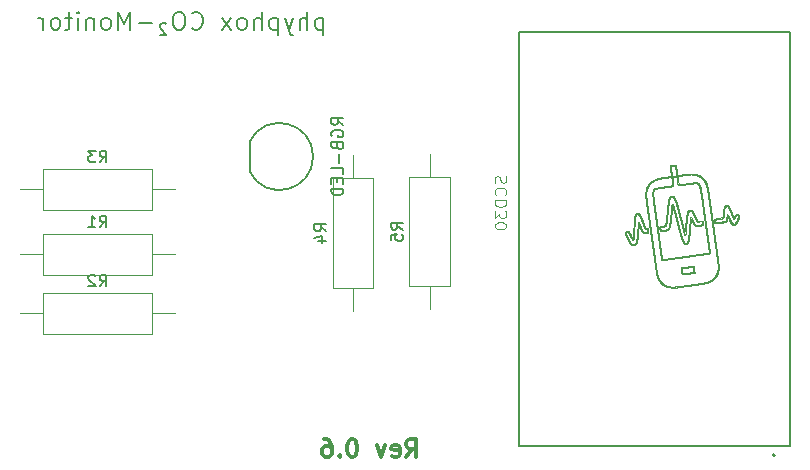
<source format=gbr>
G04 #@! TF.GenerationSoftware,KiCad,Pcbnew,(5.1.0)-1*
G04 #@! TF.CreationDate,2020-10-21T08:33:28+02:00*
G04 #@! TF.ProjectId,phyphox_CO2_Monitor,70687970-686f-4785-9f43-4f325f4d6f6e,rev?*
G04 #@! TF.SameCoordinates,Original*
G04 #@! TF.FileFunction,Legend,Bot*
G04 #@! TF.FilePolarity,Positive*
%FSLAX46Y46*%
G04 Gerber Fmt 4.6, Leading zero omitted, Abs format (unit mm)*
G04 Created by KiCad (PCBNEW (5.1.0)-1) date 2020-10-21 08:33:28*
%MOMM*%
%LPD*%
G04 APERTURE LIST*
%ADD10C,0.150000*%
%ADD11C,0.010000*%
%ADD12C,0.300000*%
%ADD13C,0.200000*%
%ADD14C,0.127000*%
%ADD15C,0.120000*%
%ADD16C,0.015000*%
G04 APERTURE END LIST*
D10*
X5284085Y18533228D02*
X5284085Y17033228D01*
X5284085Y18461800D02*
X5141228Y18533228D01*
X4855514Y18533228D01*
X4712657Y18461800D01*
X4641228Y18390371D01*
X4569800Y18247514D01*
X4569800Y17818942D01*
X4641228Y17676085D01*
X4712657Y17604657D01*
X4855514Y17533228D01*
X5141228Y17533228D01*
X5284085Y17604657D01*
X3926942Y17533228D02*
X3926942Y19033228D01*
X3284085Y17533228D02*
X3284085Y18318942D01*
X3355514Y18461800D01*
X3498371Y18533228D01*
X3712657Y18533228D01*
X3855514Y18461800D01*
X3926942Y18390371D01*
X2712657Y18533228D02*
X2355514Y17533228D01*
X1998371Y18533228D02*
X2355514Y17533228D01*
X2498371Y17176085D01*
X2569799Y17104657D01*
X2712657Y17033228D01*
X1426942Y18533228D02*
X1426942Y17033228D01*
X1426942Y18461800D02*
X1284085Y18533228D01*
X998371Y18533228D01*
X855514Y18461800D01*
X784085Y18390371D01*
X712657Y18247514D01*
X712657Y17818942D01*
X784085Y17676085D01*
X855514Y17604657D01*
X998371Y17533228D01*
X1284085Y17533228D01*
X1426942Y17604657D01*
X69799Y17533228D02*
X69799Y19033228D01*
X-573057Y17533228D02*
X-573057Y18318942D01*
X-501628Y18461800D01*
X-358771Y18533228D01*
X-144485Y18533228D01*
X-1628Y18461800D01*
X69799Y18390371D01*
X-1501628Y17533228D02*
X-1358771Y17604657D01*
X-1287342Y17676085D01*
X-1215914Y17818942D01*
X-1215914Y18247514D01*
X-1287342Y18390371D01*
X-1358771Y18461800D01*
X-1501628Y18533228D01*
X-1715914Y18533228D01*
X-1858771Y18461800D01*
X-1930200Y18390371D01*
X-2001628Y18247514D01*
X-2001628Y17818942D01*
X-1930200Y17676085D01*
X-1858771Y17604657D01*
X-1715914Y17533228D01*
X-1501628Y17533228D01*
X-2501628Y17533228D02*
X-3287342Y18533228D01*
X-2501628Y18533228D02*
X-3287342Y17533228D01*
X-5858771Y17676085D02*
X-5787342Y17604657D01*
X-5573057Y17533228D01*
X-5430200Y17533228D01*
X-5215914Y17604657D01*
X-5073057Y17747514D01*
X-5001628Y17890371D01*
X-4930200Y18176085D01*
X-4930200Y18390371D01*
X-5001628Y18676085D01*
X-5073057Y18818942D01*
X-5215914Y18961800D01*
X-5430200Y19033228D01*
X-5573057Y19033228D01*
X-5787342Y18961800D01*
X-5858771Y18890371D01*
X-6787342Y19033228D02*
X-7073057Y19033228D01*
X-7215914Y18961800D01*
X-7358771Y18818942D01*
X-7430200Y18533228D01*
X-7430200Y18033228D01*
X-7358771Y17747514D01*
X-7215914Y17604657D01*
X-7073057Y17533228D01*
X-6787342Y17533228D01*
X-6644485Y17604657D01*
X-6501628Y17747514D01*
X-6430200Y18033228D01*
X-6430200Y18533228D01*
X-6501628Y18818942D01*
X-6644485Y18961800D01*
X-6787342Y19033228D01*
X-8001628Y18033228D02*
X-8144485Y18104657D01*
X-8358771Y18104657D01*
X-8501628Y18033228D01*
X-8573057Y17890371D01*
X-8573057Y17747514D01*
X-8501628Y17604657D01*
X-8001628Y17104657D01*
X-8573057Y17104657D01*
X-9215914Y18104657D02*
X-10358771Y18104657D01*
X-11073057Y17533228D02*
X-11073057Y19033228D01*
X-11573057Y17961800D01*
X-12073057Y19033228D01*
X-12073057Y17533228D01*
X-13001628Y17533228D02*
X-12858771Y17604657D01*
X-12787342Y17676085D01*
X-12715914Y17818942D01*
X-12715914Y18247514D01*
X-12787342Y18390371D01*
X-12858771Y18461800D01*
X-13001628Y18533228D01*
X-13215914Y18533228D01*
X-13358771Y18461800D01*
X-13430200Y18390371D01*
X-13501628Y18247514D01*
X-13501628Y17818942D01*
X-13430200Y17676085D01*
X-13358771Y17604657D01*
X-13215914Y17533228D01*
X-13001628Y17533228D01*
X-14144485Y18533228D02*
X-14144485Y17533228D01*
X-14144485Y18390371D02*
X-14215914Y18461800D01*
X-14358771Y18533228D01*
X-14573057Y18533228D01*
X-14715914Y18461800D01*
X-14787342Y18318942D01*
X-14787342Y17533228D01*
X-15501628Y17533228D02*
X-15501628Y18533228D01*
X-15501628Y19033228D02*
X-15430200Y18961800D01*
X-15501628Y18890371D01*
X-15573057Y18961800D01*
X-15501628Y19033228D01*
X-15501628Y18890371D01*
X-16001628Y18533228D02*
X-16573057Y18533228D01*
X-16215914Y19033228D02*
X-16215914Y17747514D01*
X-16287342Y17604657D01*
X-16430200Y17533228D01*
X-16573057Y17533228D01*
X-17287342Y17533228D02*
X-17144485Y17604657D01*
X-17073057Y17676085D01*
X-17001628Y17818942D01*
X-17001628Y18247514D01*
X-17073057Y18390371D01*
X-17144485Y18461800D01*
X-17287342Y18533228D01*
X-17501628Y18533228D01*
X-17644485Y18461800D01*
X-17715914Y18390371D01*
X-17787342Y18247514D01*
X-17787342Y17818942D01*
X-17715914Y17676085D01*
X-17644485Y17604657D01*
X-17501628Y17533228D01*
X-17287342Y17533228D01*
X-18430200Y17533228D02*
X-18430200Y18533228D01*
X-18430200Y18247514D02*
X-18501628Y18390371D01*
X-18573057Y18461800D01*
X-18715914Y18533228D01*
X-18858771Y18533228D01*
D11*
X40029674Y1087565D02*
X40038733Y1088814D01*
X40038733Y1088814D02*
X40047494Y1090463D01*
X40047494Y1090463D02*
X40055665Y1092465D01*
X40055665Y1092465D02*
X40063621Y1094912D01*
X40063621Y1094912D02*
X40070929Y1097653D01*
X40070929Y1097653D02*
X40078208Y1100908D01*
X40078208Y1100908D02*
X40085026Y1104473D01*
X40085026Y1104473D02*
X40091569Y1108397D01*
X40091569Y1108397D02*
X40097966Y1112739D01*
X40097966Y1112739D02*
X40103937Y1117260D01*
X40103937Y1117260D02*
X40109509Y1121895D01*
X40109509Y1121895D02*
X40115090Y1126946D01*
X40115090Y1126946D02*
X40120295Y1132025D01*
X40120295Y1132025D02*
X40125530Y1137493D01*
X40125530Y1137493D02*
X40130404Y1142896D01*
X40130404Y1142896D02*
X40135321Y1148653D01*
X40135321Y1148653D02*
X40139877Y1154248D01*
X40139877Y1154248D02*
X40144485Y1160158D01*
X40144485Y1160158D02*
X40148939Y1166100D01*
X40148939Y1166100D02*
X40153237Y1172039D01*
X40153237Y1172039D02*
X40157596Y1178256D01*
X40157596Y1178256D02*
X40162018Y1184760D01*
X40162018Y1184760D02*
X40166286Y1191208D01*
X40166286Y1191208D02*
X40170390Y1197566D01*
X40170390Y1197566D02*
X40174559Y1204167D01*
X40174559Y1204167D02*
X40178796Y1211021D01*
X40178796Y1211021D02*
X40182622Y1217324D01*
X40182622Y1217324D02*
X40186509Y1223834D01*
X40186509Y1223834D02*
X40190458Y1230550D01*
X40190458Y1230550D02*
X40194470Y1237480D01*
X40194470Y1237480D02*
X40198549Y1244620D01*
X40198549Y1244620D02*
X40202436Y1251513D01*
X40202436Y1251513D02*
X40206653Y1259079D01*
X40206653Y1259079D02*
X40210676Y1266374D01*
X40210676Y1266374D02*
X40214491Y1273362D01*
X40214491Y1273362D02*
X40218368Y1280526D01*
X40218368Y1280526D02*
X40222023Y1287338D01*
X40222023Y1287338D02*
X40226599Y1295935D01*
X40226599Y1295935D02*
X40230089Y1302539D01*
X40230089Y1302539D02*
X40233626Y1309276D01*
X40233626Y1309276D02*
X40237215Y1316151D01*
X40237215Y1316151D02*
X40240857Y1323163D01*
X40240857Y1323163D02*
X40244551Y1330316D01*
X40244551Y1330316D02*
X40248301Y1337608D01*
X40248301Y1337608D02*
X40252105Y1345042D01*
X40252105Y1345042D02*
X40255966Y1352619D01*
X40255966Y1352619D02*
X40259885Y1360341D01*
X40259885Y1360341D02*
X40263862Y1368209D01*
X40263862Y1368209D02*
X40267901Y1376224D01*
X40267901Y1376224D02*
X40269944Y1380290D01*
X40129253Y1661540D02*
X40125016Y1653239D01*
X40125016Y1653239D02*
X40121466Y1646454D01*
X40121466Y1646454D02*
X40117685Y1639385D01*
X40117685Y1639385D02*
X40114056Y1632749D01*
X40114056Y1632749D02*
X40110269Y1625968D01*
X40110269Y1625968D02*
X40106261Y1618948D01*
X40106261Y1618948D02*
X40102100Y1611825D01*
X40102100Y1611825D02*
X40098314Y1605485D01*
X40098314Y1605485D02*
X40094261Y1598840D01*
X40094261Y1598840D02*
X40090073Y1592132D01*
X40090073Y1592132D02*
X40085892Y1585588D01*
X40085892Y1585588D02*
X40081722Y1579219D01*
X40081722Y1579219D02*
X40077574Y1573034D01*
X40077574Y1573034D02*
X40073454Y1567044D01*
X40073454Y1567044D02*
X40068862Y1560549D01*
X40068862Y1560549D02*
X40064326Y1554328D01*
X40064326Y1554328D02*
X40059979Y1548554D01*
X40059979Y1548554D02*
X40055462Y1542762D01*
X40055462Y1542762D02*
X40050683Y1536875D01*
X40050683Y1536875D02*
X40045915Y1531269D01*
X40045915Y1531269D02*
X40040629Y1525402D01*
X40040629Y1525402D02*
X40035450Y1520055D01*
X40035450Y1520055D02*
X40030123Y1515040D01*
X40030123Y1515040D02*
X40024383Y1510312D01*
X40024383Y1510312D02*
X40018217Y1506271D01*
X40018217Y1506271D02*
X40011708Y1503776D01*
X40269944Y1380290D02*
X40269944Y1380290D01*
X40298003Y1811540D02*
X40287788Y1811279D01*
X40287788Y1811279D02*
X40278375Y1810525D01*
X40278375Y1810525D02*
X40269078Y1809205D01*
X40269078Y1809205D02*
X40260749Y1807467D01*
X40260749Y1807467D02*
X40252724Y1805215D01*
X40252724Y1805215D02*
X40245251Y1802548D01*
X40245251Y1802548D02*
X40237933Y1799347D01*
X40237933Y1799347D02*
X40230765Y1795591D01*
X40230765Y1795591D02*
X40224380Y1791683D01*
X40224380Y1791683D02*
X40218261Y1787408D01*
X40218261Y1787408D02*
X40211916Y1782399D01*
X40211916Y1782399D02*
X40206561Y1777696D01*
X40206561Y1777696D02*
X40200946Y1772283D01*
X40200946Y1772283D02*
X40195665Y1766733D01*
X40195665Y1766733D02*
X40190857Y1761288D01*
X40190857Y1761288D02*
X40184101Y1753012D01*
X40184101Y1753012D02*
X40179143Y1746471D01*
X40179143Y1746471D02*
X40174621Y1740169D01*
X40174621Y1740169D02*
X40169776Y1733069D01*
X40169776Y1733069D02*
X40165813Y1727004D01*
X40165813Y1727004D02*
X40161056Y1719425D01*
X40161056Y1719425D02*
X40156874Y1712504D01*
X40156874Y1712504D02*
X40152812Y1705561D01*
X40152812Y1705561D02*
X40149183Y1699183D01*
X40149183Y1699183D02*
X40145516Y1692580D01*
X40145516Y1692580D02*
X40141651Y1685449D01*
X40141651Y1685449D02*
X40137574Y1677755D01*
X40137574Y1677755D02*
X40133609Y1670111D01*
X40133609Y1670111D02*
X40129590Y1662210D01*
X40129590Y1662210D02*
X40129253Y1661540D01*
X40011708Y1503776D02*
X40004684Y1506935D01*
X40004684Y1506935D02*
X39999638Y1512045D01*
X39999638Y1512045D02*
X39994900Y1517926D01*
X39994900Y1517926D02*
X39990626Y1523849D01*
X39990626Y1523849D02*
X39986496Y1530000D01*
X39986496Y1530000D02*
X39982356Y1536504D01*
X39982356Y1536504D02*
X39978343Y1543076D01*
X39978343Y1543076D02*
X39974515Y1549557D01*
X39974515Y1549557D02*
X39970532Y1556489D01*
X39970532Y1556489D02*
X39966802Y1563144D01*
X39966802Y1563144D02*
X39962952Y1570152D01*
X39962952Y1570152D02*
X39959199Y1577114D01*
X39959199Y1577114D02*
X39955130Y1584796D01*
X39955130Y1584796D02*
X39951616Y1591525D01*
X39951616Y1591525D02*
X39947801Y1598931D01*
X39947801Y1598931D02*
X39944366Y1605680D01*
X39944366Y1605680D02*
X39940633Y1613101D01*
X39940633Y1613101D02*
X39936830Y1620741D01*
X39936830Y1620741D02*
X39932959Y1628600D01*
X39932959Y1628600D02*
X39929022Y1636674D01*
X39929022Y1636674D02*
X39925273Y1644434D01*
X39925273Y1644434D02*
X39921723Y1651839D01*
X39921723Y1651839D02*
X39917870Y1659946D01*
X39917870Y1659946D02*
X39913702Y1668788D01*
X39913702Y1668788D02*
X39909478Y1677824D01*
X39909478Y1677824D02*
X39906273Y1684726D01*
X39906273Y1684726D02*
X39903038Y1691735D01*
X39903038Y1691735D02*
X39899775Y1698849D01*
X39899775Y1698849D02*
X39896482Y1706064D01*
X39896482Y1706064D02*
X39893162Y1713380D01*
X39893162Y1713380D02*
X39889816Y1720797D01*
X39889816Y1720797D02*
X39885311Y1730836D01*
X39885311Y1730836D02*
X39881904Y1738477D01*
X39881904Y1738477D02*
X39878472Y1746211D01*
X39878472Y1746211D02*
X39875018Y1754038D01*
X39875018Y1754038D02*
X39871833Y1761294D01*
X39871833Y1761294D02*
X39868043Y1769961D01*
X39868043Y1769961D02*
X39864522Y1778054D01*
X39864522Y1778054D02*
X39860983Y1786232D01*
X39860983Y1786232D02*
X39857720Y1793802D01*
X39857720Y1793802D02*
X39854144Y1802139D01*
X39854144Y1802139D02*
X39851150Y1809147D01*
X39851150Y1809147D02*
X39847842Y1816921D01*
X39847842Y1816921D02*
X39844217Y1825475D01*
X39844217Y1825475D02*
X39840577Y1834104D01*
X39840577Y1834104D02*
X39836923Y1842808D01*
X39836923Y1842808D02*
X39833560Y1850850D01*
X39833560Y1850850D02*
X39829572Y1860431D01*
X39829572Y1860431D02*
X39825878Y1869346D01*
X39825878Y1869346D02*
X39822171Y1878331D01*
X39822171Y1878331D02*
X39818455Y1887381D01*
X39818455Y1887381D02*
X39815039Y1895733D01*
X39815039Y1895733D02*
X39810992Y1905671D01*
X39810992Y1905671D02*
X39807247Y1914908D01*
X39807247Y1914908D02*
X39803495Y1924205D01*
X39803495Y1924205D02*
X39799736Y1933557D01*
X39799736Y1933557D02*
X39795970Y1942967D01*
X39795970Y1942967D02*
X39792200Y1952431D01*
X39792200Y1952431D02*
X39788427Y1961947D01*
X39788427Y1961947D02*
X39784649Y1971513D01*
X39784649Y1971513D02*
X39780868Y1981127D01*
X39780868Y1981127D02*
X39777084Y1990791D01*
X39777084Y1990791D02*
X39773933Y1998881D01*
X40053745Y1690983D02*
X40056822Y1698350D01*
X40056822Y1698350D02*
X40059828Y1705369D01*
X40059828Y1705369D02*
X40063774Y1714319D01*
X40063774Y1714319D02*
X40067103Y1721643D01*
X40067103Y1721643D02*
X40071019Y1729995D01*
X40071019Y1729995D02*
X40074448Y1737082D01*
X40074448Y1737082D02*
X40078284Y1744762D01*
X40078284Y1744762D02*
X40081817Y1751610D01*
X40081817Y1751610D02*
X40085477Y1758478D01*
X40085477Y1758478D02*
X40089557Y1765874D01*
X40089557Y1765874D02*
X40093329Y1772472D01*
X40093329Y1772472D02*
X40097435Y1779398D01*
X40097435Y1779398D02*
X40101433Y1785884D01*
X40101433Y1785884D02*
X40106529Y1793811D01*
X40106529Y1793811D02*
X40110819Y1800186D01*
X40110819Y1800186D02*
X40115309Y1806580D01*
X40115309Y1806580D02*
X40120739Y1813943D01*
X40120739Y1813943D02*
X40125735Y1820372D01*
X40125735Y1820372D02*
X40130527Y1826235D01*
X40130527Y1826235D02*
X40136163Y1832769D01*
X40136163Y1832769D02*
X40140938Y1838007D01*
X40140938Y1838007D02*
X40146218Y1843492D01*
X40146218Y1843492D02*
X40151735Y1848896D01*
X40151735Y1848896D02*
X40157214Y1853940D01*
X40157214Y1853940D02*
X40162645Y1858636D01*
X40162645Y1858636D02*
X40168210Y1863146D01*
X40168210Y1863146D02*
X40173971Y1867506D01*
X40173971Y1867506D02*
X40180236Y1871907D01*
X40180236Y1871907D02*
X40186718Y1876102D01*
X40186718Y1876102D02*
X40193175Y1879934D01*
X40193175Y1879934D02*
X40200239Y1883752D01*
X40200239Y1883752D02*
X40207290Y1887188D01*
X40207290Y1887188D02*
X40214721Y1890428D01*
X40214721Y1890428D02*
X40222145Y1893294D01*
X40222145Y1893294D02*
X40229693Y1895845D01*
X40229693Y1895845D02*
X40237506Y1898123D01*
X40237506Y1898123D02*
X40246300Y1900270D01*
X40246300Y1900270D02*
X40254832Y1901958D01*
X40254832Y1901958D02*
X40263666Y1903313D01*
X40263666Y1903313D02*
X40272814Y1904330D01*
X40272814Y1904330D02*
X40282443Y1904997D01*
X40282443Y1904997D02*
X40292261Y1905279D01*
X40292261Y1905279D02*
X40294591Y1905290D01*
X39850595Y2043317D02*
X39855755Y2029512D01*
X39855755Y2029512D02*
X39858714Y2021603D01*
X39858714Y2021603D02*
X39861642Y2013790D01*
X39861642Y2013790D02*
X39864534Y2006078D01*
X39864534Y2006078D02*
X39868202Y1996303D01*
X39868202Y1996303D02*
X39871417Y1987752D01*
X39871417Y1987752D02*
X39874192Y1980376D01*
X39874192Y1980376D02*
X39877713Y1971033D01*
X39877713Y1971033D02*
X39880796Y1962861D01*
X39880796Y1962861D02*
X39883836Y1954816D01*
X39883836Y1954816D02*
X39886834Y1946895D01*
X39886834Y1946895D02*
X39889790Y1939098D01*
X39889790Y1939098D02*
X39892705Y1931423D01*
X39892705Y1931423D02*
X39895577Y1923873D01*
X39895577Y1923873D02*
X39898409Y1916445D01*
X39898409Y1916445D02*
X39901202Y1909138D01*
X39901202Y1909138D02*
X39905314Y1898400D01*
X39905314Y1898400D02*
X39909338Y1887932D01*
X39909338Y1887932D02*
X39913275Y1877730D01*
X39913275Y1877730D02*
X39917126Y1867793D01*
X39917126Y1867793D02*
X39920894Y1858119D01*
X39920894Y1858119D02*
X39924576Y1848702D01*
X39924576Y1848702D02*
X39928177Y1839544D01*
X39928177Y1839544D02*
X39931698Y1830641D01*
X39931698Y1830641D02*
X39935139Y1821988D01*
X39935139Y1821988D02*
X39938503Y1813588D01*
X39938503Y1813588D02*
X39941518Y1806105D01*
X39941518Y1806105D02*
X39945001Y1797526D01*
X39945001Y1797526D02*
X39948396Y1789234D01*
X39948396Y1789234D02*
X39952209Y1780015D01*
X39952209Y1780015D02*
X39955180Y1772909D01*
X39955180Y1772909D02*
X39959032Y1763799D01*
X39959032Y1763799D02*
X39962073Y1756702D01*
X39962073Y1756702D02*
X39965262Y1749359D01*
X39965262Y1749359D02*
X39968689Y1741591D01*
X39968689Y1741591D02*
X39971802Y1734664D01*
X39971802Y1734664D02*
X39975131Y1727393D01*
X39975131Y1727393D02*
X39978751Y1719676D01*
X39978751Y1719676D02*
X39982244Y1712443D01*
X39982244Y1712443D02*
X39985610Y1705684D01*
X39985610Y1705684D02*
X39989210Y1698722D01*
X39989210Y1698722D02*
X39993006Y1691718D01*
X39993006Y1691718D02*
X39996960Y1684841D01*
X39996960Y1684841D02*
X40001036Y1678268D01*
X40001036Y1678268D02*
X40005201Y1672187D01*
X40005201Y1672187D02*
X40009695Y1666463D01*
X40009695Y1666463D02*
X40014888Y1661138D01*
X40014888Y1661138D02*
X40021203Y1656933D01*
X40021203Y1656933D02*
X40031089Y1656680D01*
X40031089Y1656680D02*
X40037104Y1661050D01*
X40037104Y1661050D02*
X40041552Y1666638D01*
X40041552Y1666638D02*
X40045365Y1672958D01*
X40045365Y1672958D02*
X40048801Y1679735D01*
X40048801Y1679735D02*
X40052081Y1687028D01*
X40052081Y1687028D02*
X40053745Y1690983D01*
X40269944Y1380290D02*
X40274616Y1389627D01*
X40274616Y1389627D02*
X40278063Y1396551D01*
X40278063Y1396551D02*
X40281462Y1403409D01*
X40281462Y1403409D02*
X40285032Y1410652D01*
X40285032Y1410652D02*
X40288546Y1417817D01*
X40288546Y1417817D02*
X40292433Y1425789D01*
X40292433Y1425789D02*
X40295827Y1432794D01*
X40295827Y1432794D02*
X40299579Y1440585D01*
X40299579Y1440585D02*
X40302854Y1447431D01*
X40302854Y1447431D02*
X40306869Y1455885D01*
X40306869Y1455885D02*
X40310798Y1464224D01*
X40310798Y1464224D02*
X40314636Y1472446D01*
X40314636Y1472446D02*
X40318389Y1480555D01*
X40318389Y1480555D02*
X40322054Y1488550D01*
X40322054Y1488550D02*
X40325631Y1496430D01*
X40325631Y1496430D02*
X40329120Y1504198D01*
X40329120Y1504198D02*
X40332521Y1511854D01*
X40332521Y1511854D02*
X40335836Y1519398D01*
X40335836Y1519398D02*
X40339063Y1526831D01*
X40339063Y1526831D02*
X40342819Y1535604D01*
X40342819Y1535604D02*
X40345854Y1542796D01*
X40345854Y1542796D02*
X40348947Y1550227D01*
X40348947Y1550227D02*
X40352223Y1558230D01*
X40352223Y1558230D02*
X40355384Y1566087D01*
X40355384Y1566087D02*
X40358690Y1574470D01*
X40358690Y1574470D02*
X40361736Y1582362D01*
X40361736Y1582362D02*
X40364653Y1590097D01*
X40364653Y1590097D02*
X40367448Y1597681D01*
X40367448Y1597681D02*
X40370117Y1605115D01*
X40370117Y1605115D02*
X40373073Y1613598D01*
X40373073Y1613598D02*
X40375761Y1621587D01*
X40375761Y1621587D02*
X40378470Y1629959D01*
X40378470Y1629959D02*
X40380914Y1637839D01*
X40380914Y1637839D02*
X40383499Y1646603D01*
X40383499Y1646603D02*
X40385863Y1655111D01*
X40385863Y1655111D02*
X40388003Y1663364D01*
X40388003Y1663364D02*
X40390148Y1672349D01*
X40390148Y1672349D02*
X40392012Y1681018D01*
X40392012Y1681018D02*
X40393635Y1689603D01*
X40393635Y1689603D02*
X40395025Y1698299D01*
X40395025Y1698299D02*
X40396200Y1707680D01*
X40396200Y1707680D02*
X40397007Y1717403D01*
X40397007Y1717403D02*
X40397319Y1727337D01*
X40397319Y1727337D02*
X40396993Y1737528D01*
X40396993Y1737528D02*
X40395993Y1746838D01*
X40395993Y1746838D02*
X40394247Y1755765D01*
X40394247Y1755765D02*
X40391902Y1763632D01*
X40391902Y1763632D02*
X40388865Y1770916D01*
X40388865Y1770916D02*
X40385269Y1777388D01*
X40385269Y1777388D02*
X40381079Y1783208D01*
X40381079Y1783208D02*
X40376265Y1788449D01*
X40376265Y1788449D02*
X40370669Y1793244D01*
X40370669Y1793244D02*
X40364299Y1797525D01*
X40364299Y1797525D02*
X40357382Y1801150D01*
X40357382Y1801150D02*
X40350236Y1804062D01*
X40350236Y1804062D02*
X40342583Y1806460D01*
X40342583Y1806460D02*
X40333864Y1808478D01*
X40333864Y1808478D02*
X40324855Y1809933D01*
X40324855Y1809933D02*
X40314831Y1810948D01*
X40314831Y1810948D02*
X40305058Y1811441D01*
X40305058Y1811441D02*
X40298003Y1811540D01*
X40012435Y1005290D02*
X40002470Y1005412D01*
X40002470Y1005412D02*
X39992808Y1005787D01*
X39992808Y1005787D02*
X39982958Y1006456D01*
X39982958Y1006456D02*
X39973697Y1007381D01*
X39973697Y1007381D02*
X39964760Y1008566D01*
X39964760Y1008566D02*
X39955827Y1010070D01*
X39955827Y1010070D02*
X39946043Y1012120D01*
X39946043Y1012120D02*
X39938038Y1014137D01*
X39938038Y1014137D02*
X39930079Y1016469D01*
X39930079Y1016469D02*
X39921791Y1019278D01*
X39921791Y1019278D02*
X39914246Y1022191D01*
X39914246Y1022191D02*
X39907230Y1025226D01*
X39907230Y1025226D02*
X39900335Y1028535D01*
X39900335Y1028535D02*
X39893550Y1032116D01*
X39893550Y1032116D02*
X39886589Y1036147D01*
X39886589Y1036147D02*
X39880364Y1040071D01*
X39880364Y1040071D02*
X39874305Y1044193D01*
X39874305Y1044193D02*
X39867864Y1048906D01*
X39867864Y1048906D02*
X39862193Y1053346D01*
X39862193Y1053346D02*
X39856480Y1058103D01*
X39856480Y1058103D02*
X39850983Y1062952D01*
X39850983Y1062952D02*
X39844734Y1068787D01*
X39844734Y1068787D02*
X39839379Y1074065D01*
X39839379Y1074065D02*
X39834215Y1079399D01*
X39834215Y1079399D02*
X39828891Y1085149D01*
X39828891Y1085149D02*
X39823913Y1090746D01*
X39823913Y1090746D02*
X39819282Y1096155D01*
X39819282Y1096155D02*
X39814474Y1101962D01*
X39814474Y1101962D02*
X39809658Y1107977D01*
X39809658Y1107977D02*
X39809315Y1108415D01*
X39660929Y1598801D02*
X39663861Y1591433D01*
X39663861Y1591433D02*
X39667741Y1581714D01*
X39667741Y1581714D02*
X39671588Y1572109D01*
X39671588Y1572109D02*
X39675405Y1562620D01*
X39675405Y1562620D02*
X39678716Y1554409D01*
X39678716Y1554409D02*
X39682471Y1545131D01*
X39682471Y1545131D02*
X39686660Y1534827D01*
X39686660Y1534827D02*
X39689890Y1526913D01*
X39689890Y1526913D02*
X39694010Y1516861D01*
X39694010Y1516861D02*
X39697185Y1509140D01*
X39697185Y1509140D02*
X39700788Y1500420D01*
X39700788Y1500420D02*
X39704364Y1491809D01*
X39704364Y1491809D02*
X39707909Y1483307D01*
X39707909Y1483307D02*
X39711865Y1473871D01*
X39711865Y1473871D02*
X39714914Y1466629D01*
X39714914Y1466629D02*
X39718808Y1457436D01*
X39718808Y1457436D02*
X39722238Y1449378D01*
X39722238Y1449378D02*
X39725642Y1441427D01*
X39725642Y1441427D02*
X39729438Y1432608D01*
X39729438Y1432608D02*
X39732787Y1424881D01*
X39732787Y1424881D02*
X39736109Y1417258D01*
X39736109Y1417258D02*
X39740022Y1408340D01*
X39740022Y1408340D02*
X39743494Y1400486D01*
X39743494Y1400486D02*
X39747545Y1391393D01*
X39747545Y1391393D02*
X39750758Y1384232D01*
X39750758Y1384232D02*
X39753947Y1377175D01*
X39753947Y1377175D02*
X39757113Y1370217D01*
X39757113Y1370217D02*
X39760258Y1363360D01*
X39760258Y1363360D02*
X39764158Y1354929D01*
X39764158Y1354929D02*
X39768023Y1346653D01*
X39768023Y1346653D02*
X39771858Y1338531D01*
X39771858Y1338531D02*
X39775657Y1330559D01*
X39775657Y1330559D02*
X39779426Y1322741D01*
X39779426Y1322741D02*
X39783165Y1315074D01*
X39783165Y1315074D02*
X39786875Y1307552D01*
X39786875Y1307552D02*
X39790555Y1300182D01*
X39790555Y1300182D02*
X39794208Y1292958D01*
X39794208Y1292958D02*
X39797832Y1285880D01*
X39797832Y1285880D02*
X39801430Y1278947D01*
X39801430Y1278947D02*
X39805002Y1272157D01*
X39805002Y1272157D02*
X39808549Y1265511D01*
X39808549Y1265511D02*
X39812072Y1259007D01*
X39812072Y1259007D02*
X39816269Y1251386D01*
X39816269Y1251386D02*
X39820434Y1243966D01*
X39820434Y1243966D02*
X39824568Y1236744D01*
X39824568Y1236744D02*
X39828673Y1229719D01*
X39828673Y1229719D02*
X39832579Y1223167D01*
X39832579Y1223167D02*
X39837471Y1215163D01*
X39837471Y1215163D02*
X39841490Y1208747D01*
X39841490Y1208747D02*
X39845485Y1202520D01*
X39845485Y1202520D02*
X39849458Y1196480D01*
X39849458Y1196480D02*
X39853901Y1189905D01*
X39853901Y1189905D02*
X39858160Y1183796D01*
X39858160Y1183796D02*
X39863207Y1176785D01*
X39863207Y1176785D02*
X39867579Y1170921D01*
X39867579Y1170921D02*
X39872095Y1165076D01*
X39872095Y1165076D02*
X39876754Y1159272D01*
X39876754Y1159272D02*
X39881876Y1153158D01*
X39881876Y1153158D02*
X39886978Y1147344D01*
X39886978Y1147344D02*
X39891908Y1141996D01*
X39891908Y1141996D02*
X39896986Y1136761D01*
X39896986Y1136761D02*
X39902217Y1131664D01*
X39902217Y1131664D02*
X39907915Y1126445D01*
X39907915Y1126445D02*
X39913454Y1121708D01*
X39913454Y1121708D02*
X39919314Y1117056D01*
X39919314Y1117056D02*
X39925659Y1112429D01*
X39925659Y1112429D02*
X39932021Y1108212D01*
X39932021Y1108212D02*
X39938406Y1104395D01*
X39938406Y1104395D02*
X39945061Y1100847D01*
X39945061Y1100847D02*
X39952079Y1097570D01*
X39952079Y1097570D02*
X39959553Y1094585D01*
X39959553Y1094585D02*
X39967095Y1092080D01*
X39967095Y1092080D02*
X39975546Y1089847D01*
X39975546Y1089847D02*
X39984018Y1088185D01*
X39984018Y1088185D02*
X39992949Y1087013D01*
X39992949Y1087013D02*
X40003504Y1086343D01*
X40003504Y1086343D02*
X40014093Y1086375D01*
X40014093Y1086375D02*
X40024181Y1087000D01*
X40024181Y1087000D02*
X40029674Y1087565D01*
X40294591Y1905290D02*
X40304852Y1905169D01*
X40304852Y1905169D02*
X40316898Y1904704D01*
X40316898Y1904704D02*
X40326658Y1904044D01*
X40326658Y1904044D02*
X40335839Y1903169D01*
X40335839Y1903169D02*
X40345139Y1902001D01*
X40345139Y1902001D02*
X40354131Y1900575D01*
X40354131Y1900575D02*
X40362812Y1898890D01*
X40362812Y1898890D02*
X40371002Y1896990D01*
X40371002Y1896990D02*
X40378897Y1894839D01*
X40378897Y1894839D02*
X40387447Y1892113D01*
X40387447Y1892113D02*
X40395622Y1889066D01*
X40395622Y1889066D02*
X40402811Y1885976D01*
X40402811Y1885976D02*
X40409586Y1882663D01*
X40409586Y1882663D02*
X40416051Y1879081D01*
X40416051Y1879081D02*
X40422914Y1874760D01*
X40422914Y1874760D02*
X40429971Y1869652D01*
X40429971Y1869652D02*
X40435488Y1865100D01*
X40435488Y1865100D02*
X40440910Y1860049D01*
X40440910Y1860049D02*
X40445917Y1854765D01*
X40445917Y1854765D02*
X40450973Y1848696D01*
X40450973Y1848696D02*
X40455575Y1842356D01*
X40455575Y1842356D02*
X40459531Y1836119D01*
X40459531Y1836119D02*
X40463249Y1829388D01*
X40463249Y1829388D02*
X40466573Y1822431D01*
X40466573Y1822431D02*
X40469573Y1815105D01*
X40469573Y1815105D02*
X40472330Y1807135D01*
X40472330Y1807135D02*
X40474609Y1799205D01*
X40474609Y1799205D02*
X40476546Y1790954D01*
X40476546Y1790954D02*
X40478448Y1780431D01*
X40478448Y1780431D02*
X40479683Y1770950D01*
X40479683Y1770950D02*
X40480502Y1761635D01*
X40480502Y1761635D02*
X40480982Y1751993D01*
X40480982Y1751993D02*
X40481117Y1741175D01*
X40481117Y1741175D02*
X40480887Y1730845D01*
X40480887Y1730845D02*
X40480318Y1720182D01*
X40480318Y1720182D02*
X40479527Y1710425D01*
X40479527Y1710425D02*
X40478579Y1701352D01*
X40478579Y1701352D02*
X40477321Y1691414D01*
X40477321Y1691414D02*
X40475971Y1682223D01*
X40475971Y1682223D02*
X40474475Y1673166D01*
X40474475Y1673166D02*
X40472854Y1664263D01*
X40472854Y1664263D02*
X40471056Y1655182D01*
X40471056Y1655182D02*
X40469162Y1646283D01*
X40469162Y1646283D02*
X40467105Y1637219D01*
X40467105Y1637219D02*
X40465071Y1628736D01*
X40465071Y1628736D02*
X40462798Y1619729D01*
X40462798Y1619729D02*
X40460687Y1611724D01*
X40460687Y1611724D02*
X40458244Y1602821D01*
X40458244Y1602821D02*
X40456007Y1594964D01*
X40456007Y1594964D02*
X40453666Y1587000D01*
X40453666Y1587000D02*
X40451224Y1578929D01*
X40451224Y1578929D02*
X40448804Y1571157D01*
X40448804Y1571157D02*
X40446024Y1562459D01*
X40446024Y1562459D02*
X40443269Y1554063D01*
X40443269Y1554063D02*
X40440409Y1545557D01*
X40440409Y1545557D02*
X40437597Y1537374D01*
X40437597Y1537374D02*
X40434847Y1529535D01*
X40434847Y1529535D02*
X40431854Y1521161D01*
X40431854Y1521161D02*
X40429095Y1513584D01*
X40429095Y1513584D02*
X40425925Y1505024D01*
X40425925Y1505024D02*
X40423008Y1497279D01*
X40423008Y1497279D02*
X40419661Y1488529D01*
X40419661Y1488529D02*
X40416219Y1479677D01*
X40416219Y1479677D02*
X40413062Y1471676D01*
X40413062Y1471676D02*
X40409443Y1462636D01*
X40409443Y1462636D02*
X40406324Y1454946D01*
X40406324Y1454946D02*
X40402939Y1446697D01*
X40402939Y1446697D02*
X40399067Y1437381D01*
X40399067Y1437381D02*
X40395523Y1428961D01*
X40395523Y1428961D02*
X40392334Y1421464D01*
X40392334Y1421464D02*
X40388652Y1412893D01*
X40388652Y1412893D02*
X40385339Y1405261D01*
X40385339Y1405261D02*
X40384671Y1403729D01*
X40384671Y1403729D02*
X40381158Y1395714D01*
X40381158Y1395714D02*
X40378055Y1388673D01*
X40378055Y1388673D02*
X40374967Y1381709D01*
X40374967Y1381709D02*
X40371132Y1373114D01*
X40371132Y1373114D02*
X40367322Y1364638D01*
X40367322Y1364638D02*
X40363535Y1356281D01*
X40363535Y1356281D02*
X40359774Y1348043D01*
X40359774Y1348043D02*
X40356032Y1339920D01*
X40356032Y1339920D02*
X40352314Y1331917D01*
X40352314Y1331917D02*
X40348618Y1324029D01*
X40348618Y1324029D02*
X40344942Y1316257D01*
X40344942Y1316257D02*
X40341287Y1308600D01*
X40341287Y1308600D02*
X40337652Y1301056D01*
X40337652Y1301056D02*
X40334035Y1293626D01*
X40334035Y1293626D02*
X40330437Y1286309D01*
X40330437Y1286309D02*
X40326857Y1279103D01*
X40326857Y1279103D02*
X40323292Y1272011D01*
X40323292Y1272011D02*
X40319746Y1265028D01*
X40319746Y1265028D02*
X40316215Y1258156D01*
X40316215Y1258156D02*
X40312700Y1251393D01*
X40312700Y1251393D02*
X40309198Y1244738D01*
X40309198Y1244738D02*
X40305712Y1238194D01*
X40305712Y1238194D02*
X40301545Y1230481D01*
X40301545Y1230481D02*
X40297397Y1222921D01*
X40297397Y1222921D02*
X40293265Y1215514D01*
X40293265Y1215514D02*
X40289150Y1208259D01*
X40289150Y1208259D02*
X40285047Y1201152D01*
X40285047Y1201152D02*
X40280961Y1194196D01*
X40280961Y1194196D02*
X40277056Y1187665D01*
X40277056Y1187665D02*
X40272823Y1180723D01*
X40272823Y1180723D02*
X40268941Y1174474D01*
X40268941Y1174474D02*
X40264730Y1167833D01*
X40264730Y1167833D02*
X40260528Y1161347D01*
X40260528Y1161347D02*
X40256500Y1155265D01*
X40256500Y1155265D02*
X40251979Y1148592D01*
X40251979Y1148592D02*
X40247798Y1142570D01*
X40247798Y1142570D02*
X40243285Y1136236D01*
X40243285Y1136236D02*
X40238610Y1129848D01*
X40238610Y1129848D02*
X40233937Y1123644D01*
X40233937Y1123644D02*
X40229263Y1117624D01*
X40229263Y1117624D02*
X40224588Y1111785D01*
X40224588Y1111785D02*
X40219909Y1106126D01*
X40219909Y1106126D02*
X40215225Y1100643D01*
X40215225Y1100643D02*
X40209194Y1093851D01*
X40209194Y1093851D02*
X40204325Y1088588D01*
X40204325Y1088588D02*
X40199106Y1083164D01*
X40199106Y1083164D02*
X40193617Y1077699D01*
X40193617Y1077699D02*
X40188279Y1072619D01*
X40188279Y1072619D02*
X40182835Y1067671D01*
X40182835Y1067671D02*
X40177366Y1062934D01*
X40177366Y1062934D02*
X40171698Y1058271D01*
X40171698Y1058271D02*
X40165653Y1053564D01*
X40165653Y1053564D02*
X40159394Y1048977D01*
X40159394Y1048977D02*
X40153089Y1044645D01*
X40153089Y1044645D02*
X40146737Y1040562D01*
X40146737Y1040562D02*
X40140155Y1036623D01*
X40140155Y1036623D02*
X40133152Y1032747D01*
X40133152Y1032747D02*
X40126081Y1029150D01*
X40126081Y1029150D02*
X40118565Y1025665D01*
X40118565Y1025665D02*
X40111147Y1022550D01*
X40111147Y1022550D02*
X40103735Y1019748D01*
X40103735Y1019748D02*
X40096039Y1017148D01*
X40096039Y1017148D02*
X40087758Y1014690D01*
X40087758Y1014690D02*
X40079555Y1012580D01*
X40079555Y1012580D02*
X40071229Y1010750D01*
X40071229Y1010750D02*
X40062776Y1009196D01*
X40062776Y1009196D02*
X40053988Y1007884D01*
X40053988Y1007884D02*
X40044841Y1006825D01*
X40044841Y1006825D02*
X40035538Y1006048D01*
X40035538Y1006048D02*
X40025200Y1005513D01*
X40025200Y1005513D02*
X40015322Y1005299D01*
X40015322Y1005299D02*
X40012435Y1005290D01*
D12*
X12301942Y-18661771D02*
X12801942Y-17947485D01*
X13159085Y-18661771D02*
X13159085Y-17161771D01*
X12587657Y-17161771D01*
X12444800Y-17233200D01*
X12373371Y-17304628D01*
X12301942Y-17447485D01*
X12301942Y-17661771D01*
X12373371Y-17804628D01*
X12444800Y-17876057D01*
X12587657Y-17947485D01*
X13159085Y-17947485D01*
X11087657Y-18590342D02*
X11230514Y-18661771D01*
X11516228Y-18661771D01*
X11659085Y-18590342D01*
X11730514Y-18447485D01*
X11730514Y-17876057D01*
X11659085Y-17733200D01*
X11516228Y-17661771D01*
X11230514Y-17661771D01*
X11087657Y-17733200D01*
X11016228Y-17876057D01*
X11016228Y-18018914D01*
X11730514Y-18161771D01*
X10516228Y-17661771D02*
X10159085Y-18661771D01*
X9801942Y-17661771D01*
X7801942Y-17161771D02*
X7659085Y-17161771D01*
X7516228Y-17233200D01*
X7444800Y-17304628D01*
X7373371Y-17447485D01*
X7301942Y-17733200D01*
X7301942Y-18090342D01*
X7373371Y-18376057D01*
X7444800Y-18518914D01*
X7516228Y-18590342D01*
X7659085Y-18661771D01*
X7801942Y-18661771D01*
X7944800Y-18590342D01*
X8016228Y-18518914D01*
X8087657Y-18376057D01*
X8159085Y-18090342D01*
X8159085Y-17733200D01*
X8087657Y-17447485D01*
X8016228Y-17304628D01*
X7944800Y-17233200D01*
X7801942Y-17161771D01*
X6659085Y-18518914D02*
X6587657Y-18590342D01*
X6659085Y-18661771D01*
X6730514Y-18590342D01*
X6659085Y-18518914D01*
X6659085Y-18661771D01*
X5301942Y-17161771D02*
X5587657Y-17161771D01*
X5730514Y-17233200D01*
X5801942Y-17304628D01*
X5944800Y-17518914D01*
X6016228Y-17804628D01*
X6016228Y-18376057D01*
X5944800Y-18518914D01*
X5873371Y-18590342D01*
X5730514Y-18661771D01*
X5444800Y-18661771D01*
X5301942Y-18590342D01*
X5230514Y-18518914D01*
X5159085Y-18376057D01*
X5159085Y-18018914D01*
X5230514Y-17876057D01*
X5301942Y-17804628D01*
X5444800Y-17733200D01*
X5730514Y-17733200D01*
X5873371Y-17804628D01*
X5944800Y-17876057D01*
X6016228Y-18018914D01*
D11*
X38047198Y2092790D02*
X38045745Y2102162D01*
X38045745Y2102162D02*
X38043801Y2114763D01*
X38043801Y2114763D02*
X38041847Y2127480D01*
X38041847Y2127480D02*
X38039883Y2140313D01*
X38039883Y2140313D02*
X38037909Y2153263D01*
X38037909Y2153263D02*
X38035925Y2166330D01*
X38035925Y2166330D02*
X38033930Y2179515D01*
X38033930Y2179515D02*
X38031925Y2192819D01*
X38031925Y2192819D02*
X38029909Y2206240D01*
X38029909Y2206240D02*
X38027883Y2219782D01*
X38027883Y2219782D02*
X38025846Y2233443D01*
X38025846Y2233443D02*
X38023799Y2247225D01*
X38023799Y2247225D02*
X38021740Y2261127D01*
X38021740Y2261127D02*
X38019670Y2275150D01*
X38019670Y2275150D02*
X38017591Y2289296D01*
X38017591Y2289296D02*
X38015501Y2303564D01*
X38015501Y2303564D02*
X38013399Y2317953D01*
X38013399Y2317953D02*
X38011285Y2332466D01*
X38011285Y2332466D02*
X38009161Y2347104D01*
X38009161Y2347104D02*
X38007026Y2361866D01*
X38007026Y2361866D02*
X38004879Y2376751D01*
X38004879Y2376751D02*
X38002722Y2391763D01*
X38002722Y2391763D02*
X38000553Y2406901D01*
X38000553Y2406901D02*
X37998645Y2420252D01*
X37998645Y2420252D02*
X37997278Y2429845D01*
X37997278Y2429845D02*
X37995079Y2445299D01*
X37995079Y2445299D02*
X37992870Y2460880D01*
X37992870Y2460880D02*
X37990647Y2476590D01*
X37990647Y2476590D02*
X37988415Y2492430D01*
X37988415Y2492430D02*
X37986168Y2508396D01*
X37986168Y2508396D02*
X37983912Y2524494D01*
X37983912Y2524494D02*
X37981643Y2540721D01*
X37981643Y2540721D02*
X37979363Y2557079D01*
X37979363Y2557079D02*
X37977068Y2573567D01*
X37977068Y2573567D02*
X37974762Y2590187D01*
X37974762Y2590187D02*
X37972443Y2606939D01*
X37972443Y2606939D02*
X37970114Y2623824D01*
X37970114Y2623824D02*
X37967770Y2640841D01*
X37967770Y2640841D02*
X37965415Y2657993D01*
X37965415Y2657993D02*
X37963047Y2675279D01*
X37963047Y2675279D02*
X37960667Y2692699D01*
X37960667Y2692699D02*
X37958273Y2710252D01*
X37958273Y2710252D02*
X37957071Y2719081D01*
X37957071Y2719081D02*
X37955867Y2727943D01*
X37955867Y2727943D02*
X37954658Y2736839D01*
X37954658Y2736839D02*
X37953447Y2745770D01*
X37953447Y2745770D02*
X37952233Y2754735D01*
X37952233Y2754735D02*
X37951016Y2763734D01*
X37951016Y2763734D02*
X37949795Y2772767D01*
X37949795Y2772767D02*
X37948570Y2781834D01*
X37948570Y2781834D02*
X37947343Y2790936D01*
X37947343Y2790936D02*
X37946112Y2800072D01*
X37946112Y2800072D02*
X37944878Y2809243D01*
X37944878Y2809243D02*
X37943641Y2818449D01*
X37943641Y2818449D02*
X37942402Y2827690D01*
X37942402Y2827690D02*
X37941158Y2836964D01*
X37941158Y2836964D02*
X37939910Y2846273D01*
X37939910Y2846273D02*
X37938659Y2855617D01*
X37938659Y2855617D02*
X37937405Y2864996D01*
X37937405Y2864996D02*
X37936148Y2874410D01*
X37936148Y2874410D02*
X37934886Y2883859D01*
X37934886Y2883859D02*
X37933623Y2893342D01*
X37933623Y2893342D02*
X37932356Y2902862D01*
X37932356Y2902862D02*
X37931086Y2912416D01*
X37931086Y2912416D02*
X37929811Y2922005D01*
X37929811Y2922005D02*
X37928534Y2931630D01*
X37928534Y2931630D02*
X37927253Y2941291D01*
X37927253Y2941291D02*
X37925969Y2950988D01*
X37925969Y2950988D02*
X37924681Y2960719D01*
X37924681Y2960719D02*
X37923390Y2970487D01*
X37923390Y2970487D02*
X37922097Y2980290D01*
X37922097Y2980290D02*
X37920799Y2990128D01*
X37920799Y2990128D02*
X37919497Y3000002D01*
X37919497Y3000002D02*
X37918192Y3009911D01*
X37918192Y3009911D02*
X37916883Y3019858D01*
X37916883Y3019858D02*
X37915571Y3029840D01*
X37915571Y3029840D02*
X37914255Y3039857D01*
X37914255Y3039857D02*
X37912937Y3049911D01*
X37912937Y3049911D02*
X37911615Y3060002D01*
X37911615Y3060002D02*
X37910289Y3070128D01*
X37910289Y3070128D02*
X37908959Y3080291D01*
X37908959Y3080291D02*
X37907625Y3090490D01*
X37907625Y3090490D02*
X37906289Y3100726D01*
X37906289Y3100726D02*
X37904949Y3110998D01*
X37904949Y3110998D02*
X37903606Y3121306D01*
X37903606Y3121306D02*
X37902259Y3131651D01*
X37902259Y3131651D02*
X37900909Y3142033D01*
X37900909Y3142033D02*
X37900233Y3147240D01*
X32644805Y3236540D02*
X32646381Y3224798D01*
X32646381Y3224798D02*
X32647996Y3212794D01*
X32647996Y3212794D02*
X32650207Y3196364D01*
X32650207Y3196364D02*
X32651906Y3183748D01*
X32651906Y3183748D02*
X32654220Y3166598D01*
X32654220Y3166598D02*
X32657181Y3144663D01*
X32657181Y3144663D02*
X32659602Y3126744D01*
X32659602Y3126744D02*
X32662063Y3108545D01*
X32662063Y3108545D02*
X32664559Y3090099D01*
X32664559Y3090099D02*
X32666451Y3076118D01*
X32666451Y3076118D02*
X32668039Y3064393D01*
X32668039Y3064393D02*
X32669636Y3052612D01*
X32669636Y3052612D02*
X32672208Y3033645D01*
X32672208Y3033645D02*
X32674147Y3019348D01*
X32674147Y3019348D02*
X32675443Y3009793D01*
X32675443Y3009793D02*
X32677393Y2995440D01*
X32677393Y2995440D02*
X32679997Y2976276D01*
X32679997Y2976276D02*
X32682602Y2957118D01*
X32682602Y2957118D02*
X32684552Y2942776D01*
X32684552Y2942776D02*
X32685849Y2933235D01*
X32685849Y2933235D02*
X32687793Y2918963D01*
X32687793Y2918963D02*
X32690370Y2900039D01*
X32690370Y2900039D02*
X32692928Y2881266D01*
X32692928Y2881266D02*
X32694830Y2867314D01*
X32694830Y2867314D02*
X32696089Y2858074D01*
X32696089Y2858074D02*
X32697968Y2844317D01*
X32697968Y2844317D02*
X32699824Y2830721D01*
X32699824Y2830721D02*
X32701051Y2821739D01*
X32701051Y2821739D02*
X32702875Y2808402D01*
X32702875Y2808402D02*
X32705265Y2790922D01*
X32705265Y2790922D02*
X32707607Y2773810D01*
X32707607Y2773810D02*
X32709327Y2761251D01*
X32709327Y2761251D02*
X32712128Y2740830D01*
X32712128Y2740830D02*
X32713758Y2728953D01*
X32713758Y2728953D02*
X32715875Y2713538D01*
X32715875Y2713538D02*
X32718423Y2695014D01*
X32718423Y2695014D02*
X32719890Y2684361D01*
X32719890Y2684361D02*
X32721315Y2674040D01*
X38533112Y-757210D02*
X38536344Y-779886D01*
X38536344Y-779886D02*
X38538651Y-796047D01*
X38538651Y-796047D02*
X38541068Y-812975D01*
X38541068Y-812975D02*
X38543589Y-830624D01*
X38543589Y-830624D02*
X38546210Y-848952D01*
X38546210Y-848952D02*
X38548923Y-867916D01*
X38548923Y-867916D02*
X38551723Y-887473D01*
X38551723Y-887473D02*
X38554602Y-907577D01*
X38554602Y-907577D02*
X38557554Y-928187D01*
X38557554Y-928187D02*
X38562101Y-959908D01*
X38562101Y-959908D02*
X38566793Y-992622D01*
X38566793Y-992622D02*
X38569978Y-1014823D01*
X38569978Y-1014823D02*
X38573206Y-1037313D01*
X38573206Y-1037313D02*
X38576471Y-1060050D01*
X38576471Y-1060050D02*
X38579766Y-1082990D01*
X38579766Y-1082990D02*
X38583084Y-1106088D01*
X38583084Y-1106088D02*
X38586420Y-1129304D01*
X38586420Y-1129304D02*
X38589767Y-1152593D01*
X38589767Y-1152593D02*
X38593120Y-1175911D01*
X38593120Y-1175911D02*
X38596472Y-1199215D01*
X38596472Y-1199215D02*
X38599817Y-1222465D01*
X38599817Y-1222465D02*
X38603150Y-1245614D01*
X38603150Y-1245614D02*
X38606462Y-1268619D01*
X38606462Y-1268619D02*
X38609747Y-1291438D01*
X38609747Y-1291438D02*
X38613002Y-1314027D01*
X38613002Y-1314027D02*
X38615417Y-1330781D01*
X38615417Y-1330781D02*
X38617014Y-1341864D01*
X38617014Y-1341864D02*
X38619390Y-1358343D01*
X38619390Y-1358343D02*
X38622512Y-1379984D01*
X38622512Y-1379984D02*
X38625577Y-1401222D01*
X38625577Y-1401222D02*
X38628579Y-1422015D01*
X38628579Y-1422015D02*
X38630052Y-1432210D01*
X38652984Y-2219710D02*
X38651633Y-2209627D01*
X38651633Y-2209627D02*
X38650445Y-2200780D01*
X38650445Y-2200780D02*
X38648817Y-2188690D01*
X38648817Y-2188690D02*
X38646925Y-2174679D01*
X38646925Y-2174679D02*
X38645187Y-2161850D01*
X38645187Y-2161850D02*
X38643850Y-2152007D01*
X38643850Y-2152007D02*
X38642480Y-2141940D01*
X38642480Y-2141940D02*
X38640608Y-2128214D01*
X38640608Y-2128214D02*
X38638683Y-2114120D01*
X38638683Y-2114120D02*
X38636700Y-2099651D01*
X38636700Y-2099651D02*
X38634663Y-2084805D01*
X38634663Y-2084805D02*
X38632568Y-2069574D01*
X38632568Y-2069574D02*
X38629870Y-2050002D01*
X38629870Y-2050002D02*
X38628204Y-2037943D01*
X38628204Y-2037943D02*
X38625933Y-2021531D01*
X38625933Y-2021531D02*
X38623602Y-2004714D01*
X38623602Y-2004714D02*
X38622116Y-1993994D01*
X38622116Y-1993994D02*
X38620606Y-1983131D01*
X38620606Y-1983131D02*
X38619068Y-1972072D01*
X38619068Y-1972072D02*
X38617509Y-1960870D01*
X38617509Y-1960870D02*
X38616244Y-1951787D01*
X38616244Y-1951787D02*
X38614963Y-1942597D01*
X38614963Y-1942597D02*
X38613014Y-1928626D01*
X38613014Y-1928626D02*
X38610358Y-1909602D01*
X38610358Y-1909602D02*
X38608321Y-1895033D01*
X38608321Y-1895033D02*
X38606944Y-1885193D01*
X38606944Y-1885193D02*
X38605550Y-1875242D01*
X38605550Y-1875242D02*
X38604140Y-1865179D01*
X38604140Y-1865179D02*
X38602715Y-1855005D01*
X38602715Y-1855005D02*
X38601272Y-1844718D01*
X38601272Y-1844718D02*
X38599813Y-1834317D01*
X38599813Y-1834317D02*
X38598336Y-1823801D01*
X38598336Y-1823801D02*
X38596842Y-1813170D01*
X38596842Y-1813170D02*
X38595333Y-1802425D01*
X38595333Y-1802425D02*
X38593806Y-1791564D01*
X38593806Y-1791564D02*
X38592261Y-1780586D01*
X38592261Y-1780586D02*
X38589914Y-1763916D01*
X38589914Y-1763916D02*
X38586721Y-1741254D01*
X38586721Y-1741254D02*
X38583457Y-1718113D01*
X38583457Y-1718113D02*
X38580960Y-1700426D01*
X38580960Y-1700426D02*
X38579275Y-1688492D01*
X38579275Y-1688492D02*
X38576716Y-1670378D01*
X38576716Y-1670378D02*
X38574548Y-1655039D01*
X38574548Y-1655039D02*
X38572353Y-1639527D01*
X38572353Y-1639527D02*
X38571022Y-1630121D01*
X38571022Y-1630121D02*
X38568782Y-1614297D01*
X38568782Y-1614297D02*
X38566058Y-1595059D01*
X38566058Y-1595059D02*
X38563286Y-1575502D01*
X38563286Y-1575502D02*
X38561417Y-1562315D01*
X38561417Y-1562315D02*
X38558580Y-1542309D01*
X38558580Y-1542309D02*
X38555695Y-1521977D01*
X38555695Y-1521977D02*
X38553749Y-1508271D01*
X38553749Y-1508271D02*
X38550797Y-1487482D01*
X38550797Y-1487482D02*
X38547796Y-1466361D01*
X38547796Y-1466361D02*
X38545774Y-1452126D01*
X38545774Y-1452126D02*
X38543731Y-1437755D01*
X38543731Y-1437755D02*
X38541667Y-1423250D01*
X38541667Y-1423250D02*
X38539585Y-1408609D01*
X38539585Y-1408609D02*
X38537483Y-1393834D01*
X38537483Y-1393834D02*
X38534294Y-1371430D01*
X38534294Y-1371430D02*
X38529969Y-1341053D01*
X38529969Y-1341053D02*
X38525563Y-1310122D01*
X38525563Y-1310122D02*
X38522202Y-1286537D01*
X38522202Y-1286537D02*
X38519937Y-1270649D01*
X38519937Y-1270649D02*
X38516503Y-1246570D01*
X38516503Y-1246570D02*
X38511849Y-1213941D01*
X38511849Y-1213941D02*
X38508301Y-1189072D01*
X38508301Y-1189072D02*
X38505909Y-1172323D01*
X38505909Y-1172323D02*
X38502286Y-1146947D01*
X38502286Y-1146947D02*
X38497376Y-1112572D01*
X38497376Y-1112572D02*
X38492381Y-1077606D01*
X38492381Y-1077606D02*
X38487297Y-1042042D01*
X38487297Y-1042042D02*
X38482126Y-1005877D01*
X38482126Y-1005877D02*
X38476867Y-969104D01*
X38476867Y-969104D02*
X38471518Y-931720D01*
X38471518Y-931720D02*
X38467444Y-903257D01*
X38467444Y-903257D02*
X38464702Y-884099D01*
X38464702Y-884099D02*
X38460549Y-855091D01*
X38460549Y-855091D02*
X38454927Y-815837D01*
X38454927Y-815837D02*
X38449214Y-775950D01*
X38449214Y-775950D02*
X38443407Y-735425D01*
X38443407Y-735425D02*
X38437506Y-694257D01*
X38437506Y-694257D02*
X38431512Y-652440D01*
X38431512Y-652440D02*
X38425422Y-609969D01*
X38425422Y-609969D02*
X38422338Y-588460D01*
X32975171Y4499096D02*
X32969577Y4493634D01*
X32969577Y4493634D02*
X32964243Y4488353D01*
X32964243Y4488353D02*
X32956845Y4480912D01*
X32956845Y4480912D02*
X32950359Y4474270D01*
X32950359Y4474270D02*
X32944349Y4468015D01*
X32944349Y4468015D02*
X32939417Y4462808D01*
X32939417Y4462808D02*
X32933915Y4456917D01*
X32933915Y4456917D02*
X32928059Y4450551D01*
X32928059Y4450551D02*
X32923255Y4445251D01*
X32923255Y4445251D02*
X32917696Y4439031D01*
X32917696Y4439031D02*
X32911407Y4431877D01*
X32911407Y4431877D02*
X32906154Y4425801D01*
X32906154Y4425801D02*
X32901334Y4420146D01*
X32901334Y4420146D02*
X32895984Y4413776D01*
X32895984Y4413776D02*
X32891440Y4408285D01*
X32891440Y4408285D02*
X32886185Y4401845D01*
X32886185Y4401845D02*
X32881723Y4396293D01*
X32881723Y4396293D02*
X32876565Y4389782D01*
X32876565Y4389782D02*
X32870913Y4382528D01*
X32870913Y4382528D02*
X32866224Y4376407D01*
X32866224Y4376407D02*
X32861401Y4370018D01*
X32861401Y4370018D02*
X32856450Y4363355D01*
X32856450Y4363355D02*
X32852072Y4357373D01*
X32852072Y4357373D02*
X32846013Y4348950D01*
X32846013Y4348950D02*
X32841393Y4342409D01*
X32841393Y4342409D02*
X32837161Y4336323D01*
X32837161Y4336323D02*
X32832635Y4329717D01*
X32832635Y4329717D02*
X32828324Y4323322D01*
X32828324Y4323322D02*
X32823892Y4316644D01*
X32823892Y4316644D02*
X32819348Y4309682D01*
X32819348Y4309682D02*
X32815334Y4303433D01*
X32815334Y4303433D02*
X32811203Y4296905D01*
X32811203Y4296905D02*
X32807275Y4290597D01*
X32807275Y4290597D02*
X32803077Y4283750D01*
X32803077Y4283750D02*
X32799234Y4277379D01*
X32799234Y4277379D02*
X32794977Y4270206D01*
X32794977Y4270206D02*
X32790773Y4262997D01*
X32790773Y4262997D02*
X32786768Y4256008D01*
X32786768Y4256008D02*
X32782956Y4249244D01*
X32782956Y4249244D02*
X32779047Y4242187D01*
X32779047Y4242187D02*
X32775042Y4234830D01*
X32775042Y4234830D02*
X32770530Y4226378D01*
X32770530Y4226378D02*
X32766635Y4218939D01*
X32766635Y4218939D02*
X32762929Y4211731D01*
X32762929Y4211731D02*
X32759540Y4205026D01*
X32759540Y4205026D02*
X32756128Y4198157D01*
X32756128Y4198157D02*
X32752759Y4191256D01*
X32752759Y4191256D02*
X32749494Y4184457D01*
X32749494Y4184457D02*
X32746080Y4177219D01*
X32746080Y4177219D02*
X32742840Y4170223D01*
X32742840Y4170223D02*
X32739331Y4162504D01*
X32739331Y4162504D02*
X32735874Y4154748D01*
X32735874Y4154748D02*
X32732589Y4147232D01*
X32732589Y4147232D02*
X32729115Y4139122D01*
X32729115Y4139122D02*
X32724996Y4129277D01*
X32724996Y4129277D02*
X32721759Y4121359D01*
X32721759Y4121359D02*
X32718798Y4113973D01*
X32718798Y4113973D02*
X32715883Y4106554D01*
X32715883Y4106554D02*
X32713013Y4099103D01*
X32713013Y4099103D02*
X32710188Y4091619D01*
X32710188Y4091619D02*
X32707090Y4083234D01*
X32707090Y4083234D02*
X32704150Y4075098D01*
X32704150Y4075098D02*
X32700855Y4065755D01*
X32700855Y4065755D02*
X32698275Y4058272D01*
X32698275Y4058272D02*
X32695642Y4050465D01*
X32695642Y4050465D02*
X32693152Y4042918D01*
X32693152Y4042918D02*
X32690323Y4034149D01*
X32690323Y4034149D02*
X32687880Y4026388D01*
X32687880Y4026388D02*
X32685388Y4018293D01*
X32685388Y4018293D02*
X32682946Y4010163D01*
X32682946Y4010163D02*
X32680638Y4002299D01*
X32680638Y4002299D02*
X32678376Y3994402D01*
X32678376Y3994402D02*
X32675907Y3985560D01*
X32675907Y3985560D02*
X32673244Y3975753D01*
X32673244Y3975753D02*
X32670971Y3967131D01*
X32670971Y3967131D02*
X32668514Y3957539D01*
X32668514Y3957539D02*
X32666503Y3949463D01*
X32666503Y3949463D02*
X32664460Y3941038D01*
X32664460Y3941038D02*
X32662394Y3932266D01*
X32662394Y3932266D02*
X32660095Y3922192D01*
X32660095Y3922192D02*
X32657933Y3912386D01*
X32657933Y3912386D02*
X32655968Y3903173D01*
X32655968Y3903173D02*
X32654124Y3894238D01*
X32654124Y3894238D02*
X32652079Y3883979D01*
X32652079Y3883979D02*
X32650406Y3875285D01*
X32650406Y3875285D02*
X32648516Y3865098D01*
X32648516Y3865098D02*
X32646578Y3854212D01*
X32646578Y3854212D02*
X32645014Y3845074D01*
X32645014Y3845074D02*
X32643503Y3835896D01*
X32643503Y3835896D02*
X32641635Y3824040D01*
X32641635Y3824040D02*
X32640292Y3815107D01*
X32640292Y3815107D02*
X32638786Y3804643D01*
X32638786Y3804643D02*
X32637409Y3794628D01*
X32637409Y3794628D02*
X32636201Y3785413D01*
X32636201Y3785413D02*
X32635022Y3775991D01*
X32635022Y3775991D02*
X32633934Y3766871D01*
X32633934Y3766871D02*
X32632523Y3754316D01*
X32632523Y3754316D02*
X32631409Y3743746D01*
X32631409Y3743746D02*
X32630277Y3732271D01*
X32630277Y3732271D02*
X32629404Y3722812D01*
X32629404Y3722812D02*
X32628566Y3713144D01*
X32628566Y3713144D02*
X32627806Y3703784D01*
X32627806Y3703784D02*
X32626649Y3688106D01*
X32626649Y3688106D02*
X32625895Y3676723D01*
X32625895Y3676723D02*
X32625292Y3666699D01*
X32625292Y3666699D02*
X32624771Y3657166D01*
X32624771Y3657166D02*
X32624281Y3647245D01*
X32624281Y3647245D02*
X32623842Y3637284D01*
X32623842Y3637284D02*
X32623355Y3624423D01*
X32623355Y3624423D02*
X32622952Y3611498D01*
X32622952Y3611498D02*
X32622673Y3600318D01*
X32622673Y3600318D02*
X32622432Y3587279D01*
X32622432Y3587279D02*
X32622301Y3577092D01*
X32622301Y3577092D02*
X32622223Y3566503D01*
X32622223Y3566503D02*
X32622201Y3554039D01*
X32622201Y3554039D02*
X32622255Y3541517D01*
X32622255Y3541517D02*
X32622365Y3530421D01*
X32622365Y3530421D02*
X32622535Y3519282D01*
X32622535Y3519282D02*
X32622748Y3508848D01*
X32622748Y3508848D02*
X32623034Y3497625D01*
X32623034Y3497625D02*
X32623405Y3485609D01*
X32623405Y3485609D02*
X32623872Y3472785D01*
X32623872Y3472785D02*
X32624349Y3461425D01*
X32624349Y3461425D02*
X32624922Y3449259D01*
X32624922Y3449259D02*
X32625564Y3437046D01*
X32625564Y3437046D02*
X32626271Y3424780D01*
X32626271Y3424780D02*
X32626997Y3413237D01*
X32626997Y3413237D02*
X32627728Y3402424D01*
X32627728Y3402424D02*
X32628510Y3391575D01*
X32628510Y3391575D02*
X32629283Y3381467D01*
X32629283Y3381467D02*
X32630101Y3371326D01*
X32630101Y3371326D02*
X32631101Y3359584D01*
X32631101Y3359584D02*
X32631944Y3350160D01*
X32631944Y3350160D02*
X32632824Y3340709D01*
X32632824Y3340709D02*
X32633820Y3330437D01*
X32633820Y3330437D02*
X32635026Y3318546D01*
X32635026Y3318546D02*
X32636117Y3308204D01*
X32636117Y3308204D02*
X32637166Y3298630D01*
X32637166Y3298630D02*
X32638255Y3289030D01*
X32638255Y3289030D02*
X32639666Y3276988D01*
X32639666Y3276988D02*
X32640839Y3267323D01*
X32640839Y3267323D02*
X32642049Y3257633D01*
X32642049Y3257633D02*
X32643298Y3247913D01*
X32643298Y3247913D02*
X32644586Y3238167D01*
X32644586Y3238167D02*
X32644805Y3236540D01*
X37196175Y4228158D02*
X37199257Y4218955D01*
X37199257Y4218955D02*
X37201803Y4211183D01*
X37201803Y4211183D02*
X37204662Y4202238D01*
X37204662Y4202238D02*
X37207084Y4194478D01*
X37207084Y4194478D02*
X37209822Y4185483D01*
X37209822Y4185483D02*
X37212134Y4177699D01*
X37212134Y4177699D02*
X37214516Y4169475D01*
X37214516Y4169475D02*
X37216731Y4161660D01*
X37216731Y4161660D02*
X37219023Y4153379D01*
X37219023Y4153379D02*
X37221311Y4144908D01*
X37221311Y4144908D02*
X37223600Y4136235D01*
X37223600Y4136235D02*
X37225889Y4127345D01*
X37225889Y4127345D02*
X37228348Y4117571D01*
X37228348Y4117571D02*
X37230811Y4107515D01*
X37230811Y4107515D02*
X37232955Y4098567D01*
X37232955Y4098567D02*
X37235105Y4089387D01*
X37235105Y4089387D02*
X37237101Y4080704D01*
X37237101Y4080704D02*
X37239107Y4071807D01*
X37239107Y4071807D02*
X37241122Y4062689D01*
X37241122Y4062689D02*
X37243150Y4053344D01*
X37243150Y4053344D02*
X37245194Y4043765D01*
X37245194Y4043765D02*
X37247250Y4033942D01*
X37247250Y4033942D02*
X37248979Y4025565D01*
X37248979Y4025565D02*
X37251068Y4015275D01*
X37251068Y4015275D02*
X37253352Y4003828D01*
X37253352Y4003828D02*
X37255483Y3992977D01*
X37255483Y3992977D02*
X37257454Y3982779D01*
X37257454Y3982779D02*
X37259262Y3973301D01*
X37259262Y3973301D02*
X37261090Y3963617D01*
X37261090Y3963617D02*
X37262931Y3953722D01*
X37262931Y3953722D02*
X37264791Y3943612D01*
X37264791Y3943612D02*
X37266482Y3934329D01*
X37266482Y3934329D02*
X37268188Y3924861D01*
X37268188Y3924861D02*
X37269719Y3916292D01*
X37269719Y3916292D02*
X37271262Y3907575D01*
X37271262Y3907575D02*
X37272820Y3898709D01*
X37272820Y3898709D02*
X37274391Y3889689D01*
X37274391Y3889689D02*
X37275977Y3880516D01*
X37275977Y3880516D02*
X37277578Y3871185D01*
X37277578Y3871185D02*
X37279194Y3861695D01*
X37279194Y3861695D02*
X37281441Y3848382D01*
X37281441Y3848382D02*
X37282888Y3839747D01*
X37282888Y3839747D02*
X37284556Y3829723D01*
X37284556Y3829723D02*
X37286453Y3818245D01*
X37286453Y3818245D02*
X37287942Y3809162D01*
X37287942Y3809162D02*
X37289877Y3797294D01*
X37289877Y3797294D02*
X37291397Y3787906D01*
X37291397Y3787906D02*
X37293375Y3775640D01*
X37293375Y3775640D02*
X37294929Y3765936D01*
X37294929Y3765936D02*
X37296723Y3754679D01*
X37296723Y3754679D02*
X37298764Y3741791D01*
X37298764Y3741791D02*
X37300599Y3730135D01*
X37300599Y3730135D02*
X37302222Y3719777D01*
X37302222Y3719777D02*
X37304331Y3706248D01*
X37304331Y3706248D02*
X37306229Y3694013D01*
X37306229Y3694013D02*
X37308148Y3681581D01*
X37308148Y3681581D02*
X37310089Y3668948D01*
X37310089Y3668948D02*
X37312054Y3656114D01*
X37312054Y3656114D02*
X37314040Y3643075D01*
X37314040Y3643075D02*
X37316050Y3629829D01*
X37316050Y3629829D02*
X37318082Y3616373D01*
X37318082Y3616373D02*
X37320138Y3602706D01*
X37320138Y3602706D02*
X37322219Y3588824D01*
X37322219Y3588824D02*
X37324324Y3574728D01*
X37324324Y3574728D02*
X37326454Y3560412D01*
X37326454Y3560412D02*
X37328609Y3545876D01*
X37328609Y3545876D02*
X37330791Y3531117D01*
X37330791Y3531117D02*
X37332999Y3516132D01*
X37332999Y3516132D02*
X37335231Y3500918D01*
X37335231Y3500918D02*
X37337492Y3485475D01*
X37337492Y3485475D02*
X37339780Y3469799D01*
X37339780Y3469799D02*
X37342096Y3453889D01*
X37342096Y3453889D02*
X37344438Y3437740D01*
X37344438Y3437740D02*
X37346811Y3421353D01*
X37346811Y3421353D02*
X37349211Y3404724D01*
X37349211Y3404724D02*
X37351642Y3387851D01*
X37351642Y3387851D02*
X37353175Y3377178D01*
X37353175Y3377178D02*
X37355030Y3364244D01*
X37355030Y3364244D02*
X37356589Y3353361D01*
X37356589Y3353361D02*
X37357845Y3344582D01*
X37357845Y3344582D02*
X37359108Y3335741D01*
X37359108Y3335741D02*
X37360380Y3326836D01*
X37360380Y3326836D02*
X37361659Y3317868D01*
X37361659Y3317868D02*
X37362946Y3308835D01*
X37362946Y3308835D02*
X37364240Y3299737D01*
X37364240Y3299737D02*
X37365543Y3290576D01*
X37365543Y3290576D02*
X37366854Y3281350D01*
X37366854Y3281350D02*
X37368503Y3269723D01*
X37368503Y3269723D02*
X37370834Y3253280D01*
X37370834Y3253280D02*
X37372176Y3243793D01*
X37372176Y3243793D02*
X37373526Y3234238D01*
X37373526Y3234238D02*
X37374885Y3224616D01*
X37374885Y3224616D02*
X37376252Y3214928D01*
X37376252Y3214928D02*
X37377628Y3205173D01*
X37377628Y3205173D02*
X37379011Y3195349D01*
X37379011Y3195349D02*
X37381102Y3180497D01*
X37381102Y3180497D02*
X37383213Y3165474D01*
X37383213Y3165474D02*
X37384986Y3152841D01*
X37384986Y3152841D02*
X37386772Y3140115D01*
X37386772Y3140115D02*
X37388936Y3124678D01*
X37388936Y3124678D02*
X37390388Y3114305D01*
X37390388Y3114305D02*
X37391849Y3103862D01*
X37391849Y3103862D02*
X37393690Y3090708D01*
X37393690Y3090708D02*
X37396285Y3072111D01*
X37396285Y3072111D02*
X37397782Y3061384D01*
X37397782Y3061384D02*
X37399288Y3050587D01*
X37399288Y3050587D02*
X37400803Y3039717D01*
X37400803Y3039717D02*
X37402327Y3028775D01*
X37402327Y3028775D02*
X37404629Y3012237D01*
X37404629Y3012237D02*
X37407732Y2989918D01*
X37407732Y2989918D02*
X37410872Y2967304D01*
X37410872Y2967304D02*
X37414051Y2944396D01*
X37414051Y2944396D02*
X37417267Y2921189D01*
X37417267Y2921189D02*
X37419706Y2903577D01*
X37419706Y2903577D02*
X37421342Y2891747D01*
X37421342Y2891747D02*
X37422989Y2879841D01*
X37422989Y2879841D02*
X37424646Y2867859D01*
X37424646Y2867859D02*
X37426312Y2855801D01*
X37426312Y2855801D02*
X37427988Y2843666D01*
X37427988Y2843666D02*
X37429675Y2831454D01*
X37429675Y2831454D02*
X37431372Y2819165D01*
X37431372Y2819165D02*
X37433934Y2800595D01*
X37433934Y2800595D02*
X37437387Y2775549D01*
X37437387Y2775549D02*
X37440880Y2750189D01*
X37440880Y2750189D02*
X37444416Y2724511D01*
X37444416Y2724511D02*
X37446202Y2711540D01*
X35373778Y-4285427D02*
X35364781Y-4287099D01*
X35364781Y-4287099D02*
X35355190Y-4288807D01*
X35355190Y-4288807D02*
X35346124Y-4290350D01*
X35346124Y-4290350D02*
X35336923Y-4291848D01*
X35336923Y-4291848D02*
X35327825Y-4293266D01*
X35327825Y-4293266D02*
X35318608Y-4294645D01*
X35318608Y-4294645D02*
X35308548Y-4296083D01*
X35308548Y-4296083D02*
X35298597Y-4297439D01*
X35298597Y-4297439D02*
X35289020Y-4298688D01*
X35289020Y-4298688D02*
X35279086Y-4299926D01*
X35279086Y-4299926D02*
X35269543Y-4301062D01*
X35269543Y-4301062D02*
X35260413Y-4302104D01*
X35260413Y-4302104D02*
X35251201Y-4303112D01*
X35251201Y-4303112D02*
X35241643Y-4304108D01*
X35241643Y-4304108D02*
X35232004Y-4305070D01*
X35232004Y-4305070D02*
X35222018Y-4306021D01*
X35222018Y-4306021D02*
X35210750Y-4307038D01*
X35210750Y-4307038D02*
X35200192Y-4307942D01*
X35200192Y-4307942D02*
X35189414Y-4308814D01*
X35189414Y-4308814D02*
X35178554Y-4309646D01*
X35178554Y-4309646D02*
X35168164Y-4310397D01*
X35168164Y-4310397D02*
X35158259Y-4311073D01*
X35158259Y-4311073D02*
X35148574Y-4311700D01*
X35148574Y-4311700D02*
X35137578Y-4312366D01*
X35137578Y-4312366D02*
X35127922Y-4312918D01*
X35127922Y-4312918D02*
X35118080Y-4313446D01*
X35118080Y-4313446D02*
X35107342Y-4313983D01*
X35107342Y-4313983D02*
X35095983Y-4314508D01*
X35095983Y-4314508D02*
X35085142Y-4314968D01*
X35085142Y-4314968D02*
X35075117Y-4315360D01*
X35075117Y-4315360D02*
X35062463Y-4315808D01*
X35062463Y-4315808D02*
X35052361Y-4316131D01*
X35052361Y-4316131D02*
X35040779Y-4316463D01*
X35040779Y-4316463D02*
X35030032Y-4316732D01*
X35030032Y-4316732D02*
X35019837Y-4316956D01*
X35019837Y-4316956D02*
X35009911Y-4317143D01*
X35009911Y-4317143D02*
X34998796Y-4317319D01*
X34998796Y-4317319D02*
X34987657Y-4317459D01*
X34987657Y-4317459D02*
X34977674Y-4317556D01*
X34977674Y-4317556D02*
X34967679Y-4317623D01*
X34967679Y-4317623D02*
X34950895Y-4317670D01*
X34950895Y-4317670D02*
X34939989Y-4317659D01*
X34939989Y-4317659D02*
X34925831Y-4317595D01*
X34925831Y-4317595D02*
X34914027Y-4317497D01*
X34914027Y-4317497D02*
X34902223Y-4317361D01*
X34902223Y-4317361D02*
X34890424Y-4317189D01*
X34890424Y-4317189D02*
X34873914Y-4316878D01*
X34873914Y-4316878D02*
X34863016Y-4316632D01*
X34863016Y-4316632D02*
X34852134Y-4316356D01*
X34852134Y-4316356D02*
X34838622Y-4315963D01*
X34838622Y-4315963D02*
X34826897Y-4315584D01*
X34826897Y-4315584D02*
X34816949Y-4315230D01*
X34816949Y-4315230D02*
X34805856Y-4314804D01*
X34805856Y-4314804D02*
X34789556Y-4314111D01*
X34789556Y-4314111D02*
X34778537Y-4313600D01*
X34778537Y-4313600D02*
X34768706Y-4313114D01*
X34768706Y-4313114D02*
X34758905Y-4312601D01*
X34758905Y-4312601D02*
X34747990Y-4311996D01*
X34747990Y-4311996D02*
X34731983Y-4311043D01*
X34731983Y-4311043D02*
X34720613Y-4310319D01*
X34720613Y-4310319D02*
X34709862Y-4309596D01*
X34709862Y-4309596D02*
X34700288Y-4308922D01*
X34700288Y-4308922D02*
X34690479Y-4308201D01*
X34690479Y-4308201D02*
X34680720Y-4307453D01*
X34680720Y-4307453D02*
X34670738Y-4306653D01*
X34670738Y-4306653D02*
X34661086Y-4305847D01*
X34661086Y-4305847D02*
X34651492Y-4305015D01*
X34651492Y-4305015D02*
X34640599Y-4304029D01*
X34640599Y-4304029D02*
X34631133Y-4303137D01*
X34631133Y-4303137D02*
X34621196Y-4302165D01*
X34621196Y-4302165D02*
X34610270Y-4301051D01*
X34610270Y-4301051D02*
X34599703Y-4299930D01*
X34599703Y-4299930D02*
X34590012Y-4298862D01*
X34590012Y-4298862D02*
X34576786Y-4297338D01*
X34576786Y-4297338D02*
X34566785Y-4296136D01*
X34566785Y-4296136D02*
X34556628Y-4294868D01*
X34556628Y-4294868D02*
X34546580Y-4293565D01*
X34546580Y-4293565D02*
X34537137Y-4292297D01*
X34537137Y-4292297D02*
X34527307Y-4290926D01*
X34527307Y-4290926D02*
X34516507Y-4289359D01*
X34516507Y-4289359D02*
X34507525Y-4288009D01*
X34507525Y-4288009D02*
X34498063Y-4286533D01*
X34498063Y-4286533D02*
X34488613Y-4285004D01*
X34488613Y-4285004D02*
X34479528Y-4283483D01*
X34479528Y-4283483D02*
X34470459Y-4281908D01*
X34470459Y-4281908D02*
X34461971Y-4280378D01*
X34461971Y-4280378D02*
X34453176Y-4278737D01*
X34453176Y-4278737D02*
X34444525Y-4277063D01*
X34444525Y-4277063D02*
X34435598Y-4275268D01*
X34435598Y-4275268D02*
X34426840Y-4273437D01*
X34426840Y-4273437D02*
X34417850Y-4271482D01*
X34417850Y-4271482D02*
X34409444Y-4269576D01*
X34409444Y-4269576D02*
X34400444Y-4267448D01*
X34400444Y-4267448D02*
X34390910Y-4265087D01*
X34390910Y-4265087D02*
X34382375Y-4262869D01*
X34382375Y-4262869D02*
X34374427Y-4260709D01*
X34374427Y-4260709D02*
X34366347Y-4258409D01*
X34366347Y-4258409D02*
X34357839Y-4255860D01*
X34357839Y-4255860D02*
X34347692Y-4252632D01*
X34347692Y-4252632D02*
X34340151Y-4250079D01*
X34340151Y-4250079D02*
X34331563Y-4246991D01*
X34331563Y-4246991D02*
X34328792Y-4245950D01*
X34016249Y4939023D02*
X34004390Y4937192D01*
X34004390Y4937192D02*
X33992631Y4935359D01*
X33992631Y4935359D02*
X33983295Y4933888D01*
X33983295Y4933888D02*
X33974021Y4932414D01*
X33974021Y4932414D02*
X33964810Y4930936D01*
X33964810Y4930936D02*
X33953381Y4929082D01*
X33953381Y4929082D02*
X33943553Y4927470D01*
X33943553Y4927470D02*
X33934543Y4925978D01*
X33934543Y4925978D02*
X33925595Y4924481D01*
X33925595Y4924481D02*
X33916707Y4922980D01*
X33916707Y4922980D02*
X33907510Y4921408D01*
X33907510Y4921408D02*
X33896196Y4919455D01*
X33896196Y4919455D02*
X33886780Y4917808D01*
X33886780Y4917808D02*
X33877792Y4916219D01*
X33877792Y4916219D02*
X33868511Y4914559D01*
X33868511Y4914559D02*
X33858942Y4912829D01*
X33858942Y4912829D02*
X33849797Y4911155D01*
X33849797Y4911155D02*
X33840021Y4909344D01*
X33840021Y4909344D02*
X33831009Y4907655D01*
X33831009Y4907655D02*
X33820008Y4905563D01*
X33820008Y4905563D02*
X33809104Y4903461D01*
X33809104Y4903461D02*
X33798295Y4901344D01*
X33798295Y4901344D02*
X33789585Y4899615D01*
X33789585Y4899615D02*
X33779611Y4897609D01*
X33779611Y4897609D02*
X33768405Y4895321D01*
X33768405Y4895321D02*
X33758605Y4893288D01*
X33758605Y4893288D02*
X33750177Y4891515D01*
X33750177Y4891515D02*
X33740526Y4889460D01*
X33740526Y4889460D02*
X33730317Y4887249D01*
X33730317Y4887249D02*
X33722090Y4885443D01*
X33722090Y4885443D02*
X33712041Y4883203D01*
X33712041Y4883203D02*
X33702701Y4881090D01*
X33702701Y4881090D02*
X33692511Y4878747D01*
X33692511Y4878747D02*
X33683024Y4876528D01*
X33683024Y4876528D02*
X33673915Y4874365D01*
X33673915Y4874365D02*
X33663684Y4871897D01*
X33663684Y4871897D02*
X33654136Y4869551D01*
X33654136Y4869551D02*
X33644082Y4867040D01*
X33644082Y4867040D02*
X33635285Y4864803D01*
X33635285Y4864803D02*
X33626991Y4862664D01*
X33626991Y4862664D02*
X33618472Y4860431D01*
X33618472Y4860431D02*
X33610448Y4858298D01*
X33610448Y4858298D02*
X33602198Y4856069D01*
X33602198Y4856069D02*
X33594011Y4853825D01*
X33594011Y4853825D02*
X33585047Y4851327D01*
X33585047Y4851327D02*
X33576157Y4848804D01*
X33576157Y4848804D02*
X33567340Y4846260D01*
X33567340Y4846260D02*
X33559138Y4843855D01*
X33559138Y4843855D02*
X33549919Y4841103D01*
X33549919Y4841103D02*
X33540777Y4838325D01*
X33540777Y4838325D02*
X33532777Y4835850D01*
X33532777Y4835850D02*
X33524836Y4833355D01*
X33524836Y4833355D02*
X33515907Y4830500D01*
X33515907Y4830500D02*
X33508089Y4827955D01*
X33508089Y4827955D02*
X33499813Y4825214D01*
X33499813Y4825214D02*
X33490835Y4822188D01*
X33490835Y4822188D02*
X33482946Y4819482D01*
X33482946Y4819482D02*
X33474862Y4816661D01*
X33474862Y4816661D02*
X33467214Y4813944D01*
X33467214Y4813944D02*
X33458878Y4810935D01*
X33458878Y4810935D02*
X33451467Y4808212D01*
X33451467Y4808212D02*
X33442883Y4805002D01*
X33442883Y4805002D02*
X33435340Y4802131D01*
X33435340Y4802131D02*
X33428089Y4799325D01*
X33428089Y4799325D02*
X33418019Y4795353D01*
X33418019Y4795353D02*
X33409223Y4791809D01*
X33409223Y4791809D02*
X33401438Y4788614D01*
X33401438Y4788614D02*
X33393476Y4785288D01*
X33393476Y4785288D02*
X33385568Y4781922D01*
X33385568Y4781922D02*
X33378407Y4778821D01*
X33378407Y4778821D02*
X33370834Y4775489D01*
X33370834Y4775489D02*
X33362633Y4771813D01*
X33362633Y4771813D02*
X33354824Y4768246D01*
X33354824Y4768246D02*
X33347745Y4764960D01*
X33347745Y4764960D02*
X33340595Y4761584D01*
X33340595Y4761584D02*
X33333489Y4758175D01*
X33333489Y4758175D02*
X33326423Y4754727D01*
X33326423Y4754727D02*
X33318307Y4750698D01*
X33318307Y4750698D02*
X33310136Y4746563D01*
X33310136Y4746563D02*
X33301479Y4742100D01*
X33301479Y4742100D02*
X33291706Y4736951D01*
X33291706Y4736951D02*
X33284876Y4733284D01*
X33284876Y4733284D02*
X33278081Y4729578D01*
X33278081Y4729578D02*
X33271320Y4725832D01*
X33271320Y4725832D02*
X33264383Y4721928D01*
X33264383Y4721928D02*
X33256648Y4717501D01*
X33256648Y4717501D02*
X33249576Y4713388D01*
X33249576Y4713388D02*
X33242537Y4709226D01*
X33242537Y4709226D02*
X33235944Y4705268D01*
X33235944Y4705268D02*
X33229378Y4701268D01*
X33229378Y4701268D02*
X33222841Y4697227D01*
X33222841Y4697227D02*
X33215517Y4692629D01*
X33215517Y4692629D02*
X33209034Y4688497D01*
X33209034Y4688497D02*
X33202171Y4684060D01*
X33202171Y4684060D02*
X33195537Y4679704D01*
X33195537Y4679704D02*
X33188125Y4674766D01*
X33188125Y4674766D02*
X33181341Y4670178D01*
X33181341Y4670178D02*
X33174976Y4665813D01*
X33174976Y4665813D02*
X33168630Y4661400D01*
X33168630Y4661400D02*
X33162300Y4656942D01*
X33162300Y4656942D02*
X33155988Y4652438D01*
X33155988Y4652438D02*
X33150086Y4648173D01*
X33150086Y4648173D02*
X33143999Y4643721D01*
X33143999Y4643721D02*
X33137536Y4638936D01*
X33137536Y4638936D02*
X33129916Y4633214D01*
X33129916Y4633214D02*
X33123094Y4628019D01*
X33123094Y4628019D02*
X33116865Y4623216D01*
X33116865Y4623216D02*
X33110649Y4618365D01*
X33110649Y4618365D02*
X33104441Y4613464D01*
X33104441Y4613464D02*
X33098240Y4608513D01*
X33098240Y4608513D02*
X33092047Y4603511D01*
X33092047Y4603511D02*
X33085860Y4598460D01*
X33085860Y4598460D02*
X33079678Y4593356D01*
X33079678Y4593356D02*
X33073500Y4588201D01*
X33073500Y4588201D02*
X33067323Y4582992D01*
X33067323Y4582992D02*
X33061535Y4578062D01*
X33061535Y4578062D02*
X33054976Y4572418D01*
X33054976Y4572418D02*
X33047262Y4565701D01*
X33047262Y4565701D02*
X33041088Y4560267D01*
X33041088Y4560267D02*
X33034912Y4554779D01*
X33034912Y4554779D02*
X33027189Y4547842D01*
X33027189Y4547842D02*
X33021004Y4542230D01*
X33021004Y4542230D02*
X33014815Y4536562D01*
X33014815Y4536562D02*
X33008618Y4530837D01*
X33008618Y4530837D02*
X33002417Y4525058D01*
X33002417Y4525058D02*
X32996594Y4519586D01*
X32996594Y4519586D02*
X32989984Y4513326D01*
X32989984Y4513326D02*
X32983754Y4507374D01*
X32983754Y4507374D02*
X32977513Y4501363D01*
X32977513Y4501363D02*
X32975171Y4499096D01*
X34568657Y4301523D02*
X34577982Y4302728D01*
X34577982Y4302728D02*
X34586919Y4303927D01*
X34586919Y4303927D02*
X34596824Y4305301D01*
X34596824Y4305301D02*
X34606314Y4306663D01*
X34606314Y4306663D02*
X34615721Y4308059D01*
X34615721Y4308059D02*
X34625034Y4309484D01*
X34625034Y4309484D02*
X34633755Y4310861D01*
X34633755Y4310861D02*
X34643016Y4312365D01*
X34643016Y4312365D02*
X34652948Y4314033D01*
X34652948Y4314033D02*
X34663022Y4315778D01*
X34663022Y4315778D02*
X34672292Y4317436D01*
X34672292Y4317436D02*
X34680779Y4318999D01*
X34680779Y4318999D02*
X34689687Y4320690D01*
X34689687Y4320690D02*
X34698960Y4322508D01*
X34698960Y4322508D02*
X34707424Y4324221D01*
X34707424Y4324221D02*
X34716197Y4326057D01*
X34716197Y4326057D02*
X34724689Y4327897D01*
X34724689Y4327897D02*
X34732884Y4329736D01*
X34732884Y4329736D02*
X34741731Y4331803D01*
X34741731Y4331803D02*
X34750617Y4333976D01*
X34750617Y4333976D02*
X34759011Y4336133D01*
X34759011Y4336133D02*
X34767290Y4338380D01*
X34767290Y4338380D02*
X34775699Y4340817D01*
X34775699Y4340817D02*
X34783342Y4343211D01*
X34783342Y4343211D02*
X34791325Y4345965D01*
X34791325Y4345965D02*
X34798583Y4348832D01*
X34798583Y4348832D02*
X34805412Y4352143D01*
X34805412Y4352143D02*
X34810385Y4355676D01*
X33240705Y4043712D02*
X33245460Y4049340D01*
X33245460Y4049340D02*
X33250328Y4054637D01*
X33250328Y4054637D02*
X33255615Y4059929D01*
X33255615Y4059929D02*
X33260853Y4064760D01*
X33260853Y4064760D02*
X33266706Y4069735D01*
X33266706Y4069735D02*
X33272499Y4074276D01*
X33272499Y4074276D02*
X33278964Y4078951D01*
X33278964Y4078951D02*
X33285659Y4083412D01*
X33285659Y4083412D02*
X33292095Y4087382D01*
X33292095Y4087382D02*
X33299385Y4091549D01*
X33299385Y4091549D02*
X33306380Y4095256D01*
X33306380Y4095256D02*
X33314350Y4099175D01*
X33314350Y4099175D02*
X33321414Y4102410D01*
X33321414Y4102410D02*
X33328688Y4105532D01*
X33328688Y4105532D02*
X33335826Y4108409D01*
X33335826Y4108409D02*
X33343928Y4111478D01*
X33343928Y4111478D02*
X33351603Y4114207D01*
X33351603Y4114207D02*
X33359239Y4116772D01*
X33359239Y4116772D02*
X33366968Y4119226D01*
X33366968Y4119226D02*
X33375593Y4121815D01*
X33375593Y4121815D02*
X33383839Y4124154D01*
X33383839Y4124154D02*
X33391996Y4126351D01*
X33391996Y4126351D02*
X33400037Y4128411D01*
X33400037Y4128411D02*
X33408669Y4130517D01*
X33408669Y4130517D02*
X33417545Y4132578D01*
X33417545Y4132578D02*
X33426289Y4134514D01*
X33426289Y4134514D02*
X33435664Y4136493D01*
X33435664Y4136493D02*
X33445708Y4138513D01*
X33445708Y4138513D02*
X33455199Y4140334D01*
X33455199Y4140334D02*
X33464082Y4141967D01*
X33464082Y4141967D02*
X33473174Y4143573D01*
X33473174Y4143573D02*
X33482699Y4145191D01*
X33482699Y4145191D02*
X33491992Y4146708D01*
X33491992Y4146708D02*
X33501724Y4148240D01*
X33501724Y4148240D02*
X33510480Y4149569D01*
X33510480Y4149569D02*
X33520140Y4150987D01*
X33520140Y4150987D02*
X33529257Y4152282D01*
X33529257Y4152282D02*
X33538804Y4153597D01*
X33538804Y4153597D02*
X33548024Y4154828D01*
X35204073Y5554777D02*
X35248055Y5196885D01*
X37632798Y1361540D02*
X37635797Y1339704D01*
X37635797Y1339704D02*
X37637813Y1325058D01*
X37637813Y1325058D02*
X37639840Y1310351D01*
X37639840Y1310351D02*
X37641877Y1295587D01*
X37641877Y1295587D02*
X37643924Y1280774D01*
X37643924Y1280774D02*
X37645464Y1269635D01*
X37645464Y1269635D02*
X37648043Y1251027D01*
X37648043Y1251027D02*
X37650113Y1236106D01*
X37650113Y1236106D02*
X37652188Y1221160D01*
X37652188Y1221160D02*
X37653747Y1209939D01*
X37653747Y1209939D02*
X37656353Y1191226D01*
X37656353Y1191226D02*
X37658441Y1176249D01*
X37658441Y1176249D02*
X37660530Y1161275D01*
X37660530Y1161275D02*
X37662621Y1146311D01*
X37662621Y1146311D02*
X37664189Y1135097D01*
X37664189Y1135097D02*
X37666281Y1120165D01*
X37666281Y1120165D02*
X37668892Y1101534D01*
X37668892Y1101534D02*
X37670977Y1086669D01*
X37670977Y1086669D02*
X37673061Y1071846D01*
X37673061Y1071846D02*
X37674620Y1060761D01*
X37674620Y1060761D02*
X37677212Y1042348D01*
X37677212Y1042348D02*
X37679279Y1027687D01*
X37679279Y1027687D02*
X37681339Y1013094D01*
X37681339Y1013094D02*
X37682877Y1002198D01*
X37682877Y1002198D02*
X37685432Y984132D01*
X37685432Y984132D02*
X37686703Y975153D01*
X37686703Y975153D02*
X37687971Y966206D01*
X37687971Y966206D02*
X37689487Y955517D01*
X37689487Y955517D02*
X37691498Y941356D01*
X37691498Y941356D02*
X37692996Y930807D01*
X37692996Y930807D02*
X37694984Y916835D01*
X37694984Y916835D02*
X37697450Y899532D01*
X37697450Y899532D02*
X37698916Y889249D01*
X37698916Y889249D02*
X37701341Y872263D01*
X37701341Y872263D02*
X37703261Y858832D01*
X37703261Y858832D02*
X37704689Y848859D01*
X37704689Y848859D02*
X37706576Y835686D01*
X37706576Y835686D02*
X37708909Y819435D01*
X37708909Y819435D02*
X37710292Y809814D01*
X37710292Y809814D02*
X37711890Y798706D01*
X37711890Y798706D02*
X37714370Y781513D01*
X37714370Y781513D02*
X37715701Y772289D01*
X37715701Y772289D02*
X37717893Y757137D01*
X37717893Y757137D02*
X37719617Y745241D01*
X37719617Y745241D02*
X37720891Y736457D01*
X37720891Y736457D02*
X37722984Y722061D01*
X37722984Y722061D02*
X37724625Y710792D01*
X37724625Y710792D02*
X37726636Y697026D01*
X37726636Y697026D02*
X37728984Y680973D01*
X37728984Y680973D02*
X37730512Y670570D01*
X37730512Y670570D02*
X37732377Y657905D01*
X37732377Y657905D02*
X37733829Y648065D01*
X37733829Y648065D02*
X37735593Y636140D01*
X37735593Y636140D02*
X37736966Y626896D01*
X37736966Y626896D02*
X37738957Y613550D01*
X37738957Y613550D02*
X37740860Y600842D01*
X37740860Y600842D02*
X37742674Y588798D01*
X37742674Y588798D02*
X37744119Y579275D01*
X37744119Y579275D02*
X37745493Y570260D01*
X37745493Y570260D02*
X37747056Y560091D01*
X37747056Y560091D02*
X37747800Y555290D01*
X33284464Y2336540D02*
X33281898Y2354611D01*
X33281898Y2354611D02*
X33279359Y2372553D01*
X33279359Y2372553D02*
X33277344Y2386808D01*
X33277344Y2386808D02*
X33276093Y2395670D01*
X33276093Y2395670D02*
X33274599Y2406263D01*
X33274599Y2406263D02*
X33272869Y2418565D01*
X33272869Y2418565D02*
X33271148Y2430800D01*
X33271148Y2430800D02*
X33269684Y2441236D01*
X33269684Y2441236D02*
X33267987Y2453354D01*
X33267987Y2453354D02*
X33266300Y2465404D01*
X33266300Y2465404D02*
X33264864Y2475685D01*
X33264864Y2475685D02*
X33263200Y2487618D01*
X33263200Y2487618D02*
X33261547Y2499487D01*
X33261547Y2499487D02*
X33259440Y2514656D01*
X33259440Y2514656D02*
X33257584Y2528051D01*
X33257584Y2528051D02*
X33255742Y2541364D01*
X33255742Y2541364D02*
X33253916Y2554596D01*
X33253916Y2554596D02*
X33252105Y2567744D01*
X33252105Y2567744D02*
X33250309Y2580812D01*
X33250309Y2580812D02*
X33248527Y2593798D01*
X33248527Y2593798D02*
X33246762Y2606704D01*
X33246762Y2606704D02*
X33245012Y2619529D01*
X33245012Y2619529D02*
X33243277Y2632275D01*
X33243277Y2632275D02*
X33241557Y2644940D01*
X33241557Y2644940D02*
X33239854Y2657527D01*
X33239854Y2657527D02*
X33238164Y2670033D01*
X33238164Y2670033D02*
X33236489Y2682460D01*
X33236489Y2682460D02*
X33235037Y2693268D01*
X33235037Y2693268D02*
X33233801Y2702486D01*
X33233801Y2702486D02*
X33232372Y2713185D01*
X33232372Y2713185D02*
X33230952Y2723823D01*
X33230952Y2723823D02*
X33229145Y2737415D01*
X33229145Y2737415D02*
X33227555Y2749413D01*
X33227555Y2749413D02*
X33225981Y2761336D01*
X33225981Y2761336D02*
X33224614Y2771702D01*
X33224614Y2771702D02*
X33222874Y2784947D01*
X33222874Y2784947D02*
X33221344Y2796639D01*
X33221344Y2796639D02*
X33219830Y2808254D01*
X33219830Y2808254D02*
X33218330Y2819794D01*
X33218330Y2819794D02*
X33216846Y2831258D01*
X33216846Y2831258D02*
X33215377Y2842648D01*
X33215377Y2842648D02*
X33213923Y2853963D01*
X33213923Y2853963D02*
X33212483Y2865203D01*
X33212483Y2865203D02*
X33211059Y2876370D01*
X33211059Y2876370D02*
X33209650Y2887462D01*
X33209650Y2887462D02*
X33208257Y2898482D01*
X33208257Y2898482D02*
X33206877Y2909427D01*
X33206877Y2909427D02*
X33205514Y2920301D01*
X33205514Y2920301D02*
X33204166Y2931101D01*
X33204166Y2931101D02*
X33202833Y2941828D01*
X33202833Y2941828D02*
X33201513Y2952483D01*
X33201513Y2952483D02*
X33200210Y2963067D01*
X33200210Y2963067D02*
X33198922Y2973579D01*
X33198922Y2973579D02*
X33197649Y2984020D01*
X33197649Y2984020D02*
X33196389Y2994388D01*
X33196389Y2994388D02*
X33195146Y3004687D01*
X33195146Y3004687D02*
X33193918Y3014917D01*
X33193918Y3014917D02*
X33192705Y3025076D01*
X33192705Y3025076D02*
X33191505Y3035164D01*
X33191505Y3035164D02*
X33190322Y3045184D01*
X33190322Y3045184D02*
X33189154Y3055133D01*
X33189154Y3055133D02*
X33188001Y3065015D01*
X33188001Y3065015D02*
X33186861Y3074827D01*
X33186861Y3074827D02*
X33185738Y3084572D01*
X33185738Y3084572D02*
X33184630Y3094248D01*
X33184630Y3094248D02*
X33183537Y3103857D01*
X33183537Y3103857D02*
X33182457Y3113397D01*
X33182457Y3113397D02*
X33181393Y3122871D01*
X33181393Y3122871D02*
X33180344Y3132278D01*
X33180344Y3132278D02*
X33179310Y3141619D01*
X33179310Y3141619D02*
X33178290Y3150893D01*
X33178290Y3150893D02*
X33177285Y3160101D01*
X33177285Y3160101D02*
X33176296Y3169244D01*
X33176296Y3169244D02*
X33175322Y3178321D01*
X33175322Y3178321D02*
X33174241Y3188454D01*
X33174241Y3188454D02*
X33172948Y3200729D01*
X33172948Y3200729D02*
X33171571Y3213981D01*
X33171571Y3213981D02*
X33170558Y3223824D01*
X33170558Y3223824D02*
X33169347Y3235748D01*
X33169347Y3235748D02*
X33168164Y3247551D01*
X33168164Y3247551D02*
X33167215Y3257120D01*
X33167215Y3257120D02*
X33166083Y3268706D01*
X33166083Y3268706D02*
X33165178Y3278101D01*
X33165178Y3278101D02*
X33163998Y3290504D01*
X33163998Y3290504D02*
X33163136Y3299714D01*
X33163136Y3299714D02*
X33162109Y3310871D01*
X33162109Y3310871D02*
X33161018Y3322909D01*
X33161018Y3322909D02*
X33159961Y3334811D01*
X33159961Y3334811D02*
X33158939Y3346580D01*
X33158939Y3346580D02*
X33158028Y3357250D01*
X33158028Y3357250D02*
X33156990Y3369718D01*
X33156990Y3369718D02*
X33156066Y3381089D01*
X33156066Y3381089D02*
X33155174Y3392329D01*
X33155174Y3392329D02*
X33154316Y3403441D01*
X33154316Y3403441D02*
X33153489Y3414423D01*
X33153489Y3414423D02*
X33152760Y3424379D01*
X33152760Y3424379D02*
X33152000Y3435120D01*
X33152000Y3435120D02*
X33151209Y3446614D01*
X33151209Y3446614D02*
X33150515Y3457092D01*
X33150515Y3457092D02*
X33149854Y3467449D01*
X33149854Y3467449D02*
X33149227Y3477683D01*
X33149227Y3477683D02*
X33148584Y3488633D01*
X33148584Y3488633D02*
X33148023Y3498612D01*
X33148023Y3498612D02*
X33147495Y3508476D01*
X33147495Y3508476D02*
X33146882Y3520637D01*
X33146882Y3520637D02*
X33146428Y3530235D01*
X33146428Y3530235D02*
X33145875Y3542851D01*
X33145875Y3542851D02*
X33145378Y3555262D01*
X33145378Y3555262D02*
X33145018Y3565197D01*
X33145018Y3565197D02*
X33144650Y3576498D01*
X33144650Y3576498D02*
X33144314Y3588361D01*
X33144314Y3588361D02*
X33144033Y3600028D01*
X33144033Y3600028D02*
X33143812Y3611501D01*
X33143812Y3611501D02*
X33143655Y3622082D01*
X33143655Y3622082D02*
X33143545Y3633188D01*
X33143545Y3633188D02*
X33143491Y3644784D01*
X33143491Y3644784D02*
X33143515Y3658986D01*
X33143515Y3658986D02*
X33143595Y3668983D01*
X33143595Y3668983D02*
X33143740Y3679617D01*
X33143740Y3679617D02*
X33143931Y3689433D01*
X33143931Y3689433D02*
X33144194Y3699706D01*
X33144194Y3699706D02*
X33144510Y3709643D01*
X33144510Y3709643D02*
X33144889Y3719409D01*
X33144889Y3719409D02*
X33145339Y3729294D01*
X33145339Y3729294D02*
X33145869Y3739287D01*
X33145869Y3739287D02*
X33146456Y3748951D01*
X33146456Y3748951D02*
X33147147Y3758988D01*
X33147147Y3758988D02*
X33147908Y3768826D01*
X33147908Y3768826D02*
X33148743Y3778471D01*
X33148743Y3778471D02*
X33149649Y3787923D01*
X33149649Y3787923D02*
X33150655Y3797441D01*
X33150655Y3797441D02*
X33151707Y3806516D01*
X33151707Y3806516D02*
X33152909Y3816020D01*
X33152909Y3816020D02*
X33154125Y3824843D01*
X33154125Y3824843D02*
X33155578Y3834540D01*
X33155578Y3834540D02*
X33157046Y3843559D01*
X33157046Y3843559D02*
X33158680Y3852828D01*
X33158680Y3852828D02*
X33160361Y3861667D01*
X33160361Y3861667D02*
X33162131Y3870311D01*
X33162131Y3870311D02*
X33164179Y3879598D01*
X33164179Y3879598D02*
X33166155Y3887943D01*
X33166155Y3887943D02*
X33168379Y3896699D01*
X33168379Y3896699D02*
X33170543Y3904662D01*
X33170543Y3904662D02*
X33172966Y3913018D01*
X33172966Y3913018D02*
X33175341Y3920711D01*
X33175341Y3920711D02*
X33177934Y3928597D01*
X33177934Y3928597D02*
X33181198Y3937886D01*
X33181198Y3937886D02*
X33184077Y3945548D01*
X33184077Y3945548D02*
X33187060Y3953030D01*
X33187060Y3953030D02*
X33190611Y3961405D01*
X33190611Y3961405D02*
X33193930Y3968763D01*
X33193930Y3968763D02*
X33197587Y3976419D01*
X33197587Y3976419D02*
X33200974Y3983129D01*
X33200974Y3983129D02*
X33204585Y3989920D01*
X33204585Y3989920D02*
X33208222Y3996417D01*
X33208222Y3996417D02*
X33212477Y4003637D01*
X33212477Y4003637D02*
X33217136Y4011115D01*
X33217136Y4011115D02*
X33221117Y4017189D01*
X33221117Y4017189D02*
X33225200Y4023150D01*
X33225200Y4023150D02*
X33229384Y4029003D01*
X33229384Y4029003D02*
X33233770Y4034883D01*
X33233770Y4034883D02*
X33238464Y4040920D01*
X33238464Y4040920D02*
X33240705Y4043712D01*
X35591249Y-1771007D02*
X35571600Y-1773710D01*
X35571600Y-1773710D02*
X35551372Y-1776502D01*
X35551372Y-1776502D02*
X35538964Y-1778217D01*
X35538964Y-1778217D02*
X35522168Y-1780542D01*
X35522168Y-1780542D02*
X35505095Y-1782907D01*
X35505095Y-1782907D02*
X35483429Y-1785915D01*
X35483429Y-1785915D02*
X35470265Y-1787745D01*
X35470265Y-1787745D02*
X35459225Y-1789281D01*
X35459225Y-1789281D02*
X35448131Y-1790825D01*
X35448131Y-1790825D02*
X35430267Y-1793313D01*
X35430267Y-1793313D02*
X35412305Y-1795818D01*
X35412305Y-1795818D02*
X35398789Y-1797704D01*
X35398789Y-1797704D02*
X35389767Y-1798965D01*
X35389767Y-1798965D02*
X35380739Y-1800227D01*
X35380739Y-1800227D02*
X35371709Y-1801490D01*
X35371709Y-1801490D02*
X35358171Y-1803386D01*
X35358171Y-1803386D02*
X35344655Y-1805278D01*
X35344655Y-1805278D02*
X35335663Y-1806539D01*
X35335663Y-1806539D02*
X35322210Y-1808427D01*
X35322210Y-1808427D02*
X35308821Y-1810306D01*
X35308821Y-1810306D02*
X35299932Y-1811553D01*
X35299932Y-1811553D02*
X35286664Y-1813419D01*
X35286664Y-1813419D02*
X35269131Y-1815885D01*
X35269131Y-1815885D02*
X35256121Y-1817716D01*
X35256121Y-1817716D02*
X35234714Y-1820736D01*
X35234714Y-1820736D02*
X35217896Y-1823110D01*
X35217896Y-1823110D02*
X35205493Y-1824863D01*
X35205493Y-1824863D02*
X35195293Y-1826306D01*
X35195293Y-1826306D02*
X35185215Y-1827734D01*
X35185215Y-1827734D02*
X35173341Y-1829417D01*
X35173341Y-1829417D02*
X35157845Y-1831615D01*
X35157845Y-1831615D02*
X35139072Y-1834285D01*
X35139072Y-1834285D02*
X35128184Y-1835835D01*
X35128184Y-1835835D02*
X35119316Y-1837100D01*
X35119316Y-1837100D02*
X35107234Y-1838826D01*
X35107234Y-1838826D02*
X35093949Y-1840727D01*
X35093949Y-1840727D02*
X35081246Y-1842550D01*
X35081246Y-1842550D02*
X35069162Y-1844289D01*
X35069162Y-1844289D02*
X35066249Y-1844710D01*
X33547066Y461540D02*
X33544502Y479585D01*
X33544502Y479585D02*
X33542693Y492341D01*
X33542693Y492341D02*
X33541286Y502271D01*
X33541286Y502271D02*
X33538863Y519405D01*
X33538863Y519405D02*
X33536852Y533650D01*
X33536852Y533650D02*
X33534782Y548326D01*
X33534782Y548326D02*
X33533191Y559609D01*
X33533191Y559609D02*
X33530483Y578844D01*
X33530483Y578844D02*
X33528821Y590655D01*
X33528821Y590655D02*
X33526004Y610696D01*
X33526004Y610696D02*
X33524284Y622938D01*
X33524284Y622938D02*
X33521381Y643624D01*
X33521381Y643624D02*
X33519027Y660410D01*
X33519027Y660410D02*
X33516651Y677369D01*
X33516651Y677369D02*
X33514257Y694468D01*
X33514257Y694468D02*
X33511849Y711672D01*
X33511849Y711672D02*
X33509433Y728950D01*
X33509433Y728950D02*
X33507012Y746271D01*
X33507012Y746271D02*
X33504592Y763602D01*
X33504592Y763602D02*
X33502177Y780909D01*
X33502177Y780909D02*
X33499770Y798160D01*
X33499770Y798160D02*
X33497378Y815326D01*
X33497378Y815326D02*
X33495005Y832370D01*
X33495005Y832370D02*
X33492655Y849262D01*
X33492655Y849262D02*
X33490331Y865968D01*
X33490331Y865968D02*
X33488610Y878349D01*
X33488610Y878349D02*
X33487191Y888566D01*
X33487191Y888566D02*
X33485786Y898695D01*
X33485786Y898695D02*
X33483573Y914652D01*
X33483573Y914652D02*
X33481406Y930293D01*
X33481406Y930293D02*
X33479815Y941787D01*
X33479815Y941787D02*
X33477228Y960503D01*
X33477228Y960503D02*
X33476222Y967790D01*
X36641249Y-4020662D02*
X36650117Y-4019347D01*
X36650117Y-4019347D02*
X36662479Y-4017525D01*
X36662479Y-4017525D02*
X36675413Y-4015628D01*
X36675413Y-4015628D02*
X36688888Y-4013662D01*
X36688888Y-4013662D02*
X36702868Y-4011630D01*
X36702868Y-4011630D02*
X36711852Y-4010327D01*
X36711852Y-4010327D02*
X36724718Y-4008469D01*
X36724718Y-4008469D02*
X36739821Y-4006292D01*
X36739821Y-4006292D02*
X36755316Y-4004068D01*
X36755316Y-4004068D02*
X36765186Y-4002652D01*
X36765186Y-4002652D02*
X36779218Y-4000646D01*
X36779218Y-4000646D02*
X36793492Y-3998609D01*
X36793492Y-3998609D02*
X36803818Y-3997140D01*
X36803818Y-3997140D02*
X36820548Y-3994763D01*
X36820548Y-3994763D02*
X36835374Y-3992662D01*
X36835374Y-3992662D02*
X36846057Y-3991151D01*
X36846057Y-3991151D02*
X36863293Y-3988716D01*
X36863293Y-3988716D02*
X36880672Y-3986269D01*
X36880672Y-3986269D02*
X36898162Y-3983810D01*
X36898162Y-3983810D02*
X36906939Y-3982578D01*
X36906939Y-3982578D02*
X36915731Y-3981346D01*
X36915731Y-3981346D02*
X36924535Y-3980113D01*
X36924535Y-3980113D02*
X36942160Y-3977650D01*
X36942160Y-3977650D02*
X36950973Y-3976420D01*
X36950973Y-3976420D02*
X36959781Y-3975192D01*
X36959781Y-3975192D02*
X36968579Y-3973967D01*
X36968579Y-3973967D02*
X36977364Y-3972746D01*
X36977364Y-3972746D02*
X36988319Y-3971225D01*
X36988319Y-3971225D02*
X37003598Y-3969107D01*
X37003598Y-3969107D02*
X37018784Y-3967005D01*
X37018784Y-3967005D02*
X37029565Y-3965518D01*
X37029565Y-3965518D02*
X37046670Y-3963160D01*
X37046670Y-3963160D02*
X37057260Y-3961703D01*
X37057260Y-3961703D02*
X37071943Y-3959690D01*
X37071943Y-3959690D02*
X37088484Y-3957427D01*
X37088484Y-3957427D02*
X37102722Y-3955484D01*
X37102722Y-3955484D02*
X37112752Y-3954119D01*
X37112752Y-3954119D02*
X37122647Y-3952775D01*
X37122647Y-3952775D02*
X37136272Y-3950929D01*
X37136272Y-3950929D02*
X37151480Y-3948877D01*
X37151480Y-3948877D02*
X37155215Y-3948375D01*
X37446202Y2711540D02*
X37449461Y2687847D01*
X37449461Y2687847D02*
X37451710Y2671513D01*
X37451710Y2671513D02*
X37454013Y2654801D01*
X37454013Y2654801D02*
X37456365Y2637743D01*
X37456365Y2637743D02*
X37458760Y2620376D01*
X37458760Y2620376D02*
X37461195Y2602733D01*
X37461195Y2602733D02*
X37463664Y2584849D01*
X37463664Y2584849D02*
X37466162Y2566760D01*
X37466162Y2566760D02*
X37468684Y2548500D01*
X37468684Y2548500D02*
X37472504Y2520877D01*
X37472504Y2520877D02*
X37476354Y2493045D01*
X37476354Y2493045D02*
X37478927Y2474451D01*
X37478927Y2474451D02*
X37481501Y2455860D01*
X37481501Y2455860D02*
X37484071Y2437309D01*
X37484071Y2437309D02*
X37486631Y2418830D01*
X37486631Y2418830D02*
X37489177Y2400458D01*
X37489177Y2400458D02*
X37491703Y2382230D01*
X37491703Y2382230D02*
X37494207Y2364180D01*
X37494207Y2364180D02*
X37497912Y2337481D01*
X37497912Y2337481D02*
X37502720Y2302865D01*
X37502720Y2302865D02*
X37505626Y2281951D01*
X37505626Y2281951D02*
X37508461Y2261563D01*
X37508461Y2261563D02*
X37510663Y2245732D01*
X37510663Y2245732D02*
X37512803Y2230358D01*
X37512803Y2230358D02*
X37514876Y2215477D01*
X37514876Y2215477D02*
X37516380Y2204675D01*
X37516380Y2204675D02*
X37518801Y2187326D01*
X37518801Y2187326D02*
X37520644Y2174127D01*
X37520644Y2174127D02*
X37521531Y2167790D01*
X36483720Y4571007D02*
X36492550Y4572650D01*
X36492550Y4572650D02*
X36501330Y4574217D01*
X36501330Y4574217D02*
X36510961Y4575867D01*
X36510961Y4575867D02*
X36520183Y4577382D01*
X36520183Y4577382D02*
X36530248Y4578973D01*
X36530248Y4578973D02*
X36539509Y4580382D01*
X36539509Y4580382D02*
X36548406Y4581688D01*
X36548406Y4581688D02*
X36558108Y4583064D01*
X36558108Y4583064D02*
X36567411Y4584340D01*
X36567411Y4584340D02*
X36576459Y4585537D01*
X36576459Y4585537D02*
X36587699Y4586972D01*
X36587699Y4586972D02*
X36597612Y4588187D01*
X36597612Y4588187D02*
X36607586Y4589369D01*
X36607586Y4589369D02*
X36617601Y4590510D01*
X36617601Y4590510D02*
X36629802Y4591846D01*
X36629802Y4591846D02*
X36639144Y4592826D01*
X36639144Y4592826D02*
X36649921Y4593912D01*
X36649921Y4593912D02*
X36661395Y4595013D01*
X36661395Y4595013D02*
X36672823Y4596055D01*
X36672823Y4596055D02*
X36682061Y4596857D01*
X36682061Y4596857D02*
X36692651Y4597730D01*
X36692651Y4597730D02*
X36703848Y4598600D01*
X36703848Y4598600D02*
X36714919Y4599401D01*
X36714919Y4599401D02*
X36725842Y4600133D01*
X36725842Y4600133D02*
X36735929Y4600755D01*
X36735929Y4600755D02*
X36747161Y4601384D01*
X36747161Y4601384D02*
X36756871Y4601865D01*
X36756871Y4601865D02*
X36767631Y4602330D01*
X36767631Y4602330D02*
X36778102Y4602704D01*
X36778102Y4602704D02*
X36789433Y4603015D01*
X36789433Y4603015D02*
X36800335Y4603206D01*
X36800335Y4603206D02*
X36813173Y4603273D01*
X36813173Y4603273D02*
X36821220Y4603215D01*
X38422338Y-588460D02*
X38420188Y-573458D01*
X38420188Y-573458D02*
X38418374Y-560756D01*
X38418374Y-560756D02*
X38415998Y-544078D01*
X38415998Y-544078D02*
X38414012Y-530109D01*
X38414012Y-530109D02*
X38412474Y-519281D01*
X38412474Y-519281D02*
X38409838Y-500681D01*
X38409838Y-500681D02*
X38407661Y-485290D01*
X38407661Y-485290D02*
X38405989Y-473465D01*
X38405989Y-473465D02*
X38404004Y-459410D01*
X38404004Y-459410D02*
X38402567Y-449211D01*
X38402567Y-449211D02*
X38400818Y-436807D01*
X38400818Y-436807D02*
X38398450Y-419991D01*
X38398450Y-419991D02*
X38396047Y-402901D01*
X38396047Y-402901D02*
X38394222Y-389919D01*
X38394222Y-389919D02*
X38391152Y-368042D01*
X38391152Y-368042D02*
X38388670Y-350338D01*
X38388670Y-350338D02*
X38386796Y-336964D01*
X38386796Y-336964D02*
X38385228Y-325772D01*
X38385228Y-325772D02*
X38383658Y-314550D01*
X38383658Y-314550D02*
X38381139Y-296533D01*
X38381139Y-296533D02*
X38378618Y-278480D01*
X38378618Y-278480D02*
X38376098Y-260425D01*
X38376098Y-260425D02*
X38374212Y-246903D01*
X38374212Y-246903D02*
X38372646Y-235657D01*
X38372646Y-235657D02*
X38371084Y-224439D01*
X38371084Y-224439D02*
X38368599Y-206575D01*
X38368599Y-206575D02*
X38366750Y-193267D01*
X38366750Y-193267D02*
X38365217Y-182240D01*
X38365217Y-182240D02*
X38363696Y-171275D01*
X38363696Y-171275D02*
X38361887Y-158236D01*
X38361887Y-158236D02*
X38358914Y-136773D01*
X38358914Y-136773D02*
X38356580Y-119904D01*
X38356580Y-119904D02*
X38354290Y-103334D01*
X38354290Y-103334D02*
X38352606Y-91135D01*
X38352606Y-91135D02*
X38349864Y-71228D01*
X38349864Y-71228D02*
X38348796Y-63460D01*
X35248055Y5196885D02*
X35419652Y5221237D01*
X34072499Y4230490D02*
X34083481Y4232190D01*
X34083481Y4232190D02*
X34092802Y4233627D01*
X34092802Y4233627D02*
X34104169Y4235373D01*
X34104169Y4235373D02*
X34115725Y4237139D01*
X34115725Y4237139D02*
X34129423Y4239224D01*
X34129423Y4239224D02*
X34139345Y4240726D01*
X34139345Y4240726D02*
X34151382Y4242542D01*
X34151382Y4242542D02*
X34161516Y4244066D01*
X34161516Y4244066D02*
X34175849Y4246213D01*
X34175849Y4246213D02*
X34188251Y4248064D01*
X34188251Y4248064D02*
X34202837Y4250232D01*
X34202837Y4250232D02*
X34219636Y4252717D01*
X34219636Y4252717D02*
X34230193Y4254273D01*
X34230193Y4254273D02*
X34245027Y4256451D01*
X34245027Y4256451D02*
X34254589Y4257851D01*
X34254589Y4257851D02*
X34264167Y4259251D01*
X34264167Y4259251D02*
X34279075Y4261420D01*
X34279075Y4261420D02*
X34296109Y4263890D01*
X34296109Y4263890D02*
X34313108Y4266342D01*
X34313108Y4266342D02*
X34323700Y4267865D01*
X34323700Y4267865D02*
X34336366Y4269682D01*
X34336366Y4269682D02*
X34346873Y4271182D01*
X34346873Y4271182D02*
X34361494Y4273263D01*
X34361494Y4273263D02*
X34371868Y4274736D01*
X34371868Y4274736D02*
X34388314Y4277059D01*
X34388314Y4277059D02*
X34398486Y4278491D01*
X34398486Y4278491D02*
X34407566Y4279764D01*
X34407566Y4279764D02*
X34418556Y4281301D01*
X34418556Y4281301D02*
X34428440Y4282679D01*
X34428440Y4282679D02*
X34438205Y4284035D01*
X34438205Y4284035D02*
X34451680Y4285899D01*
X34451680Y4285899D02*
X34461142Y4287202D01*
X34461142Y4287202D02*
X34472315Y4288732D01*
X34472315Y4288732D02*
X34483273Y4290226D01*
X34483273Y4290226D02*
X34495772Y4291921D01*
X34495772Y4291921D02*
X34507933Y4293559D01*
X34507933Y4293559D02*
X34518080Y4294916D01*
X34518080Y4294916D02*
X34527954Y4296228D01*
X34527954Y4296228D02*
X34537543Y4297494D01*
X34537543Y4297494D02*
X34546832Y4298710D01*
X34546832Y4298710D02*
X34555808Y4299874D01*
X34555808Y4299874D02*
X34567268Y4301345D01*
X34567268Y4301345D02*
X34568657Y4301523D01*
X33476222Y967790D02*
X33474582Y979648D01*
X33474582Y979648D02*
X33472144Y997293D01*
X33472144Y997293D02*
X33470528Y1008984D01*
X33470528Y1008984D02*
X33468119Y1026414D01*
X33468119Y1026414D02*
X33464936Y1049434D01*
X33464936Y1049434D02*
X33461785Y1072224D01*
X33461785Y1072224D02*
X33458663Y1094793D01*
X33458663Y1094793D02*
X33455569Y1117150D01*
X33455569Y1117150D02*
X33452503Y1139303D01*
X33452503Y1139303D02*
X33447947Y1172192D01*
X33447947Y1172192D02*
X33443452Y1204626D01*
X33443452Y1204626D02*
X33440482Y1226051D01*
X33440482Y1226051D02*
X33437532Y1247316D01*
X33437532Y1247316D02*
X33434601Y1268429D01*
X33434601Y1268429D02*
X33431690Y1289399D01*
X33431690Y1289399D02*
X33428796Y1310237D01*
X33428796Y1310237D02*
X33425918Y1330948D01*
X33425918Y1330948D02*
X33423055Y1351543D01*
X33423055Y1351543D02*
X33420205Y1372031D01*
X33420205Y1372031D02*
X33418076Y1387328D01*
X33418076Y1387328D02*
X33416307Y1400037D01*
X33416307Y1400037D02*
X33414542Y1412717D01*
X33414542Y1412717D02*
X33412429Y1427884D01*
X33412429Y1427884D02*
X33411024Y1437974D01*
X33411024Y1437974D02*
X33408918Y1453078D01*
X33408918Y1453078D02*
X33406119Y1473159D01*
X33406119Y1473159D02*
X33403324Y1493183D01*
X33403324Y1493183D02*
X33400535Y1513161D01*
X33400535Y1513161D02*
X33397751Y1533101D01*
X33397751Y1533101D02*
X33394969Y1553012D01*
X33394969Y1553012D02*
X33392188Y1572903D01*
X33392188Y1572903D02*
X33389408Y1592782D01*
X33389408Y1592782D02*
X33386627Y1612658D01*
X33386627Y1612658D02*
X33383147Y1637513D01*
X33383147Y1637513D02*
X33381056Y1652437D01*
X33381056Y1652437D02*
X33378263Y1672356D01*
X33378263Y1672356D02*
X33375465Y1692307D01*
X33375465Y1692307D02*
X33372660Y1712299D01*
X33372660Y1712299D02*
X33369846Y1732340D01*
X33369846Y1732340D02*
X33367022Y1752440D01*
X33367022Y1752440D02*
X33364188Y1772607D01*
X33364188Y1772607D02*
X33362054Y1787784D01*
X33362054Y1787784D02*
X33360629Y1797926D01*
X33360629Y1797926D02*
X33358483Y1813177D01*
X33358483Y1813177D02*
X33355608Y1833596D01*
X33355608Y1833596D02*
X33352719Y1854119D01*
X33352719Y1854119D02*
X33349812Y1874751D01*
X33349812Y1874751D02*
X33346888Y1895504D01*
X33346888Y1895504D02*
X33343943Y1916384D01*
X33343943Y1916384D02*
X33341721Y1932137D01*
X33341721Y1932137D02*
X33340233Y1942681D01*
X33340233Y1942681D02*
X33337992Y1958563D01*
X33337992Y1958563D02*
X33334982Y1979880D01*
X33334982Y1979880D02*
X33331947Y2001359D01*
X33331947Y2001359D02*
X33328886Y2023010D01*
X33328886Y2023010D02*
X33326573Y2039372D01*
X33326573Y2039372D02*
X33325023Y2050335D01*
X33325023Y2050335D02*
X33322686Y2066863D01*
X33322686Y2066863D02*
X33319543Y2089081D01*
X33319543Y2089081D02*
X33316369Y2111506D01*
X33316369Y2111506D02*
X33313164Y2134148D01*
X33313164Y2134148D02*
X33309925Y2157013D01*
X33309925Y2157013D02*
X33306652Y2180110D01*
X33306652Y2180110D02*
X33303343Y2203450D01*
X33303343Y2203450D02*
X33299999Y2227040D01*
X33299999Y2227040D02*
X33296617Y2250888D01*
X33296617Y2250888D02*
X33293196Y2275005D01*
X33293196Y2275005D02*
X33289734Y2299399D01*
X33289734Y2299399D02*
X33286232Y2324077D01*
X33286232Y2324077D02*
X33284464Y2336540D01*
X38365903Y405290D02*
X38368081Y388521D01*
X38368081Y388521D02*
X38369735Y375825D01*
X38369735Y375825D02*
X38371408Y363043D01*
X38371408Y363043D02*
X38373662Y345872D01*
X38373662Y345872D02*
X38375561Y331464D01*
X38375561Y331464D02*
X38377092Y319879D01*
X38377092Y319879D02*
X38379019Y305332D01*
X38379019Y305332D02*
X38381349Y287798D01*
X38381349Y287798D02*
X38383305Y273133D01*
X38383305Y273133D02*
X38385271Y258427D01*
X38385271Y258427D02*
X38386851Y246642D01*
X38386851Y246642D02*
X38388039Y237795D01*
X38388039Y237795D02*
X38389627Y225991D01*
X38389627Y225991D02*
X38390821Y217136D01*
X38390821Y217136D02*
X38392416Y205328D01*
X38392416Y205328D02*
X38394013Y193528D01*
X38394013Y193528D02*
X38395411Y183210D01*
X38395411Y183210D02*
X38397212Y169963D01*
X38397212Y169963D02*
X38398812Y158209D01*
X38398812Y158209D02*
X38400413Y146484D01*
X38400413Y146484D02*
X38402413Y131870D01*
X38402413Y131870D02*
X38404408Y117319D01*
X38404408Y117319D02*
X38406797Y99949D01*
X38406797Y99949D02*
X38408385Y88434D01*
X38408385Y88434D02*
X38409969Y76978D01*
X38409969Y76978D02*
X38411547Y65585D01*
X38411547Y65585D02*
X38413119Y54260D01*
X38413119Y54260D02*
X38415076Y40208D01*
X38415076Y40208D02*
X38416631Y29057D01*
X38416631Y29057D02*
X38418561Y15241D01*
X38418561Y15241D02*
X38420096Y4290D01*
X38420096Y4290D02*
X38421622Y-6560D01*
X38421622Y-6560D02*
X38423134Y-17309D01*
X38423134Y-17309D02*
X38424637Y-27951D01*
X38424637Y-27951D02*
X38427237Y-46304D01*
X38427237Y-46304D02*
X38429066Y-59178D01*
X38429066Y-59178D02*
X38430514Y-69335D01*
X38430514Y-69335D02*
X38431947Y-79358D01*
X38431947Y-79358D02*
X38434066Y-94130D01*
X38434066Y-94130D02*
X38435457Y-103793D01*
X38435457Y-103793D02*
X38436831Y-113306D01*
X38436831Y-113306D02*
X38438523Y-124979D01*
X38438523Y-124979D02*
X38440182Y-136382D01*
X38440182Y-136382D02*
X38441487Y-145317D01*
X38441487Y-145317D02*
X38443404Y-158388D01*
X38443404Y-158388D02*
X38445271Y-171043D01*
X38445271Y-171043D02*
X38447085Y-183268D01*
X38447085Y-183268D02*
X38448846Y-195043D01*
X38448846Y-195043D02*
X38450548Y-206348D01*
X38450548Y-206348D02*
X38452190Y-217169D01*
X38452190Y-217169D02*
X38453770Y-227486D01*
X38453770Y-227486D02*
X38455159Y-236484D01*
X38455159Y-236484D02*
X38456613Y-245787D01*
X38456613Y-245787D02*
X38457431Y-250960D01*
X33639480Y-194710D02*
X33637917Y-183562D01*
X33637917Y-183562D02*
X33635548Y-166663D01*
X33635548Y-166663D02*
X33633958Y-155313D01*
X33633958Y-155313D02*
X33631555Y-138173D01*
X33631555Y-138173D02*
X33628319Y-115104D01*
X33628319Y-115104D02*
X33625055Y-91842D01*
X33625055Y-91842D02*
X33621769Y-68429D01*
X33621769Y-68429D02*
X33616812Y-33122D01*
X33616812Y-33122D02*
X33611836Y2298D01*
X33611836Y2298D02*
X33608520Y25895D01*
X33608520Y25895D02*
X33603559Y61184D01*
X33603559Y61184D02*
X33598639Y96167D01*
X33598639Y96167D02*
X33595387Y119276D01*
X33595387Y119276D02*
X33592168Y142160D01*
X33592168Y142160D02*
X33588985Y164774D01*
X33588985Y164774D02*
X33585845Y187077D01*
X33585845Y187077D02*
X33582752Y209025D01*
X33582752Y209025D02*
X33579714Y230578D01*
X33579714Y230578D02*
X33576738Y251694D01*
X33576738Y251694D02*
X33573828Y272330D01*
X33573828Y272330D02*
X33570990Y292445D01*
X33570990Y292445D02*
X33568231Y311996D01*
X33568231Y311996D02*
X33565556Y330942D01*
X33565556Y330942D02*
X33562972Y349240D01*
X33562972Y349240D02*
X33561098Y362489D01*
X33561098Y362489D02*
X33558096Y383723D01*
X33558096Y383723D02*
X33555817Y399825D01*
X33555817Y399825D02*
X33553653Y415112D01*
X33553653Y415112D02*
X33552111Y425988D01*
X33552111Y425988D02*
X33549689Y443068D01*
X33549689Y443068D02*
X33548340Y452567D01*
X33548340Y452567D02*
X33547066Y461540D01*
X36941249Y-1582777D02*
X36862305Y-1593838D01*
X36862305Y-1593838D02*
X36752572Y-1609213D01*
X36752572Y-1609213D02*
X36700680Y-1616483D01*
X36700680Y-1616483D02*
X36667118Y-1621185D01*
X36667118Y-1621185D02*
X36618280Y-1628026D01*
X36618280Y-1628026D02*
X36556214Y-1636718D01*
X36556214Y-1636718D02*
X36497327Y-1644964D01*
X36497327Y-1644964D02*
X36441467Y-1652785D01*
X36441467Y-1652785D02*
X36401550Y-1658372D01*
X36401550Y-1658372D02*
X36375743Y-1661983D01*
X36375743Y-1661983D02*
X36338203Y-1667235D01*
X36338203Y-1667235D02*
X36302263Y-1672263D01*
X36302263Y-1672263D02*
X36279019Y-1675513D01*
X36279019Y-1675513D02*
X36245185Y-1680244D01*
X36245185Y-1680244D02*
X36202132Y-1686261D01*
X36202132Y-1686261D02*
X36161176Y-1691982D01*
X36161176Y-1691982D02*
X36122164Y-1697429D01*
X36122164Y-1697429D02*
X36084941Y-1702623D01*
X36084941Y-1702623D02*
X36058151Y-1706359D01*
X36058151Y-1706359D02*
X36040735Y-1708786D01*
X36040735Y-1708786D02*
X36023679Y-1711162D01*
X36023679Y-1711162D02*
X36006964Y-1713490D01*
X36006964Y-1713490D02*
X35982452Y-1716902D01*
X35982452Y-1716902D02*
X35950836Y-1721300D01*
X35950836Y-1721300D02*
X35927826Y-1724497D01*
X35927826Y-1724497D02*
X35912750Y-1726591D01*
X35912750Y-1726591D02*
X35890494Y-1729681D01*
X35890494Y-1729681D02*
X35861460Y-1733708D01*
X35861460Y-1733708D02*
X35843620Y-1736181D01*
X35843620Y-1736181D02*
X35825936Y-1738631D01*
X35825936Y-1738631D02*
X35804891Y-1741542D01*
X35804891Y-1741542D02*
X35783997Y-1744431D01*
X35783997Y-1744431D02*
X35770107Y-1746351D01*
X35770107Y-1746351D02*
X35756229Y-1748268D01*
X35756229Y-1748268D02*
X35742342Y-1750185D01*
X35742342Y-1750185D02*
X35728431Y-1752105D01*
X35728431Y-1752105D02*
X35714474Y-1754032D01*
X35714474Y-1754032D02*
X35700451Y-1755966D01*
X35700451Y-1755966D02*
X35686345Y-1757911D01*
X35686345Y-1757911D02*
X35672134Y-1759869D01*
X35672134Y-1759869D02*
X35657800Y-1761844D01*
X35657800Y-1761844D02*
X35636048Y-1764840D01*
X35636048Y-1764840D02*
X35606411Y-1768920D01*
X35606411Y-1768920D02*
X35591249Y-1771007D01*
X36191249Y5245980D02*
X36180801Y5244441D01*
X36180801Y5244441D02*
X36169785Y5242829D01*
X36169785Y5242829D02*
X36158206Y5241142D01*
X36158206Y5241142D02*
X36142566Y5238875D01*
X36142566Y5238875D02*
X36127969Y5236768D01*
X36127969Y5236768D02*
X36112764Y5234583D01*
X36112764Y5234583D02*
X36096987Y5232323D01*
X36096987Y5232323D02*
X36080675Y5229996D01*
X36080675Y5229996D02*
X36063864Y5227603D01*
X36063864Y5227603D02*
X36046590Y5225151D01*
X36046590Y5225151D02*
X36037792Y5223905D01*
X36037792Y5223905D02*
X36028891Y5222646D01*
X36028891Y5222646D02*
X36018758Y5221213D01*
X36018758Y5221213D02*
X36001627Y5218799D01*
X36001627Y5218799D02*
X35992365Y5217495D01*
X35992365Y5217495D02*
X35983026Y5216181D01*
X35983026Y5216181D02*
X35973611Y5214860D01*
X35973611Y5214860D02*
X35964126Y5213529D01*
X35964126Y5213529D02*
X35954577Y5212190D01*
X35954577Y5212190D02*
X35944967Y5210846D01*
X35944967Y5210846D02*
X35935302Y5209495D01*
X35935302Y5209495D02*
X35923145Y5207797D01*
X35923145Y5207797D02*
X35906013Y5205408D01*
X35906013Y5205408D02*
X35896168Y5204037D01*
X35896168Y5204037D02*
X35886291Y5202663D01*
X35886291Y5202663D02*
X35873905Y5200941D01*
X35873905Y5200941D02*
X35856508Y5198529D01*
X35856508Y5198529D02*
X35836570Y5195767D01*
X35836570Y5195767D02*
X35821600Y5193698D01*
X35821600Y5193698D02*
X35806633Y5191632D01*
X35806633Y5191632D02*
X35796665Y5190258D01*
X35796665Y5190258D02*
X35786710Y5188888D01*
X35786710Y5188888D02*
X35776771Y5187522D01*
X35776771Y5187522D02*
X35766855Y5186159D01*
X35766855Y5186159D02*
X35756965Y5184801D01*
X35756965Y5184801D02*
X35744647Y5183113D01*
X35744647Y5183113D02*
X35727500Y5180767D01*
X35727500Y5180767D02*
X35717761Y5179437D01*
X35717761Y5179437D02*
X35708071Y5178114D01*
X35708071Y5178114D02*
X35698438Y5176802D01*
X35698438Y5176802D02*
X35688861Y5175498D01*
X35688861Y5175498D02*
X35679347Y5174204D01*
X35679347Y5174204D02*
X35669901Y5172923D01*
X35669901Y5172923D02*
X35660529Y5171652D01*
X35660529Y5171652D02*
X35650078Y5170237D01*
X35650078Y5170237D02*
X35639729Y5168839D01*
X35639729Y5168839D02*
X35623852Y5166699D01*
X35623852Y5166699D02*
X35619374Y5166097D01*
X35891249Y-4209001D02*
X35880319Y-4210370D01*
X35880319Y-4210370D02*
X35867071Y-4212046D01*
X35867071Y-4212046D02*
X35857050Y-4213326D01*
X35857050Y-4213326D02*
X35844711Y-4214914D01*
X35844711Y-4214914D02*
X35834548Y-4216231D01*
X35834548Y-4216231D02*
X35822056Y-4217865D01*
X35822056Y-4217865D02*
X35812924Y-4219065D01*
X35812924Y-4219065D02*
X35803760Y-4220276D01*
X35803760Y-4220276D02*
X35794567Y-4221499D01*
X35794567Y-4221499D02*
X35785351Y-4222732D01*
X35785351Y-4222732D02*
X35776113Y-4223974D01*
X35776113Y-4223974D02*
X35766860Y-4225224D01*
X35766860Y-4225224D02*
X35757593Y-4226483D01*
X35757593Y-4226483D02*
X35748321Y-4227750D01*
X35748321Y-4227750D02*
X35739041Y-4229021D01*
X35739041Y-4229021D02*
X35725126Y-4230941D01*
X35725126Y-4230941D02*
X35715856Y-4232227D01*
X35715856Y-4232227D02*
X35701972Y-4234167D01*
X35701972Y-4234167D02*
X35692736Y-4235464D01*
X35692736Y-4235464D02*
X35683523Y-4236765D01*
X35683523Y-4236765D02*
X35674334Y-4238069D01*
X35674334Y-4238069D02*
X35664031Y-4239536D01*
X35664031Y-4239536D02*
X35651497Y-4241333D01*
X35651497Y-4241333D02*
X35642428Y-4242640D01*
X35642428Y-4242640D02*
X35633403Y-4243946D01*
X35633403Y-4243946D02*
X35624427Y-4245251D01*
X35624427Y-4245251D02*
X35615501Y-4246556D01*
X35615501Y-4246556D02*
X35606632Y-4247859D01*
X35606632Y-4247859D02*
X35597824Y-4249159D01*
X35597824Y-4249159D02*
X35589080Y-4250453D01*
X35589080Y-4250453D02*
X35576094Y-4252390D01*
X35576094Y-4252390D02*
X35566463Y-4253836D01*
X35566463Y-4253836D02*
X35555882Y-4255433D01*
X35555882Y-4255433D02*
X35545432Y-4257020D01*
X35545432Y-4257020D02*
X35534101Y-4258756D01*
X35534101Y-4258756D02*
X35524964Y-4260162D01*
X35524964Y-4260162D02*
X35513968Y-4261867D01*
X35513968Y-4261867D02*
X35502202Y-4263708D01*
X35502202Y-4263708D02*
X35490689Y-4265525D01*
X35490689Y-4265525D02*
X35479443Y-4267316D01*
X35479443Y-4267316D02*
X35468477Y-4269081D01*
X35468477Y-4269081D02*
X35457804Y-4270814D01*
X35457804Y-4270814D02*
X35447440Y-4272517D01*
X35447440Y-4272517D02*
X35438223Y-4274048D01*
X35438223Y-4274048D02*
X35428490Y-4275684D01*
X35428490Y-4275684D02*
X35419106Y-4277284D01*
X35419106Y-4277284D02*
X35410083Y-4278842D01*
X35410083Y-4278842D02*
X35400735Y-4280486D01*
X35400735Y-4280486D02*
X35391850Y-4282076D01*
X35391850Y-4282076D02*
X35382815Y-4283728D01*
X35382815Y-4283728D02*
X35374358Y-4285315D01*
X35374358Y-4285315D02*
X35373778Y-4285427D01*
X37414034Y4837406D02*
X37407696Y4844444D01*
X37407696Y4844444D02*
X37402584Y4850036D01*
X37402584Y4850036D02*
X37397437Y4855595D01*
X37397437Y4855595D02*
X37391602Y4861807D01*
X37391602Y4861807D02*
X37385503Y4868204D01*
X37385503Y4868204D02*
X37379356Y4874554D01*
X37379356Y4874554D02*
X37373160Y4880857D01*
X37373160Y4880857D02*
X37367587Y4886445D01*
X37367587Y4886445D02*
X37362426Y4891553D01*
X37362426Y4891553D02*
X37356781Y4897069D01*
X37356781Y4897069D02*
X37351552Y4902109D01*
X37351552Y4902109D02*
X37346063Y4907333D01*
X37346063Y4907333D02*
X37340540Y4912525D01*
X37340540Y4912525D02*
X37334982Y4917680D01*
X37334982Y4917680D02*
X37328458Y4923652D01*
X37328458Y4923652D02*
X37321885Y4929574D01*
X37321885Y4929574D02*
X37315980Y4934821D01*
X37315980Y4934821D02*
X37310275Y4939822D01*
X37310275Y4939822D02*
X37304538Y4944788D01*
X37304538Y4944788D02*
X37298770Y4949720D01*
X37298770Y4949720D02*
X37291874Y4955526D01*
X37291874Y4955526D02*
X37286157Y4960278D01*
X37286157Y4960278D02*
X37280161Y4965195D01*
X37280161Y4965195D02*
X37274381Y4969877D01*
X37274381Y4969877D02*
X37268694Y4974425D01*
X37268694Y4974425D02*
X37261730Y4979917D01*
X37261730Y4979917D02*
X37255479Y4984780D01*
X37255479Y4984780D02*
X37249445Y4989411D01*
X37249445Y4989411D02*
X37238304Y4997808D01*
X37238304Y4997808D02*
X37231159Y5003088D01*
X37231159Y5003088D02*
X37225261Y5007386D01*
X37225261Y5007386D02*
X37218819Y5012023D01*
X37218819Y5012023D02*
X37212473Y5016525D01*
X37212473Y5016525D02*
X37206227Y5020901D01*
X37206227Y5020901D02*
X37199038Y5025870D01*
X37199038Y5025870D02*
X37191938Y5030700D01*
X37191938Y5030700D02*
X37185336Y5035133D01*
X37185336Y5035133D02*
X37177901Y5040049D01*
X37177901Y5040049D02*
X37171499Y5044223D01*
X37171499Y5044223D02*
X37165338Y5048186D01*
X37165338Y5048186D02*
X37157395Y5053218D01*
X37157395Y5053218D02*
X37149956Y5057863D01*
X37149956Y5057863D02*
X37143705Y5061708D01*
X37143705Y5061708D02*
X37136883Y5065849D01*
X37136883Y5065849D02*
X37129209Y5070439D01*
X37129209Y5070439D02*
X37122876Y5074170D01*
X37122876Y5074170D02*
X37116381Y5077946D01*
X37116381Y5077946D02*
X37109306Y5082003D01*
X37109306Y5082003D02*
X37102900Y5085627D01*
X37102900Y5085627D02*
X37095910Y5089526D01*
X37095910Y5089526D02*
X37089173Y5093229D01*
X37089173Y5093229D02*
X37080433Y5097956D01*
X37080433Y5097956D02*
X37071650Y5102621D01*
X37071650Y5102621D02*
X37063399Y5106927D01*
X37063399Y5106927D02*
X37051670Y5112919D01*
X37051670Y5112919D02*
X37043622Y5116947D01*
X37043622Y5116947D02*
X37036694Y5120357D01*
X37036694Y5120357D02*
X37028875Y5124149D01*
X37028875Y5124149D02*
X37019277Y5128716D01*
X37019277Y5128716D02*
X37012269Y5131991D01*
X37012269Y5131991D02*
X37004652Y5135495D01*
X37004652Y5135495D02*
X36997007Y5138953D01*
X36997007Y5138953D02*
X36988155Y5142887D01*
X36988155Y5142887D02*
X36980749Y5146117D01*
X36980749Y5146117D02*
X36973469Y5149243D01*
X36973469Y5149243D02*
X36964975Y5152828D01*
X36964975Y5152828D02*
X36956598Y5156297D01*
X36956598Y5156297D02*
X36948043Y5159771D01*
X36948043Y5159771D02*
X36937344Y5164021D01*
X36937344Y5164021D02*
X36928875Y5167313D01*
X36928875Y5167313D02*
X36920986Y5170321D01*
X36920986Y5170321D02*
X36911243Y5173960D01*
X36911243Y5173960D02*
X36903301Y5176863D01*
X36903301Y5176863D02*
X36894566Y5179990D01*
X36894566Y5179990D02*
X36887038Y5182635D01*
X36887038Y5182635D02*
X36879336Y5185293D01*
X36879336Y5185293D02*
X36871305Y5188009D01*
X36871305Y5188009D02*
X36862628Y5190879D01*
X36862628Y5190879D02*
X36853927Y5193695D01*
X36853927Y5193695D02*
X36845201Y5196457D01*
X36845201Y5196457D02*
X36837077Y5198973D01*
X36837077Y5198973D02*
X36828933Y5201441D01*
X36828933Y5201441D02*
X36818720Y5204456D01*
X36818720Y5204456D02*
X36806903Y5207846D01*
X36806903Y5207846D02*
X36798684Y5210136D01*
X36798684Y5210136D02*
X36790763Y5212296D01*
X36790763Y5212296D02*
X36781233Y5214824D01*
X36781233Y5214824D02*
X36771360Y5217373D01*
X36771360Y5217373D02*
X36761780Y5219770D01*
X36761780Y5219770D02*
X36753616Y5221758D01*
X36753616Y5221758D02*
X36745117Y5223777D01*
X36745117Y5223777D02*
X36736436Y5225780D01*
X36736436Y5225780D02*
X36725803Y5228158D01*
X36725803Y5228158D02*
X36715464Y5230388D01*
X36715464Y5230388D02*
X36707047Y5232147D01*
X36707047Y5232147D02*
X36698611Y5233854D01*
X36698611Y5233854D02*
X36689509Y5235639D01*
X36689509Y5235639D02*
X36680388Y5237366D01*
X36680388Y5237366D02*
X36669944Y5239271D01*
X36669944Y5239271D02*
X36660785Y5240876D01*
X36660785Y5240876D02*
X36651608Y5242423D01*
X36651608Y5242423D02*
X36642415Y5243912D01*
X36642415Y5243912D02*
X36631230Y5245645D01*
X36631230Y5245645D02*
X36618038Y5247573D01*
X36618038Y5247573D02*
X36608125Y5248940D01*
X36608125Y5248940D02*
X36594215Y5250744D01*
X36594215Y5250744D02*
X36583263Y5252070D01*
X36583263Y5252070D02*
X36570294Y5253531D01*
X36570294Y5253531D02*
X36560299Y5254578D01*
X36560299Y5254578D02*
X36550957Y5255494D01*
X36550957Y5255494D02*
X36541600Y5256352D01*
X36541600Y5256352D02*
X36530222Y5257314D01*
X36530222Y5257314D02*
X36517482Y5258286D01*
X36517482Y5258286D02*
X36508081Y5258931D01*
X36508081Y5258931D02*
X36498331Y5259537D01*
X36498331Y5259537D02*
X36487223Y5260150D01*
X36487223Y5260150D02*
X36474750Y5260739D01*
X36474750Y5260739D02*
X36462933Y5261200D01*
X36462933Y5261200D02*
X36452794Y5261522D01*
X36452794Y5261522D02*
X36440608Y5261814D01*
X36440608Y5261814D02*
X36427731Y5262017D01*
X36427731Y5262017D02*
X36413480Y5262110D01*
X36413480Y5262110D02*
X36403289Y5262095D01*
X36403289Y5262095D02*
X36393089Y5262009D01*
X36393089Y5262009D02*
X36379475Y5261786D01*
X36379475Y5261786D02*
X36367893Y5261501D01*
X36367893Y5261501D02*
X36356981Y5261147D01*
X36356981Y5261147D02*
X36346745Y5260744D01*
X36346745Y5260744D02*
X36335817Y5260236D01*
X36335817Y5260236D02*
X36326252Y5259727D01*
X36326252Y5259727D02*
X36313945Y5258981D01*
X36313945Y5258981D02*
X36296839Y5257777D01*
X36296839Y5257777D02*
X36280405Y5256435D01*
X36280405Y5256435D02*
X36266701Y5255177D01*
X36266701Y5255177D02*
X36256419Y5254150D01*
X36256419Y5254150D02*
X36242018Y5252591D01*
X36242018Y5252591D02*
X36225556Y5250639D01*
X36225556Y5250639D02*
X36211835Y5248872D01*
X36211835Y5248872D02*
X36202913Y5247653D01*
X36202913Y5247653D02*
X36193307Y5246281D01*
X36193307Y5246281D02*
X36191249Y5245980D01*
X33869444Y-1840200D02*
X33868075Y-1829869D01*
X33868075Y-1829869D02*
X33866486Y-1817980D01*
X33866486Y-1817980D02*
X33865100Y-1807671D01*
X33865100Y-1807671D02*
X33863815Y-1798143D01*
X33863815Y-1798143D02*
X33862202Y-1786241D01*
X33862202Y-1786241D02*
X33860975Y-1777217D01*
X33860975Y-1777217D02*
X33859166Y-1763920D01*
X33859166Y-1763920D02*
X33856960Y-1747764D01*
X33856960Y-1747764D02*
X33854617Y-1730641D01*
X33854617Y-1730641D02*
X33853395Y-1721730D01*
X33853395Y-1721730D02*
X33852141Y-1712593D01*
X33852141Y-1712593D02*
X33850855Y-1703238D01*
X33850855Y-1703238D02*
X33849540Y-1693668D01*
X33849540Y-1693668D02*
X33848194Y-1683889D01*
X33848194Y-1683889D02*
X33846470Y-1671373D01*
X33846470Y-1671373D02*
X33845060Y-1661145D01*
X33845060Y-1661145D02*
X33842528Y-1642795D01*
X33842528Y-1642795D02*
X33841043Y-1632055D01*
X33841043Y-1632055D02*
X33839723Y-1622504D01*
X33839723Y-1622504D02*
X33838001Y-1610052D01*
X33838001Y-1610052D02*
X33836443Y-1598801D01*
X33836443Y-1598801D02*
X33834863Y-1587392D01*
X33834863Y-1587392D02*
X33833261Y-1575828D01*
X33833261Y-1575828D02*
X33831637Y-1564117D01*
X33831637Y-1564117D02*
X33829992Y-1552262D01*
X33829992Y-1552262D02*
X33828327Y-1540271D01*
X33828327Y-1540271D02*
X33826643Y-1528149D01*
X33826643Y-1528149D02*
X33824940Y-1515900D01*
X33824940Y-1515900D02*
X33823221Y-1503529D01*
X33823221Y-1503529D02*
X33821484Y-1491045D01*
X33821484Y-1491045D02*
X33819731Y-1478451D01*
X33819731Y-1478451D02*
X33817963Y-1465754D01*
X33817963Y-1465754D02*
X33816180Y-1452957D01*
X33816180Y-1452957D02*
X33814383Y-1440069D01*
X33814383Y-1440069D02*
X33812572Y-1427092D01*
X33812572Y-1427092D02*
X33809836Y-1407486D01*
X33809836Y-1407486D02*
X33807073Y-1387694D01*
X33807073Y-1387694D02*
X33805219Y-1374425D01*
X33805219Y-1374425D02*
X33802421Y-1354416D01*
X33802421Y-1354416D02*
X33799603Y-1334277D01*
X33799603Y-1334277D02*
X33798188Y-1324172D01*
X33798188Y-1324172D02*
X33795824Y-1307286D01*
X33795824Y-1307286D02*
X33793925Y-1293741D01*
X33793925Y-1293741D02*
X33792022Y-1280169D01*
X33792022Y-1280169D02*
X33790116Y-1266575D01*
X33790116Y-1266575D02*
X33788206Y-1252965D01*
X33788206Y-1252965D02*
X33786294Y-1239345D01*
X33786294Y-1239345D02*
X33783423Y-1218910D01*
X33783423Y-1218910D02*
X33780552Y-1198483D01*
X33780552Y-1198483D02*
X33778638Y-1184879D01*
X33778638Y-1184879D02*
X33777203Y-1174687D01*
X33777203Y-1174687D02*
X33774817Y-1157729D01*
X33774817Y-1157729D02*
X33773864Y-1150960D01*
X36821220Y4603215D02*
X36831117Y4602987D01*
X36831117Y4602987D02*
X36840718Y4602580D01*
X36840718Y4602580D02*
X36850420Y4601968D01*
X36850420Y4601968D02*
X36860331Y4601119D01*
X36860331Y4601119D02*
X36869446Y4600125D01*
X36869446Y4600125D02*
X36879689Y4598751D01*
X36879689Y4598751D02*
X36888902Y4597263D01*
X36888902Y4597263D02*
X36898250Y4595495D01*
X36898250Y4595495D02*
X36906506Y4593700D01*
X36906506Y4593700D02*
X36914634Y4591712D01*
X36914634Y4591712D02*
X36922968Y4589427D01*
X36922968Y4589427D02*
X36930724Y4587065D01*
X36930724Y4587065D02*
X36938250Y4584541D01*
X36938250Y4584541D02*
X36945877Y4581742D01*
X36945877Y4581742D02*
X36953068Y4578863D01*
X36953068Y4578863D02*
X36960772Y4575512D01*
X36960772Y4575512D02*
X36968151Y4572028D01*
X36968151Y4572028D02*
X36975414Y4568321D01*
X36975414Y4568321D02*
X36982567Y4564388D01*
X36982567Y4564388D02*
X36989612Y4560227D01*
X36989612Y4560227D02*
X36995785Y4556336D01*
X36995785Y4556336D02*
X37001967Y4552190D01*
X37001967Y4552190D02*
X37008071Y4547857D01*
X37008071Y4547857D02*
X37013818Y4543540D01*
X37013818Y4543540D02*
X37019674Y4538898D01*
X37019674Y4538898D02*
X37025456Y4534063D01*
X37025456Y4534063D02*
X37031166Y4529035D01*
X37031166Y4529035D02*
X37036807Y4523809D01*
X37036807Y4523809D02*
X37042205Y4518560D01*
X37042205Y4518560D02*
X37047198Y4513478D01*
X37047198Y4513478D02*
X37052475Y4507862D01*
X37052475Y4507862D02*
X37057526Y4502247D01*
X37057526Y4502247D02*
X37062690Y4496256D01*
X37062690Y4496256D02*
X37067797Y4490070D01*
X37067797Y4490070D02*
X37072528Y4484106D01*
X37072528Y4484106D02*
X37077050Y4478184D01*
X37077050Y4478184D02*
X37081532Y4472098D01*
X37081532Y4472098D02*
X37086604Y4464942D01*
X37086604Y4464942D02*
X37090843Y4458737D01*
X37090843Y4458737D02*
X37095206Y4452141D01*
X37095206Y4452141D02*
X37099529Y4445373D01*
X37099529Y4445373D02*
X37103361Y4439190D01*
X37103361Y4439190D02*
X37107166Y4432871D01*
X37107166Y4432871D02*
X37111094Y4426154D01*
X37111094Y4426154D02*
X37114847Y4419558D01*
X37114847Y4419558D02*
X37118426Y4413092D01*
X37118426Y4413092D02*
X37121985Y4406499D01*
X37121985Y4406499D02*
X37125669Y4399493D01*
X37125669Y4399493D02*
X37129622Y4391769D01*
X37129622Y4391769D02*
X37133119Y4384765D01*
X37133119Y4384765D02*
X37136593Y4377627D01*
X37136593Y4377627D02*
X37140054Y4370357D01*
X37140054Y4370357D02*
X37143497Y4362955D01*
X37143497Y4362955D02*
X37147068Y4355101D01*
X37147068Y4355101D02*
X37150194Y4348068D01*
X37150194Y4348068D02*
X37153734Y4339939D01*
X37153734Y4339939D02*
X37157120Y4331996D01*
X37157120Y4331996D02*
X37161055Y4322557D01*
X37161055Y4322557D02*
X37163993Y4315350D01*
X37163993Y4315350D02*
X37167205Y4307338D01*
X37167205Y4307338D02*
X37170543Y4298840D01*
X37170543Y4298840D02*
X37173874Y4290202D01*
X37173874Y4290202D02*
X37176643Y4282895D01*
X37176643Y4282895D02*
X37179407Y4275490D01*
X37179407Y4275490D02*
X37182165Y4267985D01*
X37182165Y4267985D02*
X37184918Y4260382D01*
X37184918Y4260382D02*
X37187669Y4252678D01*
X37187669Y4252678D02*
X37190415Y4244874D01*
X37190415Y4244874D02*
X37193158Y4236969D01*
X37193158Y4236969D02*
X37195900Y4228963D01*
X37195900Y4228963D02*
X37196175Y4228158D01*
X35317967Y4679036D02*
X35363434Y4413890D01*
X37999376Y-1417833D02*
X37993000Y-1421581D01*
X37993000Y-1421581D02*
X37985399Y-1424511D01*
X37985399Y-1424511D02*
X37977429Y-1427080D01*
X37977429Y-1427080D02*
X37969380Y-1429404D01*
X37969380Y-1429404D02*
X37961070Y-1431621D01*
X37961070Y-1431621D02*
X37952775Y-1433703D01*
X37952775Y-1433703D02*
X37943811Y-1435841D01*
X37943811Y-1435841D02*
X37935200Y-1437804D01*
X37935200Y-1437804D02*
X37926096Y-1439803D01*
X37926096Y-1439803D02*
X37917609Y-1441606D01*
X37917609Y-1441606D02*
X37907638Y-1443657D01*
X37907638Y-1443657D02*
X37897831Y-1445613D01*
X37897831Y-1445613D02*
X37888879Y-1447349D01*
X37888879Y-1447349D02*
X37880284Y-1448978D01*
X37880284Y-1448978D02*
X37870833Y-1450729D01*
X37870833Y-1450729D02*
X37860486Y-1452600D01*
X37860486Y-1452600D02*
X37850802Y-1454307D01*
X37850802Y-1454307D02*
X37841775Y-1455869D01*
X37841775Y-1455869D02*
X37830765Y-1457729D01*
X37830765Y-1457729D02*
X37821662Y-1459233D01*
X37821662Y-1459233D02*
X37811717Y-1460845D01*
X37811717Y-1460845D02*
X37802357Y-1462330D01*
X37802357Y-1462330D02*
X37793524Y-1463703D01*
X37793524Y-1463703D02*
X37784049Y-1465150D01*
X37784049Y-1465150D02*
X37775134Y-1466485D01*
X37775134Y-1466485D02*
X37766333Y-1467777D01*
X37766333Y-1467777D02*
X37755955Y-1469269D01*
X37755955Y-1469269D02*
X37746834Y-1470551D01*
X37746834Y-1470551D02*
X37741109Y-1471346D01*
X38457431Y-250960D02*
X38458830Y-259823D01*
X38458830Y-259823D02*
X38460767Y-272160D01*
X38460767Y-272160D02*
X38462781Y-285049D01*
X38462781Y-285049D02*
X38464603Y-296759D01*
X38464603Y-296759D02*
X38466205Y-307094D01*
X38466205Y-307094D02*
X38468118Y-319480D01*
X38468118Y-319480D02*
X38470362Y-334051D01*
X38470362Y-334051D02*
X38471792Y-343368D01*
X38471792Y-343368D02*
X38473828Y-356661D01*
X38473828Y-356661D02*
X38475304Y-366328D01*
X38475304Y-366328D02*
X38476647Y-375138D01*
X38476647Y-375138D02*
X38478610Y-388040D01*
X38478610Y-388040D02*
X38481060Y-404186D01*
X38481060Y-404186D02*
X38483543Y-420593D01*
X38483543Y-420593D02*
X38485739Y-435138D01*
X38485739Y-435138D02*
X38487318Y-445621D01*
X38487318Y-445621D02*
X38488906Y-456177D01*
X38488906Y-456177D02*
X38491140Y-471055D01*
X38491140Y-471055D02*
X38493706Y-488183D01*
X38493706Y-488183D02*
X38496279Y-505407D01*
X38496279Y-505407D02*
X38498856Y-522699D01*
X38498856Y-522699D02*
X38501431Y-540023D01*
X38501431Y-540023D02*
X38504002Y-557351D01*
X38504002Y-557351D02*
X38506560Y-574646D01*
X38506560Y-574646D02*
X38509103Y-591878D01*
X38509103Y-591878D02*
X38511624Y-609015D01*
X38511624Y-609015D02*
X38513810Y-623903D01*
X38513810Y-623903D02*
X38515359Y-634470D01*
X38515359Y-634470D02*
X38517502Y-649139D01*
X38517502Y-649139D02*
X38519018Y-659525D01*
X38519018Y-659525D02*
X38521409Y-675952D01*
X38521409Y-675952D02*
X38523756Y-692123D01*
X38523756Y-692123D02*
X38525766Y-706031D01*
X38525766Y-706031D02*
X38527178Y-715823D01*
X38527178Y-715823D02*
X38529391Y-731207D01*
X38529391Y-731207D02*
X38531276Y-744360D01*
X38531276Y-744360D02*
X38532593Y-753575D01*
X38532593Y-753575D02*
X38533112Y-757210D01*
X37824033Y30290D02*
X37827074Y8035D01*
X37827074Y8035D02*
X37829181Y-7353D01*
X37829181Y-7353D02*
X37831344Y-23136D01*
X37831344Y-23136D02*
X37833000Y-35222D01*
X37833000Y-35222D02*
X37835816Y-55752D01*
X37835816Y-55752D02*
X37838117Y-72516D01*
X37838117Y-72516D02*
X37840456Y-89538D01*
X37840456Y-89538D02*
X37844019Y-115464D01*
X37844019Y-115464D02*
X37847644Y-141825D01*
X37847644Y-141825D02*
X37850084Y-159549D01*
X37850084Y-159549D02*
X37851922Y-172905D01*
X37851922Y-172905D02*
X37853151Y-181827D01*
X37853151Y-181827D02*
X37854382Y-190764D01*
X37854382Y-190764D02*
X37855615Y-199708D01*
X37855615Y-199708D02*
X37858701Y-222080D01*
X37858701Y-222080D02*
X37862394Y-248858D01*
X37862394Y-248858D02*
X37864846Y-266622D01*
X37864846Y-266622D02*
X37867284Y-284276D01*
X37867284Y-284276D02*
X37869099Y-297418D01*
X37869099Y-297418D02*
X37870602Y-308299D01*
X37870602Y-308299D02*
X37872098Y-319117D01*
X37872098Y-319117D02*
X37874466Y-336236D01*
X37874466Y-336236D02*
X37876800Y-353109D01*
X37876800Y-353109D02*
X37879099Y-369704D01*
X37879099Y-369704D02*
X37880793Y-381936D01*
X37880793Y-381936D02*
X37883563Y-401921D01*
X37883563Y-401921D02*
X37885183Y-413612D01*
X37885183Y-413612D02*
X37887822Y-432618D01*
X37887822Y-432618D02*
X37889864Y-447312D01*
X37889864Y-447312D02*
X37891840Y-461525D01*
X37891840Y-461525D02*
X37893273Y-471832D01*
X37893273Y-471832D02*
X37895124Y-485122D01*
X37895124Y-485122D02*
X37896462Y-494710D01*
X35966249Y4494213D02*
X35977175Y4495593D01*
X35977175Y4495593D02*
X35989313Y4497141D01*
X35989313Y4497141D02*
X35999326Y4498430D01*
X35999326Y4498430D02*
X36008283Y4499590D01*
X36008283Y4499590D02*
X36017290Y4500763D01*
X36017290Y4500763D02*
X36026342Y4501949D01*
X36026342Y4501949D02*
X36035437Y4503148D01*
X36035437Y4503148D02*
X36044567Y4504358D01*
X36044567Y4504358D02*
X36053731Y4505579D01*
X36053731Y4505579D02*
X36062923Y4506811D01*
X36062923Y4506811D02*
X36072140Y4508053D01*
X36072140Y4508053D02*
X36081377Y4509302D01*
X36081377Y4509302D02*
X36090632Y4510561D01*
X36090632Y4510561D02*
X36099898Y4511829D01*
X36099898Y4511829D02*
X36109173Y4513103D01*
X36109173Y4513103D02*
X36118451Y4514384D01*
X36118451Y4514384D02*
X36127729Y4515670D01*
X36127729Y4515670D02*
X36137001Y4516962D01*
X36137001Y4516962D02*
X36146267Y4518259D01*
X36146267Y4518259D02*
X36155519Y4519560D01*
X36155519Y4519560D02*
X36164755Y4520865D01*
X36164755Y4520865D02*
X36175118Y4522336D01*
X36175118Y4522336D02*
X36187744Y4524140D01*
X36187744Y4524140D02*
X36196886Y4525452D01*
X36196886Y4525452D02*
X36205995Y4526766D01*
X36205995Y4526766D02*
X36215064Y4528080D01*
X36215064Y4528080D02*
X36224090Y4529394D01*
X36224090Y4529394D02*
X36233067Y4530706D01*
X36233067Y4530706D02*
X36241992Y4532017D01*
X36241992Y4532017D02*
X36250861Y4533326D01*
X36250861Y4533326D02*
X36259670Y4534632D01*
X36259670Y4534632D02*
X36268413Y4535933D01*
X36268413Y4535933D02*
X36281399Y4537878D01*
X36281399Y4537878D02*
X36291029Y4539330D01*
X36291029Y4539330D02*
X36301610Y4540934D01*
X36301610Y4540934D02*
X36311021Y4542370D01*
X36311021Y4542370D02*
X36323392Y4544270D01*
X36323392Y4544270D02*
X36335546Y4546151D01*
X36335546Y4546151D02*
X36347472Y4548013D01*
X36347472Y4548013D02*
X36359156Y4549852D01*
X36359156Y4549852D02*
X36370582Y4551667D01*
X36370582Y4551667D02*
X36381737Y4553455D01*
X36381737Y4553455D02*
X36392607Y4555215D01*
X36392607Y4555215D02*
X36403177Y4556944D01*
X36403177Y4556944D02*
X36416782Y4559197D01*
X36416782Y4559197D02*
X36425795Y4560710D01*
X36425795Y4560710D02*
X36436075Y4562458D01*
X36436075Y4562458D02*
X36445931Y4564160D01*
X36445931Y4564160D02*
X36454639Y4565686D01*
X36454639Y4565686D02*
X36464307Y4567413D01*
X36464307Y4567413D02*
X36472791Y4568960D01*
X36472791Y4568960D02*
X36481965Y4570672D01*
X36481965Y4570672D02*
X36483720Y4571007D01*
X34328792Y-4245950D02*
X34328792Y-4245950D01*
X35619374Y5166097D02*
X35608967Y5164700D01*
X35608967Y5164700D02*
X35598752Y5163341D01*
X35598752Y5163341D02*
X35589833Y5162161D01*
X35589833Y5162161D02*
X35578889Y5160721D01*
X35578889Y5160721D02*
X35557684Y5157941D01*
X35557684Y5157941D02*
X35547454Y5156601D01*
X35547454Y5156601D02*
X35535446Y5155022D01*
X35535446Y5155022D02*
X35523759Y5153475D01*
X35523759Y5153475D02*
X35512390Y5151955D01*
X35512390Y5151955D02*
X35502245Y5150580D01*
X35502245Y5150580D02*
X35491475Y5149096D01*
X35491475Y5149096D02*
X35481009Y5147619D01*
X35481009Y5147619D02*
X35470849Y5146146D01*
X35470849Y5146146D02*
X35461597Y5144768D01*
X35461597Y5144768D02*
X35452014Y5143288D01*
X35452014Y5143288D02*
X35442536Y5141769D01*
X35442536Y5141769D02*
X35433544Y5140261D01*
X35433544Y5140261D02*
X35425016Y5138763D01*
X35425016Y5138763D02*
X35416415Y5137172D01*
X35416415Y5137172D02*
X35407939Y5135513D01*
X35407939Y5135513D02*
X35398803Y5133603D01*
X35398803Y5133603D02*
X35390036Y5131630D01*
X35390036Y5131630D02*
X35381633Y5129584D01*
X35381633Y5129584D02*
X35373311Y5127382D01*
X35373311Y5127382D02*
X35364568Y5124839D01*
X35364568Y5124839D02*
X35356786Y5122339D01*
X35356786Y5122339D02*
X35349035Y5119577D01*
X35349035Y5119577D02*
X35341484Y5116570D01*
X35341484Y5116570D02*
X35334483Y5113440D01*
X35334483Y5113440D02*
X35326718Y5109486D01*
X35326718Y5109486D02*
X35320400Y5105799D01*
X35320400Y5105799D02*
X35313926Y5101459D01*
X35313926Y5101459D02*
X35308091Y5096919D01*
X35308091Y5096919D02*
X35302741Y5092074D01*
X35302741Y5092074D02*
X35297359Y5086313D01*
X35297359Y5086313D02*
X35292776Y5080445D01*
X35292776Y5080445D02*
X35288696Y5074173D01*
X35288696Y5074173D02*
X35285106Y5067472D01*
X35285106Y5067472D02*
X35281991Y5060324D01*
X35281991Y5060324D02*
X35279373Y5052808D01*
X35279373Y5052808D02*
X35277035Y5044153D01*
X35277035Y5044153D02*
X35275211Y5035028D01*
X35275211Y5035028D02*
X35273913Y5025808D01*
X35273913Y5025808D02*
X35273019Y5016026D01*
X35273019Y5016026D02*
X35272539Y5006360D01*
X35272539Y5006360D02*
X35272393Y4995877D01*
X35272393Y4995877D02*
X35272564Y4985591D01*
X35272564Y4985591D02*
X35273000Y4975115D01*
X35273000Y4975115D02*
X35273672Y4964480D01*
X35273672Y4964480D02*
X35274453Y4954777D01*
X35274453Y4954777D02*
X35275409Y4944695D01*
X35275409Y4944695D02*
X35276405Y4935365D01*
X35276405Y4935365D02*
X35277629Y4924936D01*
X35277629Y4924936D02*
X35278842Y4915351D01*
X35278842Y4915351D02*
X35280168Y4905463D01*
X35280168Y4905463D02*
X35281605Y4895268D01*
X35281605Y4895268D02*
X35282885Y4886532D01*
X35282885Y4886532D02*
X35284236Y4877577D01*
X35284236Y4877577D02*
X35285657Y4868396D01*
X35285657Y4868396D02*
X35287148Y4858988D01*
X35287148Y4858988D02*
X35288704Y4849351D01*
X35288704Y4849351D02*
X35290160Y4840479D01*
X35290160Y4840479D02*
X35292180Y4828350D01*
X35292180Y4828350D02*
X35294106Y4816924D01*
X35294106Y4816924D02*
X35295736Y4807361D01*
X35295736Y4807361D02*
X35297223Y4798692D01*
X35297223Y4798692D02*
X35298745Y4789861D01*
X35298745Y4789861D02*
X35300300Y4780871D01*
X35300300Y4780871D02*
X35301889Y4771717D01*
X35301889Y4771717D02*
X35305575Y4750545D01*
X35305575Y4750545D02*
X35308121Y4735918D01*
X35308121Y4735918D02*
X35310291Y4723449D01*
X35310291Y4723449D02*
X35312055Y4713284D01*
X35312055Y4713284D02*
X35313846Y4702944D01*
X35313846Y4702944D02*
X35315661Y4692429D01*
X35315661Y4692429D02*
X35317502Y4681738D01*
X35317502Y4681738D02*
X35317967Y4679036D01*
X37900233Y3147240D02*
X37898940Y3157156D01*
X37898940Y3157156D02*
X37897225Y3170312D01*
X37897225Y3170312D02*
X37895517Y3183387D01*
X37895517Y3183387D02*
X37893814Y3196386D01*
X37893814Y3196386D02*
X37892118Y3209305D01*
X37892118Y3209305D02*
X37890427Y3222147D01*
X37890427Y3222147D02*
X37888743Y3234910D01*
X37888743Y3234910D02*
X37887064Y3247598D01*
X37887064Y3247598D02*
X37885390Y3260208D01*
X37885390Y3260208D02*
X37883723Y3272741D01*
X37883723Y3272741D02*
X37882061Y3285199D01*
X37882061Y3285199D02*
X37880406Y3297581D01*
X37880406Y3297581D02*
X37878755Y3309887D01*
X37878755Y3309887D02*
X37877111Y3322118D01*
X37877111Y3322118D02*
X37875471Y3334274D01*
X37875471Y3334274D02*
X37873837Y3346356D01*
X37873837Y3346356D02*
X37872206Y3358362D01*
X37872206Y3358362D02*
X37870582Y3370295D01*
X37870582Y3370295D02*
X37868961Y3382154D01*
X37868961Y3382154D02*
X37867347Y3393940D01*
X37867347Y3393940D02*
X37865736Y3405654D01*
X37865736Y3405654D02*
X37864130Y3417295D01*
X37864130Y3417295D02*
X37862528Y3428863D01*
X37862528Y3428863D02*
X37860932Y3440360D01*
X37860932Y3440360D02*
X37859339Y3451784D01*
X37859339Y3451784D02*
X37857751Y3463136D01*
X37857751Y3463136D02*
X37856166Y3474417D01*
X37856166Y3474417D02*
X37854586Y3485629D01*
X37854586Y3485629D02*
X37853009Y3496770D01*
X37853009Y3496770D02*
X37851437Y3507840D01*
X37851437Y3507840D02*
X37849869Y3518842D01*
X37849869Y3518842D02*
X37848305Y3529774D01*
X37848305Y3529774D02*
X37846743Y3540635D01*
X37846743Y3540635D02*
X37845184Y3551427D01*
X37845184Y3551427D02*
X37843629Y3562152D01*
X37843629Y3562152D02*
X37842078Y3572809D01*
X37842078Y3572809D02*
X37840529Y3583397D01*
X37840529Y3583397D02*
X37838983Y3593919D01*
X37838983Y3593919D02*
X37837441Y3604372D01*
X37837441Y3604372D02*
X37835904Y3614761D01*
X37835904Y3614761D02*
X37834367Y3625080D01*
X37834367Y3625080D02*
X37832833Y3635334D01*
X37832833Y3635334D02*
X37831302Y3645521D01*
X37831302Y3645521D02*
X37829774Y3655645D01*
X37829774Y3655645D02*
X37828248Y3665702D01*
X37828248Y3665702D02*
X37826724Y3675694D01*
X37826724Y3675694D02*
X37825202Y3685622D01*
X37825202Y3685622D02*
X37823684Y3695486D01*
X37823684Y3695486D02*
X37822167Y3705285D01*
X37822167Y3705285D02*
X37820652Y3715020D01*
X37820652Y3715020D02*
X37819139Y3724692D01*
X37819139Y3724692D02*
X37817627Y3734301D01*
X37817627Y3734301D02*
X37816116Y3743848D01*
X37816116Y3743848D02*
X37814609Y3753332D01*
X37814609Y3753332D02*
X37813103Y3762753D01*
X37813103Y3762753D02*
X37811599Y3772114D01*
X37811599Y3772114D02*
X37810095Y3781412D01*
X37810095Y3781412D02*
X37808593Y3790649D01*
X37808593Y3790649D02*
X37807092Y3799826D01*
X37807092Y3799826D02*
X37805592Y3808943D01*
X37805592Y3808943D02*
X37804093Y3817998D01*
X37804093Y3817998D02*
X37802594Y3826995D01*
X37802594Y3826995D02*
X37801097Y3835932D01*
X37801097Y3835932D02*
X37799601Y3844810D01*
X37799601Y3844810D02*
X37798104Y3853628D01*
X37798104Y3853628D02*
X37796609Y3862387D01*
X37796609Y3862387D02*
X37795113Y3871089D01*
X37795113Y3871089D02*
X37793619Y3879733D01*
X37793619Y3879733D02*
X37792123Y3888319D01*
X37792123Y3888319D02*
X37790629Y3896847D01*
X37790629Y3896847D02*
X37788388Y3909535D01*
X37788388Y3909535D02*
X37786144Y3922094D01*
X37786144Y3922094D02*
X37784089Y3933496D01*
X37784089Y3933496D02*
X37782407Y3942747D01*
X37782407Y3942747D02*
X37780163Y3954973D01*
X37780163Y3954973D02*
X37777919Y3967076D01*
X37777919Y3967076D02*
X37775673Y3979057D01*
X37775673Y3979057D02*
X37773425Y3990916D01*
X37773425Y3990916D02*
X37771735Y3999731D01*
X37771735Y3999731D02*
X37769672Y4010417D01*
X37769672Y4010417D02*
X37767979Y4019084D01*
X37767979Y4019084D02*
X37766099Y4028637D01*
X37766099Y4028637D02*
X37764404Y4037167D01*
X37764404Y4037167D02*
X37762330Y4047502D01*
X37762330Y4047502D02*
X37760159Y4058206D01*
X37760159Y4058206D02*
X37758455Y4066509D01*
X37758455Y4066509D02*
X37756277Y4077027D01*
X37756277Y4077027D02*
X37753810Y4088796D01*
X37753810Y4088796D02*
X37751717Y4098650D01*
X37751717Y4098650D02*
X37749238Y4110179D01*
X37749238Y4110179D02*
X37747422Y4118522D01*
X37747422Y4118522D02*
X37745410Y4127668D01*
X37745410Y4127668D02*
X37743394Y4136729D01*
X37743394Y4136729D02*
X37740796Y4148262D01*
X37740796Y4148262D02*
X37738624Y4157771D01*
X37738624Y4157771D02*
X37736735Y4165939D01*
X37736735Y4165939D02*
X37734600Y4175075D01*
X37734600Y4175075D02*
X37732069Y4185760D01*
X37732069Y4185760D02*
X37730017Y4194305D01*
X37730017Y4194305D02*
X37727569Y4204379D01*
X37727569Y4204379D02*
X37725503Y4212757D01*
X37725503Y4212757D02*
X37722639Y4224205D01*
X37722639Y4224205D02*
X37720557Y4232408D01*
X37720557Y4232408D02*
X37718269Y4241308D01*
X37718269Y4241308D02*
X37715821Y4250694D01*
X37715821Y4250694D02*
X37713567Y4259230D01*
X37713567Y4259230D02*
X37710845Y4269365D01*
X37710845Y4269365D02*
X37708212Y4279016D01*
X37708212Y4279016D02*
X37705874Y4287465D01*
X37705874Y4287465D02*
X37703423Y4296196D01*
X37703423Y4296196D02*
X37701064Y4304485D01*
X37701064Y4304485D02*
X37698588Y4313045D01*
X37698588Y4313045D02*
X37696099Y4321519D01*
X37696099Y4321519D02*
X37693600Y4329911D01*
X37693600Y4329911D02*
X37690981Y4338562D01*
X37690981Y4338562D02*
X37688456Y4346785D01*
X37688456Y4346785D02*
X37686022Y4354591D01*
X37686022Y4354591D02*
X37683256Y4363323D01*
X37683256Y4363323D02*
X37680044Y4373288D01*
X37680044Y4373288D02*
X37677458Y4381172D01*
X37677458Y4381172D02*
X37673988Y4391565D01*
X37673988Y4391565D02*
X37670708Y4401186D01*
X37670708Y4401186D02*
X37667623Y4410064D01*
X37667623Y4410064D02*
X37664966Y4417596D01*
X37664966Y4417596D02*
X37662289Y4425056D01*
X37662289Y4425056D02*
X37659487Y4432753D01*
X37659487Y4432753D02*
X37656436Y4440981D01*
X37656436Y4440981D02*
X37653591Y4448524D01*
X37653591Y4448524D02*
X37650787Y4455846D01*
X37650787Y4455846D02*
X37647733Y4463689D01*
X37647733Y4463689D02*
X37644016Y4473057D01*
X37644016Y4473057D02*
X37640851Y4480872D01*
X37640851Y4480872D02*
X37637900Y4488039D01*
X37637900Y4488039D02*
X37634570Y4495988D01*
X37634570Y4495988D02*
X37631214Y4503858D01*
X37631214Y4503858D02*
X37627951Y4511370D01*
X37627951Y4511370D02*
X37624541Y4519087D01*
X37624541Y4519087D02*
X37620980Y4527000D01*
X37620980Y4527000D02*
X37617512Y4534565D01*
X37617512Y4534565D02*
X37614265Y4541526D01*
X37614265Y4541526D02*
X37610485Y4549479D01*
X37610485Y4549479D02*
X37606417Y4557878D01*
X37606417Y4557878D02*
X37602952Y4564895D01*
X37602952Y4564895D02*
X37599199Y4572369D01*
X37599199Y4572369D02*
X37595738Y4579136D01*
X37595738Y4579136D02*
X37591852Y4586606D01*
X37591852Y4586606D02*
X37588131Y4593636D01*
X37588131Y4593636D02*
X37583768Y4601721D01*
X37583768Y4601721D02*
X37579635Y4609243D01*
X37579635Y4609243D02*
X37574564Y4618278D01*
X37574564Y4618278D02*
X37570823Y4624814D01*
X37570823Y4624814D02*
X37566490Y4632262D01*
X37566490Y4632262D02*
X37561614Y4640480D01*
X37561614Y4640480D02*
X37557833Y4646747D01*
X37557833Y4646747D02*
X37553801Y4653324D01*
X37553801Y4653324D02*
X37549145Y4660787D01*
X37549145Y4660787D02*
X37544441Y4668200D01*
X37544441Y4668200D02*
X37540132Y4674873D01*
X37540132Y4674873D02*
X37536083Y4681049D01*
X37536083Y4681049D02*
X37531237Y4688325D01*
X37531237Y4688325D02*
X37526722Y4694996D01*
X37526722Y4694996D02*
X37522551Y4701071D01*
X37522551Y4701071D02*
X37518262Y4707230D01*
X37518262Y4707230D02*
X37513064Y4714585D01*
X37513064Y4714585D02*
X37508606Y4720797D01*
X37508606Y4720797D02*
X37504107Y4726984D01*
X37504107Y4726984D02*
X37499561Y4733148D01*
X37499561Y4733148D02*
X37494974Y4739289D01*
X37494974Y4739289D02*
X37489009Y4747159D01*
X37489009Y4747159D02*
X37484318Y4753260D01*
X37484318Y4753260D02*
X37477198Y4762383D01*
X37477198Y4762383D02*
X37472048Y4768882D01*
X37472048Y4768882D02*
X37467192Y4774935D01*
X37467192Y4774935D02*
X37462290Y4780980D01*
X37462290Y4780980D02*
X37456272Y4788309D01*
X37456272Y4788309D02*
X37451622Y4793908D01*
X37451622Y4793908D02*
X37446205Y4800366D01*
X37446205Y4800366D02*
X37440364Y4807251D01*
X37440364Y4807251D02*
X37434457Y4814135D01*
X37434457Y4814135D02*
X37429609Y4819731D01*
X37429609Y4819731D02*
X37423962Y4826190D01*
X37423962Y4826190D02*
X37419019Y4831795D01*
X37419019Y4831795D02*
X37414034Y4837406D01*
X38626452Y-3207664D02*
X38622302Y-3215930D01*
X38622302Y-3215930D02*
X38618415Y-3223584D01*
X38618415Y-3223584D02*
X38613172Y-3233782D01*
X38613172Y-3233782D02*
X38609624Y-3240593D01*
X38609624Y-3240593D02*
X38603933Y-3251378D01*
X38603933Y-3251378D02*
X38599271Y-3260080D01*
X38599271Y-3260080D02*
X38595362Y-3267284D01*
X38595362Y-3267284D02*
X38590645Y-3275869D01*
X38590645Y-3275869D02*
X38586691Y-3282976D01*
X38586691Y-3282976D02*
X38581319Y-3292502D01*
X38581319Y-3292502D02*
X38576512Y-3300906D01*
X38576512Y-3300906D02*
X38572276Y-3308205D01*
X38572276Y-3308205D02*
X38568221Y-3315113D01*
X38568221Y-3315113D02*
X38563529Y-3323008D01*
X38563529Y-3323008D02*
X38559217Y-3330165D01*
X38559217Y-3330165D02*
X38555087Y-3336940D01*
X38555087Y-3336940D02*
X38550309Y-3344679D01*
X38550309Y-3344679D02*
X38545915Y-3351695D01*
X38545915Y-3351695D02*
X38541916Y-3358005D01*
X38541916Y-3358005D02*
X38537473Y-3364935D01*
X38537473Y-3364935D02*
X38533213Y-3371492D01*
X38533213Y-3371492D02*
X38528929Y-3378008D01*
X38528929Y-3378008D02*
X38524834Y-3384161D01*
X38524834Y-3384161D02*
X38520280Y-3390920D01*
X38520280Y-3390920D02*
X38516134Y-3396995D01*
X38516134Y-3396995D02*
X38510641Y-3404933D01*
X38510641Y-3404933D02*
X38506437Y-3410923D01*
X38506437Y-3410923D02*
X38501764Y-3417504D01*
X38501764Y-3417504D02*
X38497282Y-3423730D01*
X38497282Y-3423730D02*
X38491868Y-3431147D01*
X38491868Y-3431147D02*
X38486411Y-3438509D01*
X38486411Y-3438509D02*
X38481831Y-3444600D01*
X38481831Y-3444600D02*
X38477222Y-3450653D01*
X38477222Y-3450653D02*
X38471651Y-3457864D01*
X38471651Y-3457864D02*
X38466975Y-3463833D01*
X38466975Y-3463833D02*
X38462268Y-3469761D01*
X38462268Y-3469761D02*
X38457530Y-3475651D01*
X38457530Y-3475651D02*
X38452760Y-3481502D01*
X38452760Y-3481502D02*
X38447959Y-3487318D01*
X38447959Y-3487318D02*
X38439236Y-3497687D01*
X38439236Y-3497687D02*
X38433361Y-3504534D01*
X38433361Y-3504534D02*
X38427438Y-3511326D01*
X38427438Y-3511326D02*
X38421467Y-3518064D01*
X38421467Y-3518064D02*
X38416456Y-3523640D01*
X38416456Y-3523640D02*
X38411408Y-3529179D01*
X38411408Y-3529179D02*
X38406327Y-3534681D01*
X38406327Y-3534681D02*
X38401211Y-3540147D01*
X38401211Y-3540147D02*
X38396058Y-3545577D01*
X38396058Y-3545577D02*
X38391129Y-3550699D01*
X38391129Y-3550699D02*
X38385646Y-3556327D01*
X38385646Y-3556327D02*
X38380385Y-3561648D01*
X38380385Y-3561648D02*
X38375088Y-3566935D01*
X38375088Y-3566935D02*
X38369888Y-3572056D01*
X38369888Y-3572056D02*
X38364383Y-3577403D01*
X38364383Y-3577403D02*
X38358974Y-3582585D01*
X38358974Y-3582585D02*
X38353528Y-3587731D01*
X38353528Y-3587731D02*
X38348043Y-3592843D01*
X38348043Y-3592843D02*
X38340299Y-3599941D01*
X38340299Y-3599941D02*
X38335001Y-3604720D01*
X38335001Y-3604720D02*
X38329103Y-3609966D01*
X38329103Y-3609966D02*
X38323445Y-3614928D01*
X38323445Y-3614928D02*
X38316888Y-3620592D01*
X38316888Y-3620592D02*
X38310855Y-3625725D01*
X38310855Y-3625725D02*
X38300409Y-3634439D01*
X38300409Y-3634439D02*
X38294547Y-3639234D01*
X38294547Y-3639234D02*
X38288644Y-3643996D01*
X38288644Y-3643996D02*
X38281504Y-3649669D01*
X38281504Y-3649669D02*
X38275807Y-3654126D01*
X38275807Y-3654126D02*
X38269467Y-3659019D01*
X38269467Y-3659019D02*
X38263385Y-3663645D01*
X38263385Y-3663645D02*
X38257258Y-3668242D01*
X38257258Y-3668242D02*
X38248607Y-3674621D01*
X38248607Y-3674621D02*
X38242374Y-3679139D01*
X38242374Y-3679139D02*
X38234837Y-3684520D01*
X38234837Y-3684520D02*
X38228505Y-3688971D01*
X38228505Y-3688971D02*
X38222128Y-3693391D01*
X38222128Y-3693391D02*
X38214415Y-3698653D01*
X38214415Y-3698653D02*
X38207937Y-3703006D01*
X38207937Y-3703006D02*
X38200101Y-3708189D01*
X38200101Y-3708189D02*
X38192198Y-3713328D01*
X38192198Y-3713328D02*
X38185562Y-3717578D01*
X38185562Y-3717578D02*
X38178877Y-3721799D01*
X38178877Y-3721799D02*
X38172482Y-3725779D01*
X38172482Y-3725779D02*
X38165364Y-3730150D01*
X38165364Y-3730150D02*
X38157161Y-3735105D01*
X38157161Y-3735105D02*
X38150617Y-3738996D01*
X38150617Y-3738996D02*
X38143333Y-3743270D01*
X38143333Y-3743270D02*
X38133537Y-3748919D01*
X38133537Y-3748919D02*
X38127008Y-3752618D01*
X38127008Y-3752618D02*
X38120438Y-3756295D01*
X38120438Y-3756295D02*
X38113645Y-3760046D01*
X38113645Y-3760046D02*
X38106444Y-3763968D01*
X38106444Y-3763968D02*
X38099192Y-3767862D01*
X38099192Y-3767862D02*
X38091888Y-3771729D01*
X38091888Y-3771729D02*
X38084532Y-3775567D01*
X38084532Y-3775567D02*
X38077122Y-3779377D01*
X38077122Y-3779377D02*
X38068536Y-3783727D01*
X38068536Y-3783727D02*
X38061012Y-3787480D01*
X38061012Y-3787480D02*
X38053435Y-3791206D01*
X38053435Y-3791206D02*
X38045423Y-3795092D01*
X38045423Y-3795092D02*
X38038314Y-3798491D01*
X38038314Y-3798491D02*
X38029992Y-3802411D01*
X38029992Y-3802411D02*
X38021999Y-3806121D01*
X38021999Y-3806121D02*
X38012767Y-3810343D01*
X38012767Y-3810343D02*
X38005839Y-3813462D01*
X38005839Y-3813462D02*
X37996872Y-3817444D01*
X37996872Y-3817444D02*
X37988842Y-3820959D01*
X37988842Y-3820959D02*
X37981159Y-3824272D01*
X37981159Y-3824272D02*
X37973016Y-3827736D01*
X37973016Y-3827736D02*
X37964816Y-3831177D01*
X37964816Y-3831177D02*
X37956146Y-3834762D01*
X37956146Y-3834762D02*
X37947827Y-3838152D01*
X37947827Y-3838152D02*
X37937769Y-3842188D01*
X37937769Y-3842188D02*
X37929322Y-3845526D01*
X37929322Y-3845526D02*
X37921243Y-3848675D01*
X37921243Y-3848675D02*
X37913539Y-3851636D01*
X37913539Y-3851636D02*
X37906005Y-3854498D01*
X37906005Y-3854498D02*
X37894942Y-3858638D01*
X37894942Y-3858638D02*
X37886634Y-3861697D01*
X37886634Y-3861697D02*
X37879157Y-3864417D01*
X37879157Y-3864417D02*
X37866741Y-3868860D01*
X37866741Y-3868860D02*
X37858248Y-3871850D01*
X37858248Y-3871850D02*
X37850151Y-3874664D01*
X37850151Y-3874664D02*
X37839731Y-3878233D01*
X37839731Y-3878233D02*
X37832204Y-3880774D01*
X37832204Y-3880774D02*
X37824636Y-3883304D01*
X37824636Y-3883304D02*
X37815868Y-3886196D01*
X37815868Y-3886196D02*
X37806576Y-3889221D01*
X37806576Y-3889221D02*
X37798628Y-3891773D01*
X37798628Y-3891773D02*
X37785909Y-3895798D01*
X37785909Y-3895798D02*
X37776412Y-3898755D01*
X37776412Y-3898755D02*
X37767329Y-3901543D01*
X37767329Y-3901543D02*
X37759153Y-3904024D01*
X37759153Y-3904024D02*
X37751414Y-3906342D01*
X37751414Y-3906342D02*
X37743634Y-3908650D01*
X37743634Y-3908650D02*
X37735811Y-3910944D01*
X37735811Y-3910944D02*
X37727453Y-3913367D01*
X37727453Y-3913367D02*
X37718056Y-3916059D01*
X37718056Y-3916059D02*
X37710095Y-3918311D01*
X37710095Y-3918311D02*
X37702092Y-3920553D01*
X37702092Y-3920553D02*
X37693540Y-3922919D01*
X37693540Y-3922919D02*
X37684433Y-3925409D01*
X37684433Y-3925409D02*
X37673738Y-3928296D01*
X37673738Y-3928296D02*
X37665540Y-3930481D01*
X37665540Y-3930481D02*
X37654969Y-3933262D01*
X37654969Y-3933262D02*
X37646410Y-3935489D01*
X37646410Y-3935489D02*
X37638065Y-3937635D01*
X37638065Y-3937635D02*
X37623883Y-3941228D01*
X37623883Y-3941228D02*
X37615418Y-3943341D01*
X37615418Y-3943341D02*
X37605841Y-3945705D01*
X37605841Y-3945705D02*
X37596742Y-3947924D01*
X37596742Y-3947924D02*
X37587594Y-3950131D01*
X37587594Y-3950131D02*
X37578937Y-3952197D01*
X37578937Y-3952197D02*
X37570235Y-3954250D01*
X37570235Y-3954250D02*
X37561486Y-3956294D01*
X37561486Y-3956294D02*
X37552690Y-3958325D01*
X37552690Y-3958325D02*
X37542187Y-3960725D01*
X37542187Y-3960725D02*
X37532455Y-3962921D01*
X37532455Y-3962921D02*
X37523229Y-3964979D01*
X37523229Y-3964979D02*
X37514796Y-3966841D01*
X37514796Y-3966841D02*
X37505758Y-3968817D01*
X37505758Y-3968817D02*
X37495536Y-3971029D01*
X37495536Y-3971029D02*
X37484962Y-3973286D01*
X37484962Y-3973286D02*
X37476058Y-3975168D01*
X37476058Y-3975168D02*
X37466818Y-3977100D01*
X37466818Y-3977100D02*
X37455200Y-3979502D01*
X37455200Y-3979502D02*
X37443508Y-3981887D01*
X37443508Y-3981887D02*
X37434100Y-3983785D01*
X37434100Y-3983785D02*
X37419898Y-3986614D01*
X37419898Y-3986614D02*
X37410367Y-3988487D01*
X37410367Y-3988487D02*
X37401389Y-3990234D01*
X37401389Y-3990234D02*
X37390559Y-3992321D01*
X37390559Y-3992321D02*
X37381487Y-3994052D01*
X37381487Y-3994052D02*
X37371761Y-3995887D01*
X37371761Y-3995887D02*
X37362598Y-3997600D01*
X37362598Y-3997600D02*
X37350313Y-3999872D01*
X37350313Y-3999872D02*
X37337331Y-4002243D01*
X37337331Y-4002243D02*
X37328003Y-4003926D01*
X37328003Y-4003926D02*
X37314872Y-4006269D01*
X37314872Y-4006269D02*
X37302286Y-4008489D01*
X37302286Y-4008489D02*
X37292159Y-4010253D01*
X37292159Y-4010253D02*
X37280067Y-4012339D01*
X37280067Y-4012339D02*
X37269188Y-4014194D01*
X37269188Y-4014194D02*
X37258896Y-4015934D01*
X37258896Y-4015934D02*
X37245956Y-4018093D01*
X37245956Y-4018093D02*
X37235549Y-4019813D01*
X37235549Y-4019813D02*
X37226399Y-4021312D01*
X37226399Y-4021312D02*
X37215894Y-4023018D01*
X37215894Y-4023018D02*
X37205336Y-4024715D01*
X37205336Y-4024715D02*
X37196054Y-4026194D01*
X37196054Y-4026194D02*
X37187399Y-4027562D01*
X37187399Y-4027562D02*
X37177372Y-4029137D01*
X37177372Y-4029137D02*
X37167970Y-4030598D01*
X37167970Y-4030598D02*
X37157174Y-4032261D01*
X37157174Y-4032261D02*
X37148362Y-4033607D01*
X37148362Y-4033607D02*
X37136790Y-4035361D01*
X37136790Y-4035361D02*
X37124471Y-4037209D01*
X37124471Y-4037209D02*
X37114840Y-4038640D01*
X37114840Y-4038640D02*
X37102400Y-4040472D01*
X37102400Y-4040472D02*
X37091285Y-4042095D01*
X37091285Y-4042095D02*
X37081513Y-4043506D01*
X37081513Y-4043506D02*
X37070997Y-4045015D01*
X37070997Y-4045015D02*
X37062198Y-4046266D01*
X37062198Y-4046266D02*
X37051951Y-4047716D01*
X37051951Y-4047716D02*
X37042014Y-4049110D01*
X37042014Y-4049110D02*
X37031318Y-4050597D01*
X37031318Y-4050597D02*
X37022013Y-4051882D01*
X37022013Y-4051882D02*
X37008343Y-4053752D01*
X37008343Y-4053752D02*
X36998947Y-4055027D01*
X36998947Y-4055027D02*
X36997499Y-4055224D01*
X37747800Y555290D02*
X37749281Y545702D01*
X37749281Y545702D02*
X37751324Y532412D01*
X37751324Y532412D02*
X37753438Y518583D01*
X37753438Y518583D02*
X37754793Y509676D01*
X37754793Y509676D02*
X37756732Y496901D01*
X37756732Y496901D02*
X37759001Y481869D01*
X37759001Y481869D02*
X37761324Y466415D01*
X37761324Y466415D02*
X37763695Y450572D01*
X37763695Y450572D02*
X37765202Y440486D01*
X37765202Y440486D02*
X37767334Y426154D01*
X37767334Y426154D02*
X37768876Y415769D01*
X37768876Y415769D02*
X37770743Y403164D01*
X37770743Y403164D02*
X37772310Y392551D01*
X37772310Y392551D02*
X37773889Y381840D01*
X37773889Y381840D02*
X37776114Y366711D01*
X37776114Y366711D02*
X37778675Y349244D01*
X37778675Y349244D02*
X37779962Y340451D01*
X37779962Y340451D02*
X37781574Y329411D01*
X37781574Y329411D02*
X37783838Y313885D01*
X37783838Y313885D02*
X37785134Y304982D01*
X37785134Y304982D02*
X37786428Y296061D01*
X37786428Y296061D02*
X37787723Y287127D01*
X37787723Y287127D02*
X37789017Y278184D01*
X37789017Y278184D02*
X37790311Y269236D01*
X37790311Y269236D02*
X37791603Y260289D01*
X37791603Y260289D02*
X37792891Y251345D01*
X37792891Y251345D02*
X37794178Y242408D01*
X37794178Y242408D02*
X37795781Y231257D01*
X37795781Y231257D02*
X37797057Y222355D01*
X37797057Y222355D02*
X37799278Y206830D01*
X37799278Y206830D02*
X37800540Y197998D01*
X37800540Y197998D02*
X37802107Y187005D01*
X37802107Y187005D02*
X37804281Y171716D01*
X37804281Y171716D02*
X37806429Y156571D01*
X37806429Y156571D02*
X37808245Y143716D01*
X37808245Y143716D02*
X37810336Y128888D01*
X37810336Y128888D02*
X37812680Y112195D01*
X37812680Y112195D02*
X37814974Y95803D01*
X37814974Y95803D02*
X37816933Y81736D01*
X37816933Y81736D02*
X37818306Y71854D01*
X37818306Y71854D02*
X37820449Y56365D01*
X37820449Y56365D02*
X37821754Y46896D01*
X37821754Y46896D02*
X37823535Y33925D01*
X37823535Y33925D02*
X37824033Y30290D01*
X37896462Y-494710D02*
X37897690Y-503526D01*
X37897690Y-503526D02*
X37900121Y-520975D01*
X37900121Y-520975D02*
X37902521Y-538205D01*
X37902521Y-538205D02*
X37904888Y-555218D01*
X37904888Y-555218D02*
X37907223Y-572015D01*
X37907223Y-572015D02*
X37909527Y-588597D01*
X37909527Y-588597D02*
X37911800Y-604965D01*
X37911800Y-604965D02*
X37913483Y-617095D01*
X37913483Y-617095D02*
X37916251Y-637065D01*
X37916251Y-637065D02*
X37918429Y-652800D01*
X37918429Y-652800D02*
X37920042Y-664458D01*
X37920042Y-664458D02*
X37922694Y-683647D01*
X37922694Y-683647D02*
X37924781Y-698762D01*
X37924781Y-698762D02*
X37926324Y-709957D01*
X37926324Y-709957D02*
X37928862Y-728379D01*
X37928862Y-728379D02*
X37930858Y-742886D01*
X37930858Y-742886D02*
X37932824Y-757192D01*
X37932824Y-757192D02*
X37934759Y-771299D01*
X37934759Y-771299D02*
X37936189Y-781743D01*
X37936189Y-781743D02*
X37938539Y-798921D01*
X37938539Y-798921D02*
X37940386Y-812440D01*
X37940386Y-812440D02*
X37941751Y-822446D01*
X37941751Y-822446D02*
X37943992Y-838900D01*
X37943992Y-838900D02*
X37945314Y-848618D01*
X37945314Y-848618D02*
X37947483Y-864596D01*
X37947483Y-864596D02*
X37949184Y-877161D01*
X37949184Y-877161D02*
X37950440Y-886456D01*
X37950440Y-886456D02*
X37952092Y-898696D01*
X37952092Y-898696D02*
X37953717Y-910753D01*
X37953717Y-910753D02*
X37955312Y-922625D01*
X37955312Y-922625D02*
X37957269Y-937217D01*
X37957269Y-937217D02*
X37959181Y-951517D01*
X37959181Y-951517D02*
X37960679Y-962760D01*
X37960679Y-962760D02*
X37962149Y-973826D01*
X37962149Y-973826D02*
X37963412Y-983363D01*
X37963412Y-983363D02*
X37964833Y-994102D01*
X37964833Y-994102D02*
X37966225Y-1004667D01*
X37966225Y-1004667D02*
X37967592Y-1015061D01*
X37967592Y-1015061D02*
X37968767Y-1024024D01*
X37968767Y-1024024D02*
X37970245Y-1035340D01*
X37970245Y-1035340D02*
X37971691Y-1046453D01*
X37971691Y-1046453D02*
X37973103Y-1057354D01*
X37973103Y-1057354D02*
X37974784Y-1070397D01*
X37974784Y-1070397D02*
X37975977Y-1079688D01*
X37975977Y-1079688D02*
X37977142Y-1088819D01*
X37977142Y-1088819D02*
X37978285Y-1097790D01*
X37978285Y-1097790D02*
X37979950Y-1110949D01*
X37979950Y-1110949D02*
X37981159Y-1120584D01*
X37981159Y-1120584D02*
X37982596Y-1132098D01*
X37982596Y-1132098D02*
X37984110Y-1144328D01*
X37984110Y-1144328D02*
X37985569Y-1156217D01*
X37985569Y-1156217D02*
X37986973Y-1167771D01*
X37986973Y-1167771D02*
X37988323Y-1178994D01*
X37988323Y-1178994D02*
X37989619Y-1189890D01*
X37989619Y-1189890D02*
X37990861Y-1200465D01*
X37990861Y-1200465D02*
X37992051Y-1210724D01*
X37992051Y-1210724D02*
X37993189Y-1220669D01*
X37993189Y-1220669D02*
X37994277Y-1230307D01*
X37994277Y-1230307D02*
X37995311Y-1239639D01*
X37995311Y-1239639D02*
X37996293Y-1248673D01*
X37996293Y-1248673D02*
X37997527Y-1260261D01*
X37997527Y-1260261D02*
X37998674Y-1271337D01*
X37998674Y-1271337D02*
X37999732Y-1281911D01*
X37999732Y-1281911D02*
X38000706Y-1291994D01*
X38000706Y-1291994D02*
X38001595Y-1301596D01*
X38001595Y-1301596D02*
X38002449Y-1311284D01*
X38002449Y-1311284D02*
X38003252Y-1320980D01*
X38003252Y-1320980D02*
X38004060Y-1331582D01*
X38004060Y-1331582D02*
X38004703Y-1340985D01*
X38004703Y-1340985D02*
X38005293Y-1350992D01*
X38005293Y-1350992D02*
X38005758Y-1360930D01*
X38005758Y-1360930D02*
X38006065Y-1370944D01*
X38006065Y-1370944D02*
X38006142Y-1381304D01*
X38006142Y-1381304D02*
X38005883Y-1391125D01*
X38005883Y-1391125D02*
X38005142Y-1400439D01*
X38005142Y-1400439D02*
X38003632Y-1408992D01*
X38003632Y-1408992D02*
X38000696Y-1416201D01*
X38000696Y-1416201D02*
X37999376Y-1417833D01*
X36453749Y-4132556D02*
X36443311Y-4134136D01*
X36443311Y-4134136D02*
X36433921Y-4135543D01*
X36433921Y-4135543D02*
X36424964Y-4136876D01*
X36424964Y-4136876D02*
X36413975Y-4138499D01*
X36413975Y-4138499D02*
X36403450Y-4140043D01*
X36403450Y-4140043D02*
X36390736Y-4141893D01*
X36390736Y-4141893D02*
X36377564Y-4143796D01*
X36377564Y-4143796D02*
X36365940Y-4145466D01*
X36365940Y-4145466D02*
X36352007Y-4147457D01*
X36352007Y-4147457D02*
X36341815Y-4148906D01*
X36341815Y-4148906D02*
X36329342Y-4150670D01*
X36329342Y-4150670D02*
X36318760Y-4152161D01*
X36318760Y-4152161D02*
X36301482Y-4154583D01*
X36301482Y-4154583D02*
X36292695Y-4155810D01*
X36292695Y-4155810D02*
X36281578Y-4157358D01*
X36281578Y-4157358D02*
X36272591Y-4158607D01*
X36272591Y-4158607D02*
X36263519Y-4159863D01*
X36263519Y-4159863D02*
X36249767Y-4161760D01*
X36249767Y-4161760D02*
X36238186Y-4163353D01*
X36238186Y-4163353D02*
X36226499Y-4164957D01*
X36226499Y-4164957D02*
X36212352Y-4166890D01*
X36212352Y-4166890D02*
X36202855Y-4168186D01*
X36202855Y-4168186D02*
X36190917Y-4169809D01*
X36190917Y-4169809D02*
X36181314Y-4171111D01*
X36181314Y-4171111D02*
X36171675Y-4172414D01*
X36171675Y-4172414D02*
X36162002Y-4173720D01*
X36162002Y-4173720D02*
X36149867Y-4175352D01*
X36149867Y-4175352D02*
X36136476Y-4177150D01*
X36136476Y-4177150D02*
X36126717Y-4178456D01*
X36126717Y-4178456D02*
X36113279Y-4180251D01*
X36113279Y-4180251D02*
X36101049Y-4181877D01*
X36101049Y-4181877D02*
X36086371Y-4183825D01*
X36086371Y-4183825D02*
X36076592Y-4185119D01*
X36076592Y-4185119D02*
X36064381Y-4186730D01*
X36064381Y-4186730D02*
X36052197Y-4188334D01*
X36052197Y-4188334D02*
X36035194Y-4190563D01*
X36035194Y-4190563D02*
X36023102Y-4192141D01*
X36023102Y-4192141D02*
X36013467Y-4193395D01*
X36013467Y-4193395D02*
X36003872Y-4194643D01*
X36003872Y-4194643D02*
X35987187Y-4196802D01*
X35987187Y-4196802D02*
X35975366Y-4198326D01*
X35975366Y-4198326D02*
X35961300Y-4200132D01*
X35961300Y-4200132D02*
X35951999Y-4201321D01*
X35951999Y-4201321D02*
X35940470Y-4202791D01*
X35940470Y-4202791D02*
X35929061Y-4204241D01*
X35929061Y-4204241D02*
X35920021Y-4205384D01*
X35920021Y-4205384D02*
X35911064Y-4206513D01*
X35911064Y-4206513D02*
X35895607Y-4208455D01*
X35895607Y-4208455D02*
X35891249Y-4209001D01*
X33773864Y-1150960D02*
X33771946Y-1137355D01*
X33771946Y-1137355D02*
X33768020Y-1109486D01*
X33768020Y-1109486D02*
X33763991Y-1080878D01*
X33763991Y-1080878D02*
X33759868Y-1051596D01*
X33759868Y-1051596D02*
X33755659Y-1021698D01*
X33755659Y-1021698D02*
X33752985Y-1002705D01*
X33752985Y-1002705D02*
X33750287Y-983538D01*
X33750287Y-983538D02*
X33747018Y-960301D01*
X33747018Y-960301D02*
X33742603Y-928926D01*
X33742603Y-928926D02*
X33738137Y-897181D01*
X33738137Y-897181D02*
X33733627Y-865127D01*
X33733627Y-865127D02*
X33729084Y-832826D01*
X33729084Y-832826D02*
X33724516Y-800340D01*
X33724516Y-800340D02*
X33719930Y-767729D01*
X33719930Y-767729D02*
X33715337Y-735053D01*
X33715337Y-735053D02*
X33710744Y-702376D01*
X33710744Y-702376D02*
X33706160Y-669758D01*
X33706160Y-669758D02*
X33701593Y-637261D01*
X33701593Y-637261D02*
X33697052Y-604945D01*
X33697052Y-604945D02*
X33692546Y-572872D01*
X33692546Y-572872D02*
X33688083Y-541103D01*
X33688083Y-541103D02*
X33683672Y-509700D01*
X33683672Y-509700D02*
X33679322Y-478724D01*
X33679322Y-478724D02*
X33675041Y-448236D01*
X33675041Y-448236D02*
X33670838Y-418298D01*
X33670838Y-418298D02*
X33666721Y-388970D01*
X33666721Y-388970D02*
X33662700Y-360313D01*
X33662700Y-360313D02*
X33658782Y-332391D01*
X33658782Y-332391D02*
X33654976Y-305262D01*
X33654976Y-305262D02*
X33649481Y-266076D01*
X33649481Y-266076D02*
X33644320Y-229258D01*
X33644320Y-229258D02*
X33641050Y-205922D01*
X33641050Y-205922D02*
X33639480Y-194710D01*
X36997499Y-4055224D02*
X36985062Y-4056904D01*
X36985062Y-4056904D02*
X36970278Y-4058909D01*
X36970278Y-4058909D02*
X36959557Y-4060370D01*
X36959557Y-4060370D02*
X36948702Y-4061850D01*
X36948702Y-4061850D02*
X36933314Y-4063957D01*
X36933314Y-4063957D02*
X36924423Y-4065177D01*
X36924423Y-4065177D02*
X36913216Y-4066716D01*
X36913216Y-4066716D02*
X36897378Y-4068900D01*
X36897378Y-4068900D02*
X36888254Y-4070160D01*
X36888254Y-4070160D02*
X36876782Y-4071747D01*
X36876782Y-4071747D02*
X36862933Y-4073669D01*
X36862933Y-4073669D02*
X36851332Y-4075282D01*
X36851332Y-4075282D02*
X36842016Y-4076579D01*
X36842016Y-4076579D02*
X36832674Y-4077881D01*
X36832674Y-4077881D02*
X36820968Y-4079516D01*
X36820968Y-4079516D02*
X36804542Y-4081815D01*
X36804542Y-4081815D02*
X36795143Y-4083134D01*
X36795143Y-4083134D02*
X36778687Y-4085447D01*
X36778687Y-4085447D02*
X36768112Y-4086934D01*
X36768112Y-4086934D02*
X36757551Y-4088424D01*
X36757551Y-4088424D02*
X36748178Y-4089749D01*
X36748178Y-4089749D02*
X36738822Y-4091072D01*
X36738822Y-4091072D02*
X36729489Y-4092394D01*
X36729489Y-4092394D02*
X36720183Y-4093714D01*
X36720183Y-4093714D02*
X36710909Y-4095032D01*
X36710909Y-4095032D02*
X36701670Y-4096346D01*
X36701670Y-4096346D02*
X36692469Y-4097656D01*
X36692469Y-4097656D02*
X36683314Y-4098961D01*
X36683314Y-4098961D02*
X36674207Y-4100261D01*
X36674207Y-4100261D02*
X36665153Y-4101556D01*
X36665153Y-4101556D02*
X36653919Y-4103165D01*
X36653919Y-4103165D02*
X36645001Y-4104445D01*
X36645001Y-4104445D02*
X36629557Y-4106668D01*
X36629557Y-4106668D02*
X36614345Y-4108860D01*
X36614345Y-4108860D02*
X36603629Y-4110410D01*
X36603629Y-4110410D02*
X36589910Y-4112397D01*
X36589910Y-4112397D02*
X36578492Y-4114057D01*
X36578492Y-4114057D02*
X36564245Y-4116134D01*
X36564245Y-4116134D02*
X36552292Y-4117880D01*
X36552292Y-4117880D02*
X36540599Y-4119594D01*
X36540599Y-4119594D02*
X36529180Y-4121274D01*
X36529180Y-4121274D02*
X36516220Y-4123188D01*
X36516220Y-4123188D02*
X36503684Y-4125048D01*
X36503684Y-4125048D02*
X36493282Y-4126596D01*
X36493282Y-4126596D02*
X36483218Y-4128100D01*
X36483218Y-4128100D02*
X36473508Y-4129559D01*
X36473508Y-4129559D02*
X36464164Y-4130972D01*
X36464164Y-4130972D02*
X36453749Y-4132556D01*
X33548024Y4154828D02*
X33557589Y4156088D01*
X33557589Y4156088D02*
X33570850Y4157853D01*
X33570850Y4157853D02*
X33584653Y4159705D01*
X33584653Y4159705D02*
X33593543Y4160905D01*
X33593543Y4160905D02*
X33604457Y4162388D01*
X33604457Y4162388D02*
X33615628Y4163912D01*
X33615628Y4163912D02*
X33627045Y4165477D01*
X33627045Y4165477D02*
X33638692Y4167081D01*
X33638692Y4167081D02*
X33649560Y4168586D01*
X33649560Y4168586D02*
X33658579Y4169838D01*
X33658579Y4169838D02*
X33667707Y4171109D01*
X33667707Y4171109D02*
X33677969Y4172542D01*
X33677969Y4172542D02*
X33693579Y4174731D01*
X33693579Y4174731D02*
X33708367Y4176812D01*
X33708367Y4176812D02*
X33719042Y4178321D01*
X33719042Y4178321D02*
X33736302Y4180768D01*
X33736302Y4180768D02*
X33751558Y4182939D01*
X33751558Y4182939D02*
X33760332Y4184191D01*
X33760332Y4184191D02*
X33769141Y4185452D01*
X33769141Y4185452D02*
X33780195Y4187037D01*
X33780195Y4187037D02*
X33789068Y4188312D01*
X33789068Y4188312D02*
X33797963Y4189594D01*
X33797963Y4189594D02*
X33815799Y4192169D01*
X33815799Y4192169D02*
X33824733Y4193462D01*
X33824733Y4193462D02*
X33833672Y4194759D01*
X33833672Y4194759D02*
X33844846Y4196384D01*
X33844846Y4196384D02*
X33858244Y4198337D01*
X33858244Y4198337D02*
X33869393Y4199968D01*
X33869393Y4199968D02*
X33878292Y4201272D01*
X33878292Y4201272D02*
X33887172Y4202575D01*
X33887172Y4202575D02*
X33898235Y4204203D01*
X33898235Y4204203D02*
X33913647Y4206479D01*
X33913647Y4206479D02*
X33924584Y4208097D01*
X33924584Y4208097D02*
X33939787Y4210356D01*
X33939787Y4210356D02*
X33950551Y4211959D01*
X33950551Y4211959D02*
X33963355Y4213871D01*
X33963355Y4213871D02*
X33973923Y4215456D01*
X33973923Y4215456D02*
X33984381Y4217027D01*
X33984381Y4217027D02*
X33993701Y4218433D01*
X33993701Y4218433D02*
X34004960Y4220135D01*
X34004960Y4220135D02*
X34016062Y4221819D01*
X34016062Y4221819D02*
X34030935Y4224086D01*
X34030935Y4224086D02*
X34040659Y4225575D01*
X34040659Y4225575D02*
X34054013Y4227628D01*
X34054013Y4227628D02*
X34067027Y4229639D01*
X34067027Y4229639D02*
X34072499Y4230490D01*
X38162200Y1286540D02*
X38159198Y1308372D01*
X38159198Y1308372D02*
X38157686Y1319352D01*
X38157686Y1319352D02*
X38155154Y1337725D01*
X38155154Y1337725D02*
X38153116Y1352488D01*
X38153116Y1352488D02*
X38151581Y1363594D01*
X38151581Y1363594D02*
X38149527Y1378439D01*
X38149527Y1378439D02*
X38147466Y1393322D01*
X38147466Y1393322D02*
X38144881Y1411969D01*
X38144881Y1411969D02*
X38142805Y1426913D01*
X38142805Y1426913D02*
X38140725Y1441875D01*
X38140725Y1441875D02*
X38138640Y1456848D01*
X38138640Y1456848D02*
X38137401Y1465739D01*
X38137401Y1465739D02*
X38134986Y1483053D01*
X38134986Y1483053D02*
X38132373Y1501763D01*
X38132373Y1501763D02*
X38130282Y1516713D01*
X38130282Y1516713D02*
X38128714Y1527910D01*
X38128714Y1527910D02*
X38126103Y1546539D01*
X38126103Y1546539D02*
X38124538Y1557690D01*
X38124538Y1557690D02*
X38122454Y1572524D01*
X38122454Y1572524D02*
X38119856Y1591004D01*
X38119856Y1591004D02*
X38117783Y1605725D01*
X38117783Y1605725D02*
X38116232Y1616724D01*
X38116232Y1616724D02*
X38113656Y1634980D01*
X38113656Y1634980D02*
X38112118Y1645876D01*
X38112118Y1645876D02*
X38109561Y1663941D01*
X38109561Y1663941D02*
X38107529Y1678296D01*
X38107529Y1678296D02*
X38106012Y1688997D01*
X38106012Y1688997D02*
X38103498Y1706718D01*
X38103498Y1706718D02*
X38101500Y1720775D01*
X38101500Y1720775D02*
X38099515Y1734719D01*
X38099515Y1734719D02*
X38097546Y1748544D01*
X38097546Y1748544D02*
X38096080Y1758827D01*
X38096080Y1758827D02*
X38093653Y1775812D01*
X38093653Y1775812D02*
X38091733Y1789242D01*
X38091733Y1789242D02*
X38089831Y1802528D01*
X38089831Y1802528D02*
X38088418Y1812388D01*
X38088418Y1812388D02*
X38086084Y1828639D01*
X38086084Y1828639D02*
X38084471Y1839852D01*
X38084471Y1839852D02*
X38083102Y1849367D01*
X38083102Y1849367D02*
X38080624Y1866562D01*
X38080624Y1866562D02*
X38079290Y1875785D01*
X38079290Y1875785D02*
X38077535Y1887925D01*
X38077535Y1887925D02*
X38075377Y1902834D01*
X38075377Y1902834D02*
X38074103Y1911618D01*
X38074103Y1911618D02*
X38072425Y1923154D01*
X38072425Y1923154D02*
X38070368Y1937283D01*
X38070368Y1937283D02*
X38068359Y1951049D01*
X38068359Y1951049D02*
X38065623Y1969733D01*
X38065623Y1969733D02*
X38063916Y1981340D01*
X38063916Y1981340D02*
X38062435Y1991404D01*
X38062435Y1991404D02*
X38060808Y2002421D01*
X38060808Y2002421D02*
X38059399Y2011934D01*
X38059399Y2011934D02*
X38057021Y2027939D01*
X38057021Y2027939D02*
X38055393Y2038834D01*
X38055393Y2038834D02*
X38053519Y2051322D01*
X38053519Y2051322D02*
X38051735Y2063139D01*
X38051735Y2063139D02*
X38050043Y2074265D01*
X38050043Y2074265D02*
X38048578Y2083834D01*
X38048578Y2083834D02*
X38047198Y2092790D01*
X38348796Y-63460D02*
X38345534Y-39767D01*
X38345534Y-39767D02*
X38343284Y-23434D01*
X38343284Y-23434D02*
X38341559Y-10922D01*
X38341559Y-10922D02*
X38340102Y-351D01*
X38340102Y-351D02*
X38338629Y10333D01*
X38338629Y10333D02*
X38336232Y27701D01*
X38336232Y27701D02*
X38332571Y54230D01*
X38332571Y54230D02*
X38328831Y81316D01*
X38328831Y81316D02*
X38326307Y99576D01*
X38326307Y99576D02*
X38323764Y117971D01*
X38323764Y117971D02*
X38321207Y136468D01*
X38321207Y136468D02*
X38318639Y155031D01*
X38318639Y155031D02*
X38315862Y175075D01*
X38315862Y175075D02*
X38313492Y192215D01*
X38313492Y192215D02*
X38310924Y210768D01*
X38310924Y210768D02*
X38308364Y229247D01*
X38308364Y229247D02*
X38305817Y247617D01*
X38305817Y247617D02*
X38303289Y265845D01*
X38303289Y265845D02*
X38300787Y283895D01*
X38300787Y283895D02*
X38297082Y310595D01*
X38297082Y310595D02*
X38292275Y345211D01*
X38292275Y345211D02*
X38287651Y378489D01*
X38287651Y378489D02*
X38284879Y398413D01*
X38284879Y398413D02*
X38282193Y417718D01*
X38282193Y417718D02*
X38280120Y432600D01*
X38280120Y432600D02*
X38278118Y446955D01*
X38278118Y446955D02*
X38276195Y460751D01*
X38276195Y460751D02*
X38274353Y473951D01*
X38274353Y473951D02*
X38273468Y480290D01*
X35363434Y4413890D02*
X35496092Y4432796D01*
X35066249Y-1844710D02*
X35053873Y-1846491D01*
X35053873Y-1846491D02*
X35037241Y-1848883D01*
X35037241Y-1848883D02*
X35020468Y-1851290D01*
X35020468Y-1851290D02*
X35003564Y-1853713D01*
X35003564Y-1853713D02*
X34986536Y-1856149D01*
X34986536Y-1856149D02*
X34969393Y-1858598D01*
X34969393Y-1858598D02*
X34956468Y-1860442D01*
X34956468Y-1860442D02*
X34943481Y-1862293D01*
X34943481Y-1862293D02*
X34921728Y-1865388D01*
X34921728Y-1865388D02*
X34908607Y-1867251D01*
X34908607Y-1867251D02*
X34899838Y-1868496D01*
X34899838Y-1868496D02*
X34891051Y-1869743D01*
X34891051Y-1869743D02*
X34882246Y-1870991D01*
X34882246Y-1870991D02*
X34869011Y-1872865D01*
X34869011Y-1872865D02*
X34855740Y-1874742D01*
X34855740Y-1874742D02*
X34846878Y-1875994D01*
X34846878Y-1875994D02*
X34833564Y-1877875D01*
X34833564Y-1877875D02*
X34815775Y-1880384D01*
X34815775Y-1880384D02*
X34802410Y-1882267D01*
X34802410Y-1882267D02*
X34793493Y-1883522D01*
X34793493Y-1883522D02*
X34780107Y-1885405D01*
X34780107Y-1885405D02*
X34766711Y-1887286D01*
X34766711Y-1887286D02*
X34757219Y-1888618D01*
X34757219Y-1888618D02*
X34744377Y-1890420D01*
X34744377Y-1890420D02*
X34730976Y-1892297D01*
X34730976Y-1892297D02*
X34722045Y-1893548D01*
X34722045Y-1893548D02*
X34713116Y-1894798D01*
X34713116Y-1894798D02*
X34704191Y-1896045D01*
X34704191Y-1896045D02*
X34690814Y-1897914D01*
X34690814Y-1897914D02*
X34673003Y-1900399D01*
X34673003Y-1900399D02*
X34655227Y-1902877D01*
X34655227Y-1902877D02*
X34637495Y-1905345D01*
X34637495Y-1905345D02*
X34624231Y-1907188D01*
X34624231Y-1907188D02*
X34615406Y-1908414D01*
X34615406Y-1908414D02*
X34602197Y-1910247D01*
X34602197Y-1910247D02*
X34584647Y-1912680D01*
X34584647Y-1912680D02*
X34567176Y-1915099D01*
X34567176Y-1915099D02*
X34549791Y-1917502D01*
X34549791Y-1917502D02*
X34536817Y-1919294D01*
X34536817Y-1919294D02*
X34515315Y-1922260D01*
X34515315Y-1922260D02*
X34498240Y-1924611D01*
X34498240Y-1924611D02*
X34485515Y-1926359D01*
X34485515Y-1926359D02*
X34468656Y-1928675D01*
X34468656Y-1928675D02*
X34451932Y-1930967D01*
X34451932Y-1930967D02*
X34431226Y-1933802D01*
X34431226Y-1933802D02*
X34418923Y-1935482D01*
X34418923Y-1935482D02*
X34408739Y-1936873D01*
X34408739Y-1936873D02*
X34394586Y-1938803D01*
X34394586Y-1938803D02*
X34378577Y-1940985D01*
X34378577Y-1940985D02*
X34362748Y-1943136D01*
X34362748Y-1943136D02*
X34347110Y-1945258D01*
X34347110Y-1945258D02*
X34335506Y-1946830D01*
X34335506Y-1946830D02*
X34324028Y-1948382D01*
X34324028Y-1948382D02*
X34308904Y-1950426D01*
X34308904Y-1950426D02*
X34290302Y-1952934D01*
X34290302Y-1952934D02*
X34279322Y-1954411D01*
X34279322Y-1954411D02*
X34264884Y-1956350D01*
X34264884Y-1956350D02*
X34247173Y-1958723D01*
X34247173Y-1958723D02*
X34235027Y-1960344D01*
X34235027Y-1960344D02*
X34219687Y-1962390D01*
X34219687Y-1962390D02*
X34209666Y-1963722D01*
X34209666Y-1963722D02*
X34196539Y-1965464D01*
X34196539Y-1965464D02*
X34183699Y-1967162D01*
X34183699Y-1967162D02*
X34171157Y-1968818D01*
X34171157Y-1968818D02*
X34158920Y-1970427D01*
X34158920Y-1970427D02*
X34146996Y-1971990D01*
X34146996Y-1971990D02*
X34135393Y-1973504D01*
X34135393Y-1973504D02*
X34124122Y-1974971D01*
X34124122Y-1974971D02*
X34114539Y-1976213D01*
X34114539Y-1976213D02*
X34103911Y-1977585D01*
X34103911Y-1977585D02*
X34092373Y-1979065D01*
X34092373Y-1979065D02*
X34082509Y-1980325D01*
X34082509Y-1980325D02*
X34071858Y-1981677D01*
X34071858Y-1981677D02*
X34066152Y-1982399D01*
X35496092Y4432796D02*
X35505257Y4434089D01*
X35505257Y4434089D02*
X35516749Y4435687D01*
X35516749Y4435687D02*
X35526581Y4437041D01*
X35526581Y4437041D02*
X35535913Y4438317D01*
X35535913Y4438317D02*
X35546517Y4439757D01*
X35546517Y4439757D02*
X35559211Y4441472D01*
X35559211Y4441472D02*
X35571147Y4443076D01*
X35571147Y4443076D02*
X35583661Y4444749D01*
X35583661Y4444749D02*
X35596723Y4446491D01*
X35596723Y4446491D02*
X35610304Y4448294D01*
X35610304Y4448294D02*
X35624374Y4450156D01*
X35624374Y4450156D02*
X35638902Y4452073D01*
X35638902Y4452073D02*
X35653858Y4454041D01*
X35653858Y4454041D02*
X35663412Y4455294D01*
X35663412Y4455294D02*
X35677028Y4457078D01*
X35677028Y4457078D02*
X35692922Y4459156D01*
X35692922Y4459156D02*
X35709137Y4461270D01*
X35709137Y4461270D02*
X35729807Y4463958D01*
X35729807Y4463958D02*
X35742415Y4465594D01*
X35742415Y4465594D02*
X35757283Y4467521D01*
X35757283Y4467521D02*
X35767997Y4468905D01*
X35767997Y4468905D02*
X35785292Y4471138D01*
X35785292Y4471138D02*
X35800555Y4473104D01*
X35800555Y4473104D02*
X35811519Y4474514D01*
X35811519Y4474514D02*
X35829149Y4476779D01*
X35829149Y4476779D02*
X35846860Y4479047D01*
X35846860Y4479047D02*
X35855738Y4480183D01*
X35855738Y4480183D02*
X35864624Y4481319D01*
X35864624Y4481319D02*
X35873515Y4482454D01*
X35873515Y4482454D02*
X35882408Y4483587D01*
X35882408Y4483587D02*
X35891299Y4484720D01*
X35891299Y4484720D02*
X35900184Y4485850D01*
X35900184Y4485850D02*
X35909058Y4486977D01*
X35909058Y4486977D02*
X35926764Y4489223D01*
X35926764Y4489223D02*
X35944385Y4491454D01*
X35944385Y4491454D02*
X35961894Y4493663D01*
X35961894Y4493663D02*
X35966249Y4494213D01*
X35872499Y-4133599D02*
X35886539Y-4131543D01*
X35886539Y-4131543D02*
X35914826Y-4127403D01*
X35914826Y-4127403D02*
X35943313Y-4123232D01*
X35943313Y-4123232D02*
X35964784Y-4120088D01*
X35964784Y-4120088D02*
X35979133Y-4117987D01*
X35979133Y-4117987D02*
X36015085Y-4112721D01*
X36015085Y-4112721D02*
X36058287Y-4106391D01*
X36058287Y-4106391D02*
X36087040Y-4102176D01*
X36087040Y-4102176D02*
X36115698Y-4097975D01*
X36115698Y-4097975D02*
X36137092Y-4094837D01*
X36137092Y-4094837D02*
X36151305Y-4092753D01*
X36151305Y-4092753D02*
X36172532Y-4089639D01*
X36172532Y-4089639D02*
X36200610Y-4085520D01*
X36200610Y-4085520D02*
X36228396Y-4081442D01*
X36228396Y-4081442D02*
X36255841Y-4077413D01*
X36255841Y-4077413D02*
X36296319Y-4071470D01*
X36296319Y-4071470D02*
X36335635Y-4065694D01*
X36335635Y-4065694D02*
X36361222Y-4061934D01*
X36361222Y-4061934D02*
X36386221Y-4058259D01*
X36386221Y-4058259D02*
X36410584Y-4054677D01*
X36410584Y-4054677D02*
X36428387Y-4052058D01*
X36428387Y-4052058D02*
X36440043Y-4050342D01*
X36440043Y-4050342D02*
X36457202Y-4047818D01*
X36457202Y-4047818D02*
X36473871Y-4045364D01*
X36473871Y-4045364D02*
X36484744Y-4043763D01*
X36484744Y-4043763D02*
X36500683Y-4041417D01*
X36500683Y-4041417D02*
X36521123Y-4038406D01*
X36521123Y-4038406D02*
X36540630Y-4035529D01*
X36540630Y-4035529D02*
X36559157Y-4032797D01*
X36559157Y-4032797D02*
X36572344Y-4030851D01*
X36572344Y-4030851D02*
X36593066Y-4027792D01*
X36593066Y-4027792D02*
X36604602Y-4026086D01*
X36604602Y-4026086D02*
X36622459Y-4023445D01*
X36622459Y-4023445D02*
X36635338Y-4021537D01*
X36635338Y-4021537D02*
X36641249Y-4020662D01*
X37521531Y2167790D02*
X37522895Y2158003D01*
X37522895Y2158003D02*
X37524358Y2147510D01*
X37524358Y2147510D02*
X37525929Y2136227D01*
X37525929Y2136227D02*
X37528742Y2116007D01*
X37528742Y2116007D02*
X37530557Y2102939D01*
X37530557Y2102939D02*
X37531811Y2093901D01*
X37531811Y2093901D02*
X37533760Y2079866D01*
X37533760Y2079866D02*
X37536489Y2060186D01*
X37536489Y2060186D02*
X37539357Y2039501D01*
X37539357Y2039501D02*
X37541596Y2023330D01*
X37541596Y2023330D02*
X37543125Y2012283D01*
X37543125Y2012283D02*
X37545473Y1995324D01*
X37545473Y1995324D02*
X37548708Y1971936D01*
X37548708Y1971936D02*
X37552053Y1947750D01*
X37552053Y1947750D02*
X37555499Y1922818D01*
X37555499Y1922818D02*
X37559040Y1897191D01*
X37559040Y1897191D02*
X37562668Y1870922D01*
X37562668Y1870922D02*
X37566377Y1844062D01*
X37566377Y1844062D02*
X37570159Y1816662D01*
X37570159Y1816662D02*
X37574006Y1788774D01*
X37574006Y1788774D02*
X37577912Y1760451D01*
X37577912Y1760451D02*
X37581870Y1731742D01*
X37581870Y1731742D02*
X37585872Y1702701D01*
X37585872Y1702701D02*
X37589912Y1673379D01*
X37589912Y1673379D02*
X37592962Y1651228D01*
X37592962Y1651228D02*
X37595004Y1636404D01*
X37595004Y1636404D02*
X37598076Y1614098D01*
X37598076Y1614098D02*
X37604243Y1569290D01*
X37604243Y1569290D02*
X37610423Y1524360D01*
X37610423Y1524360D02*
X37614539Y1494436D01*
X37614539Y1494436D02*
X37618641Y1464594D01*
X37618641Y1464594D02*
X37622724Y1434883D01*
X37622724Y1434883D02*
X37625768Y1412725D01*
X37625768Y1412725D02*
X37627283Y1401690D01*
X37627283Y1401690D02*
X37630802Y1376067D01*
X37630802Y1376067D02*
X37632798Y1361540D01*
X38630052Y-1432210D02*
X38631734Y-1443879D01*
X38631734Y-1443879D02*
X38633407Y-1455492D01*
X38633407Y-1455492D02*
X38635304Y-1468691D01*
X38635304Y-1468691D02*
X38637186Y-1481814D01*
X38637186Y-1481814D02*
X38639053Y-1494861D01*
X38639053Y-1494861D02*
X38640904Y-1507832D01*
X38640904Y-1507832D02*
X38642740Y-1520728D01*
X38642740Y-1520728D02*
X38644562Y-1533549D01*
X38644562Y-1533549D02*
X38646368Y-1546296D01*
X38646368Y-1546296D02*
X38648158Y-1558967D01*
X38648158Y-1558967D02*
X38649712Y-1569992D01*
X38649712Y-1569992D02*
X38651696Y-1584088D01*
X38651696Y-1584088D02*
X38653441Y-1596537D01*
X38653441Y-1596537D02*
X38655171Y-1608915D01*
X38655171Y-1608915D02*
X38656673Y-1619683D01*
X38656673Y-1619683D02*
X38658589Y-1633452D01*
X38658589Y-1633452D02*
X38660273Y-1645611D01*
X38660273Y-1645611D02*
X38661942Y-1657698D01*
X38661942Y-1657698D02*
X38663597Y-1669713D01*
X38663597Y-1669713D02*
X38665238Y-1681659D01*
X38665238Y-1681659D02*
X38666861Y-1693532D01*
X38666861Y-1693532D02*
X38668470Y-1705334D01*
X38668470Y-1705334D02*
X38670065Y-1717067D01*
X38670065Y-1717067D02*
X38671645Y-1728731D01*
X38671645Y-1728731D02*
X38673208Y-1740324D01*
X38673208Y-1740324D02*
X38674564Y-1750410D01*
X38674564Y-1750410D02*
X38676290Y-1763301D01*
X38676290Y-1763301D02*
X38677809Y-1774688D01*
X38677809Y-1774688D02*
X38679312Y-1786004D01*
X38679312Y-1786004D02*
X38680614Y-1795850D01*
X38680614Y-1795850D02*
X38682273Y-1808435D01*
X38682273Y-1808435D02*
X38683732Y-1819550D01*
X38683732Y-1819550D02*
X38685174Y-1830595D01*
X38685174Y-1830595D02*
X38686601Y-1841575D01*
X38686601Y-1841575D02*
X38688013Y-1852488D01*
X38688013Y-1852488D02*
X38689236Y-1861983D01*
X38689236Y-1861983D02*
X38690620Y-1872772D01*
X38690620Y-1872772D02*
X38692158Y-1884831D01*
X38692158Y-1884831D02*
X38693510Y-1895481D01*
X38693510Y-1895481D02*
X38694680Y-1904746D01*
X38694680Y-1904746D02*
X38696003Y-1915274D01*
X38696003Y-1915274D02*
X38697474Y-1927042D01*
X38697474Y-1927042D02*
X38698603Y-1936138D01*
X38698603Y-1936138D02*
X38700041Y-1947763D01*
X38700041Y-1947763D02*
X38701144Y-1956747D01*
X38701144Y-1956747D02*
X38702547Y-1968229D01*
X38702547Y-1968229D02*
X38703929Y-1979631D01*
X38703929Y-1979631D02*
X38705595Y-1993461D01*
X38705595Y-1993461D02*
X38706786Y-2003443D01*
X38706786Y-2003443D02*
X38707963Y-2013366D01*
X38707963Y-2013366D02*
X38709126Y-2023226D01*
X38709126Y-2023226D02*
X38710273Y-2033026D01*
X38710273Y-2033026D02*
X38711544Y-2043977D01*
X38711544Y-2043977D02*
X38713073Y-2057259D01*
X38713073Y-2057259D02*
X38714167Y-2066849D01*
X38714167Y-2066849D02*
X38715245Y-2076377D01*
X38715245Y-2076377D02*
X38716308Y-2085847D01*
X38716308Y-2085847D02*
X38717356Y-2095258D01*
X38717356Y-2095258D02*
X38718389Y-2104609D01*
X38718389Y-2104609D02*
X38719407Y-2113902D01*
X38719407Y-2113902D02*
X38720410Y-2123138D01*
X38720410Y-2123138D02*
X38721397Y-2132316D01*
X38721397Y-2132316D02*
X38722370Y-2141438D01*
X38722370Y-2141438D02*
X38723327Y-2150500D01*
X38723327Y-2150500D02*
X38724385Y-2160628D01*
X38724385Y-2160628D02*
X38725653Y-2172910D01*
X38725653Y-2172910D02*
X38726668Y-2182879D01*
X38726668Y-2182879D02*
X38727884Y-2194970D01*
X38727884Y-2194970D02*
X38729177Y-2208039D01*
X38729177Y-2208039D02*
X38730331Y-2219912D01*
X38730331Y-2219912D02*
X38731256Y-2229550D01*
X38731256Y-2229550D02*
X38732160Y-2239119D01*
X38732160Y-2239119D02*
X38733240Y-2250724D01*
X38733240Y-2250724D02*
X38734385Y-2263269D01*
X38734385Y-2263269D02*
X38735221Y-2272598D01*
X38735221Y-2272598D02*
X38736218Y-2283913D01*
X38736218Y-2283913D02*
X38737271Y-2296142D01*
X38737271Y-2296142D02*
X38738291Y-2308258D01*
X38738291Y-2308258D02*
X38739276Y-2320258D01*
X38739276Y-2320258D02*
X38740227Y-2332145D01*
X38740227Y-2332145D02*
X38741145Y-2343920D01*
X38741145Y-2343920D02*
X38741954Y-2354614D01*
X38741954Y-2354614D02*
X38742876Y-2367135D01*
X38742876Y-2367135D02*
X38743691Y-2378578D01*
X38743691Y-2378578D02*
X38744407Y-2388971D01*
X38744407Y-2388971D02*
X38745156Y-2400208D01*
X38745156Y-2400208D02*
X38745929Y-2412262D01*
X38745929Y-2412262D02*
X38746551Y-2422363D01*
X38746551Y-2422363D02*
X38747196Y-2433285D01*
X38747196Y-2433285D02*
X38747858Y-2444999D01*
X38747858Y-2444999D02*
X38748433Y-2455708D01*
X38748433Y-2455708D02*
X38748975Y-2466315D01*
X38748975Y-2466315D02*
X38749481Y-2476823D01*
X38749481Y-2476823D02*
X38749952Y-2487230D01*
X38749952Y-2487230D02*
X38750426Y-2498396D01*
X38750426Y-2498396D02*
X38750889Y-2510295D01*
X38750889Y-2510295D02*
X38751282Y-2521229D01*
X38751282Y-2521229D02*
X38751604Y-2531221D01*
X38751604Y-2531221D02*
X38751894Y-2541121D01*
X38751894Y-2541121D02*
X38752149Y-2550930D01*
X38752149Y-2550930D02*
X38752437Y-2563868D01*
X38752437Y-2563868D02*
X38752664Y-2576646D01*
X38752664Y-2576646D02*
X38752828Y-2589266D01*
X38752828Y-2589266D02*
X38752919Y-2599408D01*
X38752919Y-2599408D02*
X38752973Y-2610986D01*
X38752973Y-2610986D02*
X38752974Y-2622432D01*
X38752974Y-2622432D02*
X38752924Y-2632997D01*
X38752924Y-2632997D02*
X38752830Y-2643451D01*
X38752830Y-2643451D02*
X38752684Y-2653980D01*
X38752684Y-2653980D02*
X38752491Y-2664398D01*
X38752491Y-2664398D02*
X38752198Y-2676682D01*
X38752198Y-2676682D02*
X38751906Y-2686686D01*
X38751906Y-2686686D02*
X38751552Y-2696937D01*
X38751552Y-2696937D02*
X38751119Y-2707776D01*
X38751119Y-2707776D02*
X38750681Y-2717462D01*
X38750681Y-2717462D02*
X38750175Y-2727393D01*
X38750175Y-2727393D02*
X38749641Y-2736885D01*
X38749641Y-2736885D02*
X38748961Y-2747783D01*
X38748961Y-2747783D02*
X38748245Y-2758232D01*
X38748245Y-2758232D02*
X38747480Y-2768401D01*
X38747480Y-2768401D02*
X38746714Y-2777819D01*
X38746714Y-2777819D02*
X38745837Y-2787782D01*
X38745837Y-2787782D02*
X38744844Y-2798280D01*
X38744844Y-2798280D02*
X38743849Y-2808032D01*
X38743849Y-2808032D02*
X38742730Y-2818309D01*
X38742730Y-2818309D02*
X38741634Y-2827709D01*
X38741634Y-2827709D02*
X38740526Y-2836717D01*
X38740526Y-2836717D02*
X38739101Y-2847595D01*
X38739101Y-2847595D02*
X38737769Y-2857166D01*
X38737769Y-2857166D02*
X38736376Y-2866644D01*
X38736376Y-2866644D02*
X38734786Y-2876909D01*
X38734786Y-2876909D02*
X38732825Y-2888799D01*
X38732825Y-2888799D02*
X38731227Y-2897985D01*
X38731227Y-2897985D02*
X38728501Y-2912742D01*
X38728501Y-2912742D02*
X38726573Y-2922558D01*
X38726573Y-2922558D02*
X38724691Y-2931733D01*
X38724691Y-2931733D02*
X38722893Y-2940145D01*
X38722893Y-2940145D02*
X38721070Y-2948358D01*
X38721070Y-2948358D02*
X38719192Y-2956511D01*
X38719192Y-2956511D02*
X38717034Y-2965550D01*
X38717034Y-2965550D02*
X38714874Y-2974253D01*
X38714874Y-2974253D02*
X38712409Y-2983824D01*
X38712409Y-2983824D02*
X38710152Y-2992271D01*
X38710152Y-2992271D02*
X38707874Y-3000534D01*
X38707874Y-3000534D02*
X38705270Y-3009655D01*
X38705270Y-3009655D02*
X38702750Y-3018205D01*
X38702750Y-3018205D02*
X38699925Y-3027472D01*
X38699925Y-3027472D02*
X38697186Y-3036177D01*
X38697186Y-3036177D02*
X38694669Y-3043946D01*
X38694669Y-3043946D02*
X38691758Y-3052693D01*
X38691758Y-3052693D02*
X38689081Y-3060518D01*
X38689081Y-3060518D02*
X38686258Y-3068562D01*
X38686258Y-3068562D02*
X38683373Y-3076577D01*
X38683373Y-3076577D02*
X38680241Y-3085062D01*
X38680241Y-3085062D02*
X38677370Y-3092646D01*
X38677370Y-3092646D02*
X38674351Y-3100462D01*
X38674351Y-3100462D02*
X38671516Y-3107638D01*
X38671516Y-3107638D02*
X38668633Y-3114799D01*
X38668633Y-3114799D02*
X38665392Y-3122687D01*
X38665392Y-3122687D02*
X38662091Y-3130562D01*
X38662091Y-3130562D02*
X38658728Y-3138427D01*
X38658728Y-3138427D02*
X38654657Y-3147755D01*
X38654657Y-3147755D02*
X38651160Y-3155604D01*
X38651160Y-3155604D02*
X38647826Y-3162959D01*
X38647826Y-3162959D02*
X38644666Y-3169826D01*
X38644666Y-3169826D02*
X38641230Y-3177185D01*
X38641230Y-3177185D02*
X38637502Y-3185036D01*
X38637502Y-3185036D02*
X38633717Y-3192897D01*
X38633717Y-3192897D02*
X38629867Y-3200767D01*
X38629867Y-3200767D02*
X38626452Y-3207664D01*
X38273468Y480290D02*
X38272100Y490074D01*
X38272100Y490074D02*
X38270637Y500567D01*
X38270637Y500567D02*
X38269065Y511848D01*
X38269065Y511848D02*
X38266253Y532070D01*
X38266253Y532070D02*
X38264437Y545136D01*
X38264437Y545136D02*
X38263182Y554173D01*
X38263182Y554173D02*
X38261234Y568209D01*
X38261234Y568209D02*
X38258504Y587890D01*
X38258504Y587890D02*
X38255638Y608575D01*
X38255638Y608575D02*
X38252641Y630212D01*
X38252641Y630212D02*
X38249521Y652751D01*
X38249521Y652751D02*
X38246284Y676139D01*
X38246284Y676139D02*
X38243782Y694230D01*
X38243782Y694230D02*
X38242085Y706513D01*
X38242085Y706513D02*
X38239494Y725257D01*
X38239494Y725257D02*
X38235952Y750884D01*
X38235952Y750884D02*
X38232325Y777153D01*
X38232325Y777153D02*
X38228618Y804014D01*
X38228618Y804014D02*
X38222929Y845242D01*
X38222929Y845242D02*
X38217082Y887624D01*
X38217082Y887624D02*
X38213124Y916332D01*
X38213124Y916332D02*
X38207111Y959971D01*
X38207111Y959971D02*
X38201011Y1004247D01*
X38201011Y1004247D02*
X38196918Y1033977D01*
X38196918Y1033977D02*
X38192810Y1063832D01*
X38192810Y1063832D02*
X38188691Y1093761D01*
X38188691Y1093761D02*
X38184570Y1123714D01*
X38184570Y1123714D02*
X38180456Y1153639D01*
X38180456Y1153639D02*
X38176353Y1183482D01*
X38176353Y1183482D02*
X38172271Y1213192D01*
X38172271Y1213192D02*
X38168215Y1242719D01*
X38168215Y1242719D02*
X38164194Y1272011D01*
X38164194Y1272011D02*
X38162200Y1286540D01*
X38270465Y1099040D02*
X38272292Y1086826D01*
X38272292Y1086826D02*
X38273933Y1075779D01*
X38273933Y1075779D02*
X38275638Y1064219D01*
X38275638Y1064219D02*
X38277405Y1052168D01*
X38277405Y1052168D02*
X38278923Y1041767D01*
X38278923Y1041767D02*
X38280481Y1031032D01*
X38280481Y1031032D02*
X38281753Y1022228D01*
X38281753Y1022228D02*
X38283707Y1008666D01*
X38283707Y1008666D02*
X38285374Y997054D01*
X38285374Y997054D02*
X38286733Y987559D01*
X38286733Y987559D02*
X38288460Y975448D01*
X38288460Y975448D02*
X38289865Y965579D01*
X38289865Y965579D02*
X38291287Y955551D01*
X38291287Y955551D02*
X38292728Y945369D01*
X38292728Y945369D02*
X38294186Y935040D01*
X38294186Y935040D02*
X38295663Y924572D01*
X38295663Y924572D02*
X38298282Y905930D01*
X38298282Y905930D02*
X38300181Y892368D01*
X38300181Y892368D02*
X38301716Y881388D01*
X38301716Y881388D02*
X38303068Y871686D01*
X38303068Y871686D02*
X38304431Y861904D01*
X38304431Y861904D02*
X38306393Y847785D01*
X38306393Y847785D02*
X38307777Y837813D01*
X38307777Y837813D02*
X38309168Y827774D01*
X38309168Y827774D02*
X38310767Y816214D01*
X38310767Y816214D02*
X38312777Y801648D01*
X38312777Y801648D02*
X38314395Y789913D01*
X38314395Y789913D02*
X38316017Y778108D01*
X38316017Y778108D02*
X38317647Y766238D01*
X38317647Y766238D02*
X38318871Y757300D01*
X38318871Y757300D02*
X38320509Y745333D01*
X38320509Y745333D02*
X38322152Y733317D01*
X38322152Y733317D02*
X38323385Y724275D01*
X38323385Y724275D02*
X38325445Y709163D01*
X38325445Y709163D02*
X38326682Y700067D01*
X38326682Y700067D02*
X38328125Y689440D01*
X38328125Y689440D02*
X38330394Y672704D01*
X38330394Y672704D02*
X38331836Y662038D01*
X38331836Y662038D02*
X38333329Y650982D01*
X38333329Y650982D02*
X38335338Y636111D01*
X38335338Y636111D02*
X38336981Y623908D01*
X38336981Y623908D02*
X38338621Y611713D01*
X38338621Y611713D02*
X38340256Y599531D01*
X38340256Y599531D02*
X38341478Y590406D01*
X38341478Y590406D02*
X38343508Y575225D01*
X38343508Y575225D02*
X38344720Y566139D01*
X38344720Y566139D02*
X38346331Y554053D01*
X38346331Y554053D02*
X38348334Y539001D01*
X38348334Y539001D02*
X38349926Y527010D01*
X38349926Y527010D02*
X38351509Y515071D01*
X38351509Y515071D02*
X38352688Y506156D01*
X38352688Y506156D02*
X38354251Y494322D01*
X38354251Y494322D02*
X38356188Y479619D01*
X38356188Y479619D02*
X38357722Y467942D01*
X38357722Y467942D02*
X38359053Y457792D01*
X38359053Y457792D02*
X38360376Y447704D01*
X38360376Y447704D02*
X38361872Y436258D01*
X38361872Y436258D02*
X38363352Y424908D01*
X38363352Y424908D02*
X38364815Y413657D01*
X38364815Y413657D02*
X38365903Y405290D01*
X37873621Y-3781724D02*
X37880991Y-3778990D01*
X37880991Y-3778990D02*
X37888330Y-3776220D01*
X37888330Y-3776220D02*
X37895637Y-3773413D01*
X37895637Y-3773413D02*
X37903768Y-3770233D01*
X37903768Y-3770233D02*
X37911859Y-3767007D01*
X37911859Y-3767007D02*
X37920334Y-3763560D01*
X37920334Y-3763560D02*
X37927923Y-3760417D01*
X37927923Y-3760417D02*
X37935895Y-3757051D01*
X37935895Y-3757051D02*
X37945908Y-3752736D01*
X37945908Y-3752736D02*
X37952963Y-3749635D01*
X37952963Y-3749635D02*
X37960396Y-3746312D01*
X37960396Y-3746312D02*
X37967386Y-3743139D01*
X37967386Y-3743139D02*
X37975567Y-3739357D01*
X37975567Y-3739357D02*
X37983703Y-3735525D01*
X37983703Y-3735525D02*
X37990785Y-3732130D01*
X37990785Y-3732130D02*
X37997834Y-3728697D01*
X37997834Y-3728697D02*
X38005049Y-3725128D01*
X38005049Y-3725128D02*
X38012228Y-3721517D01*
X38012228Y-3721517D02*
X38020558Y-3717255D01*
X38020558Y-3717255D02*
X38033157Y-3710656D01*
X38033157Y-3710656D02*
X38042528Y-3705622D01*
X38042528Y-3705622D02*
X38049129Y-3702013D01*
X38049129Y-3702013D02*
X38057624Y-3697294D01*
X38057624Y-3697294D02*
X38067208Y-3691857D01*
X38067208Y-3691857D02*
X38074446Y-3687675D01*
X38074446Y-3687675D02*
X38081078Y-3683785D01*
X38081078Y-3683785D02*
X38088612Y-3679290D01*
X38088612Y-3679290D02*
X38095916Y-3674864D01*
X38095916Y-3674864D02*
X38103362Y-3670276D01*
X38103362Y-3670276D02*
X38109656Y-3666337D01*
X38109656Y-3666337D02*
X38116651Y-3661896D01*
X38116651Y-3661896D02*
X38122876Y-3657885D01*
X38122876Y-3657885D02*
X38129431Y-3653602D01*
X38129431Y-3653602D02*
X38135586Y-3649520D01*
X38135586Y-3649520D02*
X38141710Y-3645402D01*
X38141710Y-3645402D02*
X38149942Y-3639780D01*
X38149942Y-3639780D02*
X38156697Y-3635086D01*
X38156697Y-3635086D02*
X38162707Y-3630851D01*
X38162707Y-3630851D02*
X38169735Y-3625826D01*
X38169735Y-3625826D02*
X38178106Y-3619732D01*
X38178106Y-3619732D02*
X38185033Y-3614603D01*
X38185033Y-3614603D02*
X38191913Y-3609427D01*
X38191913Y-3609427D02*
X38198747Y-3604205D01*
X38198747Y-3604205D02*
X38206887Y-3597877D01*
X38206887Y-3597877D02*
X38216299Y-3590410D01*
X38216299Y-3590410D02*
X38226944Y-3581764D01*
X38226944Y-3581764D02*
X38234852Y-3575205D01*
X38234852Y-3575205D02*
X38242692Y-3568577D01*
X38242692Y-3568577D02*
X38249174Y-3563005D01*
X38249174Y-3563005D02*
X38255609Y-3557387D01*
X38255609Y-3557387D02*
X38261999Y-3551724D01*
X38261999Y-3551724D02*
X38269603Y-3544868D01*
X38269603Y-3544868D02*
X38274949Y-3539971D01*
X38274949Y-3539971D02*
X38280572Y-3534753D01*
X38280572Y-3534753D02*
X38288318Y-3527443D01*
X38288318Y-3527443D02*
X38294156Y-3521841D01*
X38294156Y-3521841D02*
X38299652Y-3516497D01*
X38299652Y-3516497D02*
X38305408Y-3510816D01*
X38305408Y-3510816D02*
X38311421Y-3504792D01*
X38311421Y-3504792D02*
X38319909Y-3496133D01*
X38319909Y-3496133D02*
X38326834Y-3488925D01*
X38326834Y-3488925D02*
X38332823Y-3482588D01*
X38332823Y-3482588D02*
X38338476Y-3476519D01*
X38338476Y-3476519D02*
X38343936Y-3470562D01*
X38343936Y-3470562D02*
X38348786Y-3465201D01*
X38348786Y-3465201D02*
X38354450Y-3458852D01*
X38354450Y-3458852D02*
X38360064Y-3452460D01*
X38360064Y-3452460D02*
X38367845Y-3443438D01*
X38367845Y-3443438D02*
X38373348Y-3436944D01*
X38373348Y-3436944D02*
X38377985Y-3431388D01*
X38377985Y-3431388D02*
X38383934Y-3424153D01*
X38383934Y-3424153D02*
X38388760Y-3418193D01*
X38388760Y-3418193D02*
X38393812Y-3411868D01*
X38393812Y-3411868D02*
X38398426Y-3406006D01*
X38398426Y-3406006D02*
X38403265Y-3399775D01*
X38403265Y-3399775D02*
X38408192Y-3393339D01*
X38408192Y-3393339D02*
X38414606Y-3384809D01*
X38414606Y-3384809D02*
X38419683Y-3377938D01*
X38419683Y-3377938D02*
X38426711Y-3368249D01*
X38426711Y-3368249D02*
X38430930Y-3362325D01*
X38430930Y-3362325D02*
X38436341Y-3354616D01*
X38436341Y-3354616D02*
X38440602Y-3348448D01*
X38440602Y-3348448D02*
X38444706Y-3342424D01*
X38444706Y-3342424D02*
X38449132Y-3335837D01*
X38449132Y-3335837D02*
X38453870Y-3328675D01*
X38453870Y-3328675D02*
X38458324Y-3321832D01*
X38458324Y-3321832D02*
X38462275Y-3315681D01*
X38462275Y-3315681D02*
X38466648Y-3308769D01*
X38466648Y-3308769D02*
X38470524Y-3302554D01*
X38470524Y-3302554D02*
X38474811Y-3295570D01*
X38474811Y-3295570D02*
X38478720Y-3289106D01*
X38478720Y-3289106D02*
X38483035Y-3281869D01*
X38483035Y-3281869D02*
X38486757Y-3275525D01*
X38486757Y-3275525D02*
X38490877Y-3268405D01*
X38490877Y-3268405D02*
X38495164Y-3260869D01*
X38495164Y-3260869D02*
X38499401Y-3253294D01*
X38499401Y-3253294D02*
X38502964Y-3246822D01*
X38502964Y-3246822D02*
X38506903Y-3239557D01*
X38506903Y-3239557D02*
X38510494Y-3232832D01*
X38510494Y-3232832D02*
X38514045Y-3226076D01*
X38514045Y-3226076D02*
X38518258Y-3217932D01*
X38518258Y-3217932D02*
X38522218Y-3210133D01*
X38522218Y-3210133D02*
X38526905Y-3200724D01*
X38526905Y-3200724D02*
X38530850Y-3192641D01*
X38530850Y-3192641D02*
X38534556Y-3184915D01*
X38534556Y-3184915D02*
X38538306Y-3176953D01*
X38538306Y-3176953D02*
X38542742Y-3167348D01*
X38542742Y-3167348D02*
X38546201Y-3159702D01*
X38546201Y-3159702D02*
X38549705Y-3151820D01*
X38549705Y-3151820D02*
X38552809Y-3144716D01*
X38552809Y-3144716D02*
X38556310Y-3136561D01*
X38556310Y-3136561D02*
X38559761Y-3128369D01*
X38559761Y-3128369D02*
X38563665Y-3118899D01*
X38563665Y-3118899D02*
X38566923Y-3110832D01*
X38566923Y-3110832D02*
X38569974Y-3103147D01*
X38569974Y-3103147D02*
X38573057Y-3095217D01*
X38573057Y-3095217D02*
X38576255Y-3086835D01*
X38576255Y-3086835D02*
X38579402Y-3078416D01*
X38579402Y-3078416D02*
X38582498Y-3069961D01*
X38582498Y-3069961D02*
X38586147Y-3059763D01*
X38586147Y-3059763D02*
X38589723Y-3049514D01*
X38589723Y-3049514D02*
X38592646Y-3040930D01*
X38592646Y-3040930D02*
X38595518Y-3032311D01*
X38595518Y-3032311D02*
X38598199Y-3024089D01*
X38598199Y-3024089D02*
X38601658Y-3013220D01*
X38601658Y-3013220D02*
X38604368Y-3004483D01*
X38604368Y-3004483D02*
X38606697Y-2996809D01*
X38606697Y-2996809D02*
X38609245Y-2988225D01*
X38609245Y-2988225D02*
X38611683Y-2979829D01*
X38611683Y-2979829D02*
X38614196Y-2970955D01*
X38614196Y-2970955D02*
X38616659Y-2962046D01*
X38616659Y-2962046D02*
X38619070Y-2953100D01*
X38619070Y-2953100D02*
X38621430Y-2944120D01*
X38621430Y-2944120D02*
X38623568Y-2935782D01*
X38623568Y-2935782D02*
X38625881Y-2926506D01*
X38625881Y-2926506D02*
X38629065Y-2913322D01*
X38629065Y-2913322D02*
X38631198Y-2904187D01*
X38631198Y-2904187D02*
X38633277Y-2895015D01*
X38633277Y-2895015D02*
X38635307Y-2885812D01*
X38635307Y-2885812D02*
X38637187Y-2877035D01*
X38637187Y-2877035D02*
X38638969Y-2868457D01*
X38638969Y-2868457D02*
X38641448Y-2856122D01*
X38641448Y-2856122D02*
X38643258Y-2846771D01*
X38643258Y-2846771D02*
X38644883Y-2838090D01*
X38644883Y-2838090D02*
X38646466Y-2829383D01*
X38646466Y-2829383D02*
X38648697Y-2816623D01*
X38648697Y-2816623D02*
X38650323Y-2806890D01*
X38650323Y-2806890D02*
X38651747Y-2798079D01*
X38651747Y-2798079D02*
X38653309Y-2788043D01*
X38653309Y-2788043D02*
X38654740Y-2778448D01*
X38654740Y-2778448D02*
X38656050Y-2769303D01*
X38656050Y-2769303D02*
X38657446Y-2759162D01*
X38657446Y-2759162D02*
X38658719Y-2749468D01*
X38658719Y-2749468D02*
X38659939Y-2739742D01*
X38659939Y-2739742D02*
X38661559Y-2726071D01*
X38661559Y-2726071D02*
X38662652Y-2716266D01*
X38662652Y-2716266D02*
X38664486Y-2698536D01*
X38664486Y-2698536D02*
X38665614Y-2686657D01*
X38665614Y-2686657D02*
X38666495Y-2676724D01*
X38666495Y-2676724D02*
X38667322Y-2666757D01*
X38667322Y-2666757D02*
X38668096Y-2656760D01*
X38668096Y-2656760D02*
X38668954Y-2644720D01*
X38668954Y-2644720D02*
X38669611Y-2634653D01*
X38669611Y-2634653D02*
X38670184Y-2625059D01*
X38670184Y-2625059D02*
X38670762Y-2614422D01*
X38670762Y-2614422D02*
X38671326Y-2602732D01*
X38671326Y-2602732D02*
X38671861Y-2589979D01*
X38671861Y-2589979D02*
X38672229Y-2579743D01*
X38672229Y-2579743D02*
X38672540Y-2569475D01*
X38672540Y-2569475D02*
X38672799Y-2559177D01*
X38672799Y-2559177D02*
X38673003Y-2548847D01*
X38673003Y-2548847D02*
X38673171Y-2536931D01*
X38673171Y-2536931D02*
X38673258Y-2526797D01*
X38673258Y-2526797D02*
X38673294Y-2513501D01*
X38673294Y-2513501D02*
X38673247Y-2500943D01*
X38673247Y-2500943D02*
X38673148Y-2490443D01*
X38673148Y-2490443D02*
X38672994Y-2479915D01*
X38672994Y-2479915D02*
X38672786Y-2469356D01*
X38672786Y-2469356D02*
X38672524Y-2458767D01*
X38672524Y-2458767D02*
X38672206Y-2448152D01*
X38672206Y-2448152D02*
X38671671Y-2433238D01*
X38671671Y-2433238D02*
X38671222Y-2422549D01*
X38671222Y-2422549D02*
X38670720Y-2411833D01*
X38670720Y-2411833D02*
X38670043Y-2398935D01*
X38670043Y-2398935D02*
X38669418Y-2388154D01*
X38669418Y-2388154D02*
X38668740Y-2377346D01*
X38668740Y-2377346D02*
X38668007Y-2366508D01*
X38668007Y-2366508D02*
X38667217Y-2355643D01*
X38667217Y-2355643D02*
X38666374Y-2344747D01*
X38666374Y-2344747D02*
X38665474Y-2333824D01*
X38665474Y-2333824D02*
X38664519Y-2322874D01*
X38664519Y-2322874D02*
X38663508Y-2311895D01*
X38663508Y-2311895D02*
X38662444Y-2300889D01*
X38662444Y-2300889D02*
X38661092Y-2287644D01*
X38661092Y-2287644D02*
X38659661Y-2274360D01*
X38659661Y-2274360D02*
X38658406Y-2263260D01*
X38658406Y-2263260D02*
X38657095Y-2252132D01*
X38657095Y-2252132D02*
X38655730Y-2240976D01*
X38655730Y-2240976D02*
X38654310Y-2229795D01*
X38654310Y-2229795D02*
X38652984Y-2219710D01*
X34735812Y5041348D02*
X34727102Y5042685D01*
X34727102Y5042685D02*
X34716971Y5042200D01*
X34716971Y5042200D02*
X34707390Y5041360D01*
X34707390Y5041360D02*
X34697698Y5040336D01*
X34697698Y5040336D02*
X34687406Y5039139D01*
X34687406Y5039139D02*
X34677285Y5037890D01*
X34677285Y5037890D02*
X34667495Y5036633D01*
X34667495Y5036633D02*
X34658425Y5035436D01*
X34658425Y5035436D02*
X34649536Y5034240D01*
X34649536Y5034240D02*
X34639027Y5032801D01*
X34639027Y5032801D02*
X34626643Y5031079D01*
X34626643Y5031079D02*
X34616705Y5029680D01*
X34616705Y5029680D02*
X34607395Y5028358D01*
X34607395Y5028358D02*
X34597622Y5026959D01*
X34597622Y5026959D02*
X34587374Y5025481D01*
X34587374Y5025481D02*
X34576642Y5023926D01*
X34576642Y5023926D02*
X34566849Y5022500D01*
X34566849Y5022500D02*
X34555177Y5020791D01*
X34555177Y5020791D02*
X34542990Y5018999D01*
X34542990Y5018999D02*
X34530275Y5017121D01*
X34530275Y5017121D02*
X34517021Y5015156D01*
X34517021Y5015156D02*
X34503217Y5013103D01*
X34503217Y5013103D02*
X34488854Y5010960D01*
X34488854Y5010960D02*
X34473919Y5008726D01*
X34473919Y5008726D02*
X34458402Y5006399D01*
X34458402Y5006399D02*
X34442290Y5003975D01*
X34442290Y5003975D02*
X34425575Y5001458D01*
X34425575Y5001458D02*
X34408246Y4998841D01*
X34408246Y4998841D02*
X34399347Y4997496D01*
X34399347Y4997496D02*
X34389138Y4995951D01*
X34389138Y4995951D02*
X34371694Y4993308D01*
X34371694Y4993308D02*
X34362154Y4991861D01*
X34362154Y4991861D02*
X34347558Y4989645D01*
X34347558Y4989645D02*
X34332548Y4987365D01*
X34332548Y4987365D02*
X34322347Y4985814D01*
X34322347Y4985814D02*
X34311976Y4984236D01*
X34311976Y4984236D02*
X34301434Y4982631D01*
X34301434Y4982631D02*
X34285321Y4980177D01*
X34285321Y4980177D02*
X34268775Y4977655D01*
X34268775Y4977655D02*
X34257538Y4975941D01*
X34257538Y4975941D02*
X34240374Y4973322D01*
X34240374Y4973322D02*
X34216830Y4969727D01*
X34216830Y4969727D02*
X34198671Y4966951D01*
X34198671Y4966951D02*
X34186350Y4965068D01*
X34186350Y4965068D02*
X34167546Y4962193D01*
X34167546Y4962193D02*
X34148272Y4959244D01*
X34148272Y4959244D02*
X34135202Y4957244D01*
X34135202Y4957244D02*
X34115262Y4954192D01*
X34115262Y4954192D02*
X34094839Y4951064D01*
X34094839Y4951064D02*
X34084469Y4949475D01*
X34084469Y4949475D02*
X34059890Y4945711D01*
X34059890Y4945711D02*
X34031019Y4941286D01*
X34031019Y4941286D02*
X34016249Y4939023D01*
X34810385Y4355676D02*
X34812921Y4363325D01*
X34812921Y4363325D02*
X34813910Y4373091D01*
X34813910Y4373091D02*
X34814308Y4382879D01*
X34814308Y4382879D02*
X34814413Y4393580D01*
X34814413Y4393580D02*
X34814314Y4403649D01*
X34814314Y4403649D02*
X34814088Y4413560D01*
X34814088Y4413560D02*
X34813736Y4424231D01*
X34813736Y4424231D02*
X34813318Y4434321D01*
X34813318Y4434321D02*
X34812843Y4444272D01*
X34812843Y4444272D02*
X34812287Y4454677D01*
X34812287Y4454677D02*
X34811610Y4466247D01*
X34811610Y4466247D02*
X34810946Y4476747D01*
X34810946Y4476747D02*
X34810167Y4488366D01*
X34810167Y4488366D02*
X34809493Y4497922D01*
X34809493Y4497922D02*
X34808776Y4507693D01*
X34808776Y4507693D02*
X34807952Y4518515D01*
X34807952Y4518515D02*
X34807217Y4527846D01*
X34807217Y4527846D02*
X34806449Y4537331D01*
X34806449Y4537331D02*
X34805576Y4547843D01*
X34805576Y4547843D02*
X34804586Y4559409D01*
X34804586Y4559409D02*
X34803637Y4570238D01*
X34803637Y4570238D02*
X34802653Y4581201D01*
X34802653Y4581201D02*
X34801723Y4591359D01*
X34801723Y4591359D02*
X34800589Y4603483D01*
X34800589Y4603483D02*
X34799510Y4614777D01*
X34799510Y4614777D02*
X34798403Y4626157D01*
X34798403Y4626157D02*
X34797268Y4637615D01*
X34797268Y4637615D02*
X34796106Y4649132D01*
X34796106Y4649132D02*
X34794919Y4660701D01*
X34794919Y4660701D02*
X34793709Y4672310D01*
X34793709Y4672310D02*
X34792477Y4683945D01*
X34792477Y4683945D02*
X34790802Y4699480D01*
X34790802Y4699480D02*
X34789519Y4711130D01*
X34789519Y4711130D02*
X34788221Y4722768D01*
X34788221Y4722768D02*
X34786904Y4734381D01*
X34786904Y4734381D02*
X34785574Y4745958D01*
X34785574Y4745958D02*
X34784118Y4758444D01*
X34784118Y4758444D02*
X34782872Y4768954D01*
X34782872Y4768954D02*
X34781715Y4778572D01*
X34781715Y4778572D02*
X34780582Y4787900D01*
X34780582Y4787900D02*
X34779195Y4799148D01*
X34779195Y4799148D02*
X34777801Y4810292D01*
X34777801Y4810292D02*
X34776283Y4822232D01*
X34776283Y4822232D02*
X34774993Y4832218D01*
X34774993Y4832218D02*
X34773581Y4842977D01*
X34773581Y4842977D02*
X34772166Y4853585D01*
X34772166Y4853585D02*
X34770751Y4864029D01*
X34770751Y4864029D02*
X34769335Y4874296D01*
X34769335Y4874296D02*
X34767918Y4884375D01*
X34767918Y4884375D02*
X34766622Y4893440D01*
X34766622Y4893440D02*
X34765212Y4903127D01*
X34765212Y4903127D02*
X34763690Y4913369D01*
X34763690Y4913369D02*
X34762173Y4923335D01*
X34762173Y4923335D02*
X34760551Y4933741D01*
X34760551Y4933741D02*
X34759169Y4942376D01*
X34759169Y4942376D02*
X34757572Y4952104D01*
X34757572Y4952104D02*
X34755989Y4961440D01*
X34755989Y4961440D02*
X34754425Y4970366D01*
X34754425Y4970366D02*
X34752880Y4978860D01*
X34752880Y4978860D02*
X34751143Y4988017D01*
X34751143Y4988017D02*
X34749438Y4996560D01*
X34749438Y4996560D02*
X34747563Y5005402D01*
X34747563Y5005402D02*
X34745534Y5014220D01*
X34745534Y5014220D02*
X34743429Y5022462D01*
X34743429Y5022462D02*
X34741089Y5030342D01*
X34741089Y5030342D02*
X34738193Y5037765D01*
X34738193Y5037765D02*
X34735812Y5041348D01*
X37155215Y-3948375D02*
X37165995Y-3946918D01*
X37165995Y-3946918D02*
X37176616Y-3945481D01*
X37176616Y-3945481D02*
X37190175Y-3943640D01*
X37190175Y-3943640D02*
X37199409Y-3942378D01*
X37199409Y-3942378D02*
X37211527Y-3940717D01*
X37211527Y-3940717D02*
X37223427Y-3939078D01*
X37223427Y-3939078D02*
X37235111Y-3937456D01*
X37235111Y-3937456D02*
X37245639Y-3935987D01*
X37245639Y-3935987D02*
X37257861Y-3934271D01*
X37257861Y-3934271D02*
X37268934Y-3932704D01*
X37268934Y-3932704D02*
X37279812Y-3931153D01*
X37279812Y-3931153D02*
X37290497Y-3929615D01*
X37290497Y-3929615D02*
X37300998Y-3928090D01*
X37300998Y-3928090D02*
X37311318Y-3926580D01*
X37311318Y-3926580D02*
X37320620Y-3925204D01*
X37320620Y-3925204D02*
X37331429Y-3923589D01*
X37331429Y-3923589D02*
X37341232Y-3922109D01*
X37341232Y-3922109D02*
X37350871Y-3920635D01*
X37350871Y-3920635D02*
X37360353Y-3919171D01*
X37360353Y-3919171D02*
X37369680Y-3917711D01*
X37369680Y-3917711D02*
X37378858Y-3916256D01*
X37378858Y-3916256D02*
X37387891Y-3914806D01*
X37387891Y-3914806D02*
X37396783Y-3913357D01*
X37396783Y-3913357D02*
X37405540Y-3911909D01*
X37405540Y-3911909D02*
X37414166Y-3910463D01*
X37414166Y-3910463D02*
X37424157Y-3908760D01*
X37424157Y-3908760D02*
X37433121Y-3907208D01*
X37433121Y-3907208D02*
X37442033Y-3905635D01*
X37442033Y-3905635D02*
X37452156Y-3903815D01*
X37452156Y-3903815D02*
X37460797Y-3902231D01*
X37460797Y-3902231D02*
X37471271Y-3900272D01*
X37471271Y-3900272D02*
X37481971Y-3898218D01*
X37481971Y-3898218D02*
X37491725Y-3896306D01*
X37491725Y-3896306D02*
X37500173Y-3894612D01*
X37500173Y-3894612D02*
X37509294Y-3892742D01*
X37509294Y-3892742D02*
X37518916Y-3890726D01*
X37518916Y-3890726D02*
X37528574Y-3888650D01*
X37528574Y-3888650D02*
X37537535Y-3886679D01*
X37537535Y-3886679D02*
X37547589Y-3884412D01*
X37547589Y-3884412D02*
X37556382Y-3882380D01*
X37556382Y-3882380D02*
X37566558Y-3879968D01*
X37566558Y-3879968D02*
X37574937Y-3877936D01*
X37574937Y-3877936D02*
X37583128Y-3875905D01*
X37583128Y-3875905D02*
X37592145Y-3873622D01*
X37592145Y-3873622D02*
X37600136Y-3871554D01*
X37600136Y-3871554D02*
X37608110Y-3869450D01*
X37608110Y-3869450D02*
X37616642Y-3867153D01*
X37616642Y-3867153D02*
X37625745Y-3864653D01*
X37625745Y-3864653D02*
X37634285Y-3862257D01*
X37634285Y-3862257D02*
X37642271Y-3859976D01*
X37642271Y-3859976D02*
X37650853Y-3857482D01*
X37650853Y-3857482D02*
X37660046Y-3854761D01*
X37660046Y-3854761D02*
X37668710Y-3852152D01*
X37668710Y-3852152D02*
X37676843Y-3849663D01*
X37676843Y-3849663D02*
X37685031Y-3847122D01*
X37685031Y-3847122D02*
X37692689Y-3844715D01*
X37692689Y-3844715D02*
X37701599Y-3841877D01*
X37701599Y-3841877D02*
X37709387Y-3839361D01*
X37709387Y-3839361D02*
X37719073Y-3836196D01*
X37719073Y-3836196D02*
X37728877Y-3832949D01*
X37728877Y-3832949D02*
X37738812Y-3829621D01*
X37738812Y-3829621D02*
X37746352Y-3827068D01*
X37746352Y-3827068D02*
X37753977Y-3824467D01*
X37753977Y-3824467D02*
X37761690Y-3821815D01*
X37761690Y-3821815D02*
X37769495Y-3819112D01*
X37769495Y-3819112D02*
X37777399Y-3816358D01*
X37777399Y-3816358D02*
X37785403Y-3813548D01*
X37785403Y-3813548D02*
X37792834Y-3810926D01*
X37792834Y-3810926D02*
X37801737Y-3807767D01*
X37801737Y-3807767D02*
X37810073Y-3804791D01*
X37810073Y-3804791D02*
X37818530Y-3801759D01*
X37818530Y-3801759D02*
X37827114Y-3798669D01*
X37827114Y-3798669D02*
X37835825Y-3795517D01*
X37835825Y-3795517D02*
X37843929Y-3792576D01*
X37843929Y-3792576D02*
X37851395Y-3789856D01*
X37851395Y-3789856D02*
X37859723Y-3786815D01*
X37859723Y-3786815D02*
X37868949Y-3783436D01*
X37868949Y-3783436D02*
X37873621Y-3781724D01*
X37741109Y-1471346D02*
X37731568Y-1472656D01*
X37731568Y-1472656D02*
X37717689Y-1474567D01*
X37717689Y-1474567D02*
X37702558Y-1476654D01*
X37702558Y-1476654D02*
X37690454Y-1478327D01*
X37690454Y-1478327D02*
X37673249Y-1480706D01*
X37673249Y-1480706D02*
X37654930Y-1483241D01*
X37654930Y-1483241D02*
X37635549Y-1485926D01*
X37635549Y-1485926D02*
X37615158Y-1488754D01*
X37615158Y-1488754D02*
X37599203Y-1490967D01*
X37599203Y-1490967D02*
X37588296Y-1492481D01*
X37588296Y-1492481D02*
X37577166Y-1494026D01*
X37577166Y-1494026D02*
X37562942Y-1496001D01*
X37562942Y-1496001D02*
X37548429Y-1498018D01*
X37548429Y-1498018D02*
X37524507Y-1501343D01*
X37524507Y-1501343D02*
X37499830Y-1504775D01*
X37499830Y-1504775D02*
X37474449Y-1508306D01*
X37474449Y-1508306D02*
X37448417Y-1511930D01*
X37448417Y-1511930D02*
X37421784Y-1515640D01*
X37421784Y-1515640D02*
X37394602Y-1519427D01*
X37394602Y-1519427D02*
X37366921Y-1523284D01*
X37366921Y-1523284D02*
X37338792Y-1527205D01*
X37338792Y-1527205D02*
X37317422Y-1530185D01*
X37317422Y-1530185D02*
X37308458Y-1531434D01*
X37308458Y-1531434D02*
X37299468Y-1532690D01*
X37299468Y-1532690D02*
X37288637Y-1534201D01*
X37288637Y-1534201D02*
X37274126Y-1536225D01*
X37274126Y-1536225D02*
X37252238Y-1539281D01*
X37252238Y-1539281D02*
X37230199Y-1542358D01*
X37230199Y-1542358D02*
X37215446Y-1544419D01*
X37215446Y-1544419D02*
X37193242Y-1547521D01*
X37193242Y-1547521D02*
X37163508Y-1551674D01*
X37163508Y-1551674D02*
X37133686Y-1555842D01*
X37133686Y-1555842D02*
X37103827Y-1560017D01*
X37103827Y-1560017D02*
X37073983Y-1564191D01*
X37073983Y-1564191D02*
X37044204Y-1568357D01*
X37044204Y-1568357D02*
X37014542Y-1572508D01*
X37014542Y-1572508D02*
X36985048Y-1576639D01*
X36985048Y-1576639D02*
X36955774Y-1580741D01*
X36955774Y-1580741D02*
X36941249Y-1582777D01*
X32798796Y2111540D02*
X32801499Y2091891D01*
X32801499Y2091891D02*
X32804290Y2071663D01*
X32804290Y2071663D02*
X32806580Y2055094D01*
X32806580Y2055094D02*
X32808914Y2038223D01*
X32808914Y2038223D02*
X32810691Y2025386D01*
X32810691Y2025386D02*
X32813696Y2003720D01*
X32813696Y2003720D02*
X32815217Y1992755D01
... [502629 chars truncated]
</source>
